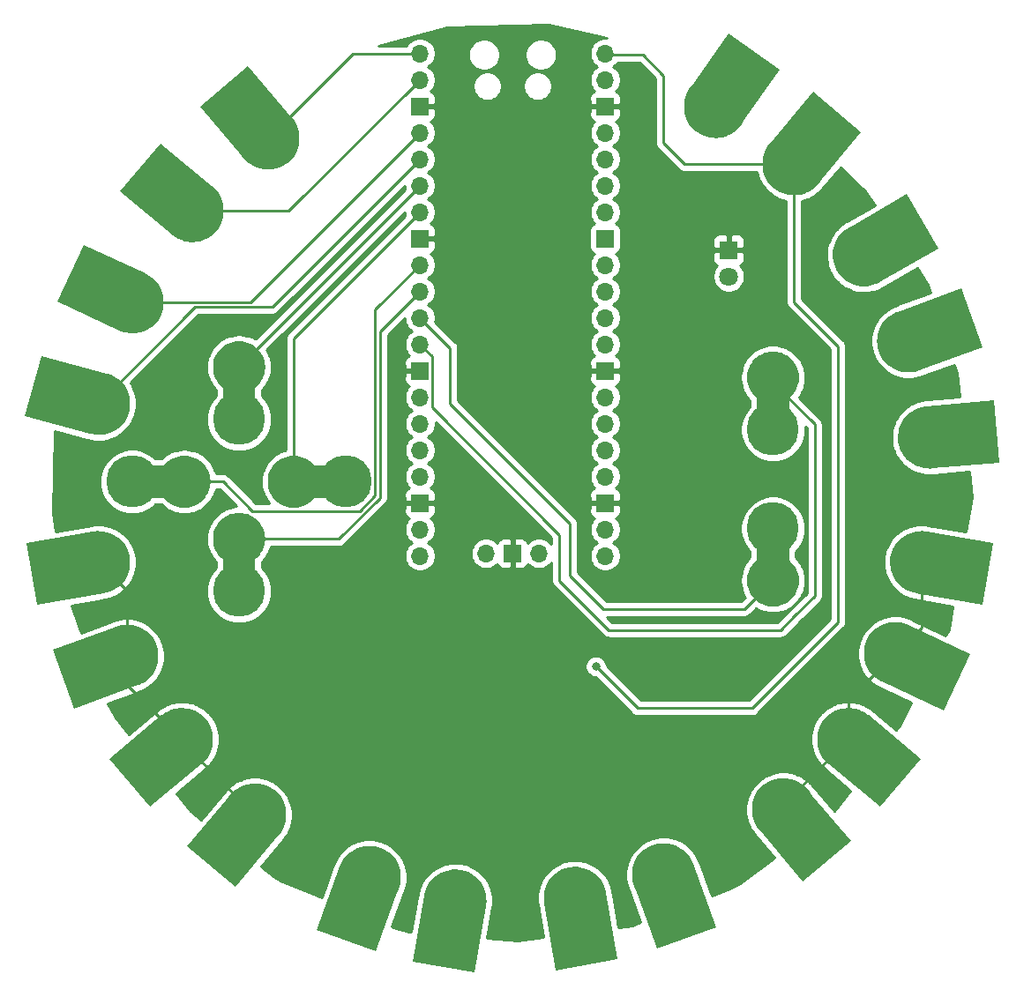
<source format=gbr>
%TF.GenerationSoftware,KiCad,Pcbnew,(5.1.10)-1*%
%TF.CreationDate,2021-06-07T23:37:17+02:00*%
%TF.ProjectId,Frisbee_v01,46726973-6265-4655-9f76-30312e6b6963,rev?*%
%TF.SameCoordinates,Original*%
%TF.FileFunction,Copper,L2,Bot*%
%TF.FilePolarity,Positive*%
%FSLAX46Y46*%
G04 Gerber Fmt 4.6, Leading zero omitted, Abs format (unit mm)*
G04 Created by KiCad (PCBNEW (5.1.10)-1) date 2021-06-07 23:37:17*
%MOMM*%
%LPD*%
G01*
G04 APERTURE LIST*
%TA.AperFunction,ComponentPad*%
%ADD10C,0.100000*%
%TD*%
%TA.AperFunction,ComponentPad*%
%ADD11C,5.000000*%
%TD*%
%TA.AperFunction,ComponentPad*%
%ADD12C,1.800000*%
%TD*%
%TA.AperFunction,ComponentPad*%
%ADD13R,1.800000X1.800000*%
%TD*%
%TA.AperFunction,ComponentPad*%
%ADD14C,6.000000*%
%TD*%
%TA.AperFunction,SMDPad,CuDef*%
%ADD15C,0.100000*%
%TD*%
%TA.AperFunction,ComponentPad*%
%ADD16O,1.700000X1.700000*%
%TD*%
%TA.AperFunction,ComponentPad*%
%ADD17R,1.700000X1.700000*%
%TD*%
%TA.AperFunction,ViaPad*%
%ADD18C,0.800000*%
%TD*%
%TA.AperFunction,Conductor*%
%ADD19C,0.250000*%
%TD*%
%TA.AperFunction,Conductor*%
%ADD20C,0.254000*%
%TD*%
%TA.AperFunction,Conductor*%
%ADD21C,0.100000*%
%TD*%
G04 APERTURE END LIST*
%TA.AperFunction,ComponentPad*%
D10*
%TO.P,D9/Space1,1*%
%TO.N,Net-(D9/Space1-Pad1)*%
G36*
X177472941Y-100366826D02*
G01*
X177425078Y-100607450D01*
X177353860Y-100842225D01*
X177259973Y-101068888D01*
X177144322Y-101285257D01*
X177008019Y-101489248D01*
X176852378Y-101678897D01*
X176678897Y-101852378D01*
X176550000Y-101958161D01*
X176550000Y-103250000D01*
X176549039Y-103259755D01*
X176546194Y-103269134D01*
X176541573Y-103277779D01*
X176535355Y-103285355D01*
X176527779Y-103291573D01*
X176519134Y-103296194D01*
X176509755Y-103299039D01*
X176500000Y-103300000D01*
X173500000Y-103300000D01*
X173490245Y-103299039D01*
X173480866Y-103296194D01*
X173472221Y-103291573D01*
X173464645Y-103285355D01*
X173458427Y-103277779D01*
X173453806Y-103269134D01*
X173450961Y-103259755D01*
X173450000Y-103250000D01*
X173450000Y-101958161D01*
X173321103Y-101852378D01*
X173147622Y-101678897D01*
X172991981Y-101489248D01*
X172855678Y-101285257D01*
X172740027Y-101068888D01*
X172646140Y-100842225D01*
X172574922Y-100607450D01*
X172527059Y-100366826D01*
X172503011Y-100122669D01*
X172503011Y-99877331D01*
X172527059Y-99633174D01*
X172574922Y-99392550D01*
X172646140Y-99157775D01*
X172740027Y-98931112D01*
X172855678Y-98714743D01*
X172991981Y-98510752D01*
X173147622Y-98321103D01*
X173321103Y-98147622D01*
X173510752Y-97991981D01*
X173714743Y-97855678D01*
X173931112Y-97740027D01*
X174157775Y-97646140D01*
X174392550Y-97574922D01*
X174633174Y-97527059D01*
X174877331Y-97503011D01*
X175122669Y-97503011D01*
X175366826Y-97527059D01*
X175607450Y-97574922D01*
X175842225Y-97646140D01*
X176068888Y-97740027D01*
X176285257Y-97855678D01*
X176489248Y-97991981D01*
X176678897Y-98147622D01*
X176852378Y-98321103D01*
X177008019Y-98510752D01*
X177144322Y-98714743D01*
X177259973Y-98931112D01*
X177353860Y-99157775D01*
X177425078Y-99392550D01*
X177472941Y-99633174D01*
X177496989Y-99877331D01*
X177496989Y-100122669D01*
X177472941Y-100366826D01*
G37*
%TD.AperFunction*%
D11*
X175000000Y-105000000D03*
%TD*%
%TA.AperFunction,ComponentPad*%
D10*
%TO.P,D8/Click1,1*%
%TO.N,Net-(D8/Click1-Pad1)*%
G36*
X172527059Y-119133174D02*
G01*
X172574922Y-118892550D01*
X172646140Y-118657775D01*
X172740027Y-118431112D01*
X172855678Y-118214743D01*
X172991981Y-118010752D01*
X173147622Y-117821103D01*
X173321103Y-117647622D01*
X173450000Y-117541839D01*
X173450000Y-116250000D01*
X173450961Y-116240245D01*
X173453806Y-116230866D01*
X173458427Y-116222221D01*
X173464645Y-116214645D01*
X173472221Y-116208427D01*
X173480866Y-116203806D01*
X173490245Y-116200961D01*
X173500000Y-116200000D01*
X176500000Y-116200000D01*
X176509755Y-116200961D01*
X176519134Y-116203806D01*
X176527779Y-116208427D01*
X176535355Y-116214645D01*
X176541573Y-116222221D01*
X176546194Y-116230866D01*
X176549039Y-116240245D01*
X176550000Y-116250000D01*
X176550000Y-117541839D01*
X176678897Y-117647622D01*
X176852378Y-117821103D01*
X177008019Y-118010752D01*
X177144322Y-118214743D01*
X177259973Y-118431112D01*
X177353860Y-118657775D01*
X177425078Y-118892550D01*
X177472941Y-119133174D01*
X177496989Y-119377331D01*
X177496989Y-119622669D01*
X177472941Y-119866826D01*
X177425078Y-120107450D01*
X177353860Y-120342225D01*
X177259973Y-120568888D01*
X177144322Y-120785257D01*
X177008019Y-120989248D01*
X176852378Y-121178897D01*
X176678897Y-121352378D01*
X176489248Y-121508019D01*
X176285257Y-121644322D01*
X176068888Y-121759973D01*
X175842225Y-121853860D01*
X175607450Y-121925078D01*
X175366826Y-121972941D01*
X175122669Y-121996989D01*
X174877331Y-121996989D01*
X174633174Y-121972941D01*
X174392550Y-121925078D01*
X174157775Y-121853860D01*
X173931112Y-121759973D01*
X173714743Y-121644322D01*
X173510752Y-121508019D01*
X173321103Y-121352378D01*
X173147622Y-121178897D01*
X172991981Y-120989248D01*
X172855678Y-120785257D01*
X172740027Y-120568888D01*
X172646140Y-120342225D01*
X172574922Y-120107450D01*
X172527059Y-119866826D01*
X172503011Y-119622669D01*
X172503011Y-119377331D01*
X172527059Y-119133174D01*
G37*
%TD.AperFunction*%
D11*
X175000000Y-114500000D03*
%TD*%
%TA.AperFunction,ComponentPad*%
D10*
%TO.P,D7/Down1,1*%
%TO.N,Net-(D7/Down1-Pad1)*%
G36*
X126222941Y-115866826D02*
G01*
X126175078Y-116107450D01*
X126103860Y-116342225D01*
X126009973Y-116568888D01*
X125894322Y-116785257D01*
X125758019Y-116989248D01*
X125602378Y-117178897D01*
X125428897Y-117352378D01*
X125300000Y-117458161D01*
X125300000Y-118750000D01*
X125299039Y-118759755D01*
X125296194Y-118769134D01*
X125291573Y-118777779D01*
X125285355Y-118785355D01*
X125277779Y-118791573D01*
X125269134Y-118796194D01*
X125259755Y-118799039D01*
X125250000Y-118800000D01*
X122250000Y-118800000D01*
X122240245Y-118799039D01*
X122230866Y-118796194D01*
X122222221Y-118791573D01*
X122214645Y-118785355D01*
X122208427Y-118777779D01*
X122203806Y-118769134D01*
X122200961Y-118759755D01*
X122200000Y-118750000D01*
X122200000Y-117458161D01*
X122071103Y-117352378D01*
X121897622Y-117178897D01*
X121741981Y-116989248D01*
X121605678Y-116785257D01*
X121490027Y-116568888D01*
X121396140Y-116342225D01*
X121324922Y-116107450D01*
X121277059Y-115866826D01*
X121253011Y-115622669D01*
X121253011Y-115377331D01*
X121277059Y-115133174D01*
X121324922Y-114892550D01*
X121396140Y-114657775D01*
X121490027Y-114431112D01*
X121605678Y-114214743D01*
X121741981Y-114010752D01*
X121897622Y-113821103D01*
X122071103Y-113647622D01*
X122260752Y-113491981D01*
X122464743Y-113355678D01*
X122681112Y-113240027D01*
X122907775Y-113146140D01*
X123142550Y-113074922D01*
X123383174Y-113027059D01*
X123627331Y-113003011D01*
X123872669Y-113003011D01*
X124116826Y-113027059D01*
X124357450Y-113074922D01*
X124592225Y-113146140D01*
X124818888Y-113240027D01*
X125035257Y-113355678D01*
X125239248Y-113491981D01*
X125428897Y-113647622D01*
X125602378Y-113821103D01*
X125758019Y-114010752D01*
X125894322Y-114214743D01*
X126009973Y-114431112D01*
X126103860Y-114657775D01*
X126175078Y-114892550D01*
X126222941Y-115133174D01*
X126246989Y-115377331D01*
X126246989Y-115622669D01*
X126222941Y-115866826D01*
G37*
%TD.AperFunction*%
D11*
X123750000Y-120500000D03*
%TD*%
%TA.AperFunction,ComponentPad*%
D10*
%TO.P,D6/Right1,1*%
%TO.N,Net-(D6/Right1-Pad1)*%
G36*
X118133174Y-112472941D02*
G01*
X117892550Y-112425078D01*
X117657775Y-112353860D01*
X117431112Y-112259973D01*
X117214743Y-112144322D01*
X117010752Y-112008019D01*
X116821103Y-111852378D01*
X116647622Y-111678897D01*
X116541839Y-111550000D01*
X115250000Y-111550000D01*
X115240245Y-111549039D01*
X115230866Y-111546194D01*
X115222221Y-111541573D01*
X115214645Y-111535355D01*
X115208427Y-111527779D01*
X115203806Y-111519134D01*
X115200961Y-111509755D01*
X115200000Y-111500000D01*
X115200000Y-108500000D01*
X115200961Y-108490245D01*
X115203806Y-108480866D01*
X115208427Y-108472221D01*
X115214645Y-108464645D01*
X115222221Y-108458427D01*
X115230866Y-108453806D01*
X115240245Y-108450961D01*
X115250000Y-108450000D01*
X116541839Y-108450000D01*
X116647622Y-108321103D01*
X116821103Y-108147622D01*
X117010752Y-107991981D01*
X117214743Y-107855678D01*
X117431112Y-107740027D01*
X117657775Y-107646140D01*
X117892550Y-107574922D01*
X118133174Y-107527059D01*
X118377331Y-107503011D01*
X118622669Y-107503011D01*
X118866826Y-107527059D01*
X119107450Y-107574922D01*
X119342225Y-107646140D01*
X119568888Y-107740027D01*
X119785257Y-107855678D01*
X119989248Y-107991981D01*
X120178897Y-108147622D01*
X120352378Y-108321103D01*
X120508019Y-108510752D01*
X120644322Y-108714743D01*
X120759973Y-108931112D01*
X120853860Y-109157775D01*
X120925078Y-109392550D01*
X120972941Y-109633174D01*
X120996989Y-109877331D01*
X120996989Y-110122669D01*
X120972941Y-110366826D01*
X120925078Y-110607450D01*
X120853860Y-110842225D01*
X120759973Y-111068888D01*
X120644322Y-111285257D01*
X120508019Y-111489248D01*
X120352378Y-111678897D01*
X120178897Y-111852378D01*
X119989248Y-112008019D01*
X119785257Y-112144322D01*
X119568888Y-112259973D01*
X119342225Y-112353860D01*
X119107450Y-112425078D01*
X118866826Y-112472941D01*
X118622669Y-112496989D01*
X118377331Y-112496989D01*
X118133174Y-112472941D01*
G37*
%TD.AperFunction*%
D11*
X113500000Y-110000000D03*
%TD*%
%TA.AperFunction,ComponentPad*%
D10*
%TO.P,D5/Left1,1*%
%TO.N,Net-(D5/Left1-Pad1)*%
G36*
X129366826Y-107527059D02*
G01*
X129607450Y-107574922D01*
X129842225Y-107646140D01*
X130068888Y-107740027D01*
X130285257Y-107855678D01*
X130489248Y-107991981D01*
X130678897Y-108147622D01*
X130852378Y-108321103D01*
X130958161Y-108450000D01*
X132250000Y-108450000D01*
X132259755Y-108450961D01*
X132269134Y-108453806D01*
X132277779Y-108458427D01*
X132285355Y-108464645D01*
X132291573Y-108472221D01*
X132296194Y-108480866D01*
X132299039Y-108490245D01*
X132300000Y-108500000D01*
X132300000Y-111500000D01*
X132299039Y-111509755D01*
X132296194Y-111519134D01*
X132291573Y-111527779D01*
X132285355Y-111535355D01*
X132277779Y-111541573D01*
X132269134Y-111546194D01*
X132259755Y-111549039D01*
X132250000Y-111550000D01*
X130958161Y-111550000D01*
X130852378Y-111678897D01*
X130678897Y-111852378D01*
X130489248Y-112008019D01*
X130285257Y-112144322D01*
X130068888Y-112259973D01*
X129842225Y-112353860D01*
X129607450Y-112425078D01*
X129366826Y-112472941D01*
X129122669Y-112496989D01*
X128877331Y-112496989D01*
X128633174Y-112472941D01*
X128392550Y-112425078D01*
X128157775Y-112353860D01*
X127931112Y-112259973D01*
X127714743Y-112144322D01*
X127510752Y-112008019D01*
X127321103Y-111852378D01*
X127147622Y-111678897D01*
X126991981Y-111489248D01*
X126855678Y-111285257D01*
X126740027Y-111068888D01*
X126646140Y-110842225D01*
X126574922Y-110607450D01*
X126527059Y-110366826D01*
X126503011Y-110122669D01*
X126503011Y-109877331D01*
X126527059Y-109633174D01*
X126574922Y-109392550D01*
X126646140Y-109157775D01*
X126740027Y-108931112D01*
X126855678Y-108714743D01*
X126991981Y-108510752D01*
X127147622Y-108321103D01*
X127321103Y-108147622D01*
X127510752Y-107991981D01*
X127714743Y-107855678D01*
X127931112Y-107740027D01*
X128157775Y-107646140D01*
X128392550Y-107574922D01*
X128633174Y-107527059D01*
X128877331Y-107503011D01*
X129122669Y-107503011D01*
X129366826Y-107527059D01*
G37*
%TD.AperFunction*%
D11*
X134000000Y-110000000D03*
%TD*%
%TA.AperFunction,ComponentPad*%
D10*
%TO.P,D4/Up1,1*%
%TO.N,Net-(D4/Up1-Pad1)*%
G36*
X126222941Y-99366826D02*
G01*
X126175078Y-99607450D01*
X126103860Y-99842225D01*
X126009973Y-100068888D01*
X125894322Y-100285257D01*
X125758019Y-100489248D01*
X125602378Y-100678897D01*
X125428897Y-100852378D01*
X125300000Y-100958161D01*
X125300000Y-102250000D01*
X125299039Y-102259755D01*
X125296194Y-102269134D01*
X125291573Y-102277779D01*
X125285355Y-102285355D01*
X125277779Y-102291573D01*
X125269134Y-102296194D01*
X125259755Y-102299039D01*
X125250000Y-102300000D01*
X122250000Y-102300000D01*
X122240245Y-102299039D01*
X122230866Y-102296194D01*
X122222221Y-102291573D01*
X122214645Y-102285355D01*
X122208427Y-102277779D01*
X122203806Y-102269134D01*
X122200961Y-102259755D01*
X122200000Y-102250000D01*
X122200000Y-100958161D01*
X122071103Y-100852378D01*
X121897622Y-100678897D01*
X121741981Y-100489248D01*
X121605678Y-100285257D01*
X121490027Y-100068888D01*
X121396140Y-99842225D01*
X121324922Y-99607450D01*
X121277059Y-99366826D01*
X121253011Y-99122669D01*
X121253011Y-98877331D01*
X121277059Y-98633174D01*
X121324922Y-98392550D01*
X121396140Y-98157775D01*
X121490027Y-97931112D01*
X121605678Y-97714743D01*
X121741981Y-97510752D01*
X121897622Y-97321103D01*
X122071103Y-97147622D01*
X122260752Y-96991981D01*
X122464743Y-96855678D01*
X122681112Y-96740027D01*
X122907775Y-96646140D01*
X123142550Y-96574922D01*
X123383174Y-96527059D01*
X123627331Y-96503011D01*
X123872669Y-96503011D01*
X124116826Y-96527059D01*
X124357450Y-96574922D01*
X124592225Y-96646140D01*
X124818888Y-96740027D01*
X125035257Y-96855678D01*
X125239248Y-96991981D01*
X125428897Y-97147622D01*
X125602378Y-97321103D01*
X125758019Y-97510752D01*
X125894322Y-97714743D01*
X126009973Y-97931112D01*
X126103860Y-98157775D01*
X126175078Y-98392550D01*
X126222941Y-98633174D01*
X126246989Y-98877331D01*
X126246989Y-99122669D01*
X126222941Y-99366826D01*
G37*
%TD.AperFunction*%
D11*
X123750000Y-104000000D03*
%TD*%
D12*
%TO.P,LED1,2*%
%TO.N,Net-(LED1-Pad2)*%
X170750000Y-90290000D03*
D13*
%TO.P,LED1,1*%
%TO.N,GND*%
X170750000Y-87750000D03*
%TD*%
D14*
%TO.P,VBUS1,1*%
%TO.N,Net-(U1-Pad40)*%
X177000000Y-79500000D03*
%TA.AperFunction,SMDPad,CuDef*%
D15*
G36*
X183476253Y-76449074D02*
G01*
X179298133Y-81428363D01*
X179295365Y-81426040D01*
X179200745Y-81538804D01*
X178990311Y-81744697D01*
X178760707Y-81928974D01*
X178514147Y-82089857D01*
X178253007Y-82225798D01*
X177979798Y-82335489D01*
X177697154Y-82417872D01*
X177407795Y-82472154D01*
X177114510Y-82497814D01*
X176820121Y-82494603D01*
X176527464Y-82462551D01*
X176239359Y-82401969D01*
X175958580Y-82313440D01*
X175687829Y-82197816D01*
X175429714Y-82056209D01*
X175186724Y-81889985D01*
X174961196Y-81700745D01*
X174755303Y-81490311D01*
X174571026Y-81260707D01*
X174410143Y-81014147D01*
X174274202Y-80753007D01*
X174164511Y-80479798D01*
X174082128Y-80197154D01*
X174027846Y-79907795D01*
X174002186Y-79614510D01*
X174005397Y-79320121D01*
X174037449Y-79027464D01*
X174098031Y-78739359D01*
X174186560Y-78458580D01*
X174302184Y-78187829D01*
X174443791Y-77929714D01*
X174610015Y-77686724D01*
X174704635Y-77573960D01*
X174701867Y-77571637D01*
X178879986Y-72592348D01*
X183476253Y-76449074D01*
G37*
%TD.AperFunction*%
%TD*%
D14*
%TO.P,M2-1,1*%
%TO.N,Net-(M2-1-Pad1)*%
X156000000Y-150000000D03*
%TA.AperFunction,SMDPad,CuDef*%
D15*
G36*
X154174290Y-156922195D02*
G01*
X153045577Y-150520945D01*
X153049136Y-150520317D01*
X153023574Y-150375350D01*
X153001115Y-150081803D01*
X153007538Y-149787466D01*
X153042780Y-149495177D01*
X153106500Y-149207750D01*
X153198088Y-148927952D01*
X153316658Y-148658479D01*
X153461072Y-148401925D01*
X153629936Y-148160762D01*
X153821625Y-147937311D01*
X154034294Y-147733725D01*
X154265893Y-147551965D01*
X154514192Y-147393782D01*
X154776801Y-147260696D01*
X155051190Y-147153992D01*
X155334716Y-147074697D01*
X155624650Y-147023574D01*
X155918197Y-147001115D01*
X156212534Y-147007538D01*
X156504823Y-147042780D01*
X156792250Y-147106500D01*
X157072048Y-147198088D01*
X157341521Y-147316658D01*
X157598075Y-147461072D01*
X157839238Y-147629936D01*
X158062689Y-147821625D01*
X158266275Y-148034294D01*
X158448035Y-148265893D01*
X158606218Y-148514192D01*
X158739304Y-148776801D01*
X158846008Y-149051190D01*
X158925303Y-149334716D01*
X158950864Y-149479683D01*
X158954423Y-149479055D01*
X160083136Y-155880306D01*
X154174290Y-156922195D01*
G37*
%TD.AperFunction*%
%TD*%
D14*
%TO.P,M2+1,1*%
%TO.N,Net-(M2+1-Pad1)*%
X164500000Y-147750000D03*
%TA.AperFunction,SMDPad,CuDef*%
D15*
G36*
X163904053Y-154884062D02*
G01*
X161680922Y-148776060D01*
X161684318Y-148774824D01*
X161633972Y-148636499D01*
X161560880Y-148351311D01*
X161516094Y-148060330D01*
X161500045Y-147766362D01*
X161512886Y-147472237D01*
X161554496Y-147180786D01*
X161624472Y-146894817D01*
X161722141Y-146617083D01*
X161846562Y-146350262D01*
X161996538Y-146096919D01*
X162170623Y-145859497D01*
X162367141Y-145640281D01*
X162584200Y-145441384D01*
X162819709Y-145264719D01*
X163071401Y-145111988D01*
X163336850Y-144984665D01*
X163613501Y-144883972D01*
X163898689Y-144810880D01*
X164189670Y-144766094D01*
X164483638Y-144750045D01*
X164777763Y-144762886D01*
X165069214Y-144804496D01*
X165355183Y-144874472D01*
X165632917Y-144972141D01*
X165899738Y-145096562D01*
X166153081Y-145246538D01*
X166390503Y-145420623D01*
X166609719Y-145617141D01*
X166808616Y-145834200D01*
X166985281Y-146069709D01*
X167138012Y-146321401D01*
X167265335Y-146586850D01*
X167315682Y-146725176D01*
X167319078Y-146723940D01*
X169542209Y-152831942D01*
X163904053Y-154884062D01*
G37*
%TD.AperFunction*%
%TD*%
D14*
%TO.P,M1-1,1*%
%TO.N,Net-(M1-1-Pad1)*%
X144500000Y-150250000D03*
%TA.AperFunction,SMDPad,CuDef*%
D15*
G36*
X140416864Y-156130306D02*
G01*
X141545577Y-149729055D01*
X141549136Y-149729683D01*
X141574697Y-149584716D01*
X141653992Y-149301190D01*
X141760696Y-149026801D01*
X141893782Y-148764192D01*
X142051965Y-148515893D01*
X142233725Y-148284294D01*
X142437311Y-148071625D01*
X142660762Y-147879936D01*
X142901925Y-147711072D01*
X143158479Y-147566658D01*
X143427952Y-147448088D01*
X143707750Y-147356500D01*
X143995177Y-147292780D01*
X144287466Y-147257538D01*
X144581803Y-147251115D01*
X144875350Y-147273574D01*
X145165284Y-147324697D01*
X145448810Y-147403992D01*
X145723199Y-147510696D01*
X145985808Y-147643782D01*
X146234107Y-147801965D01*
X146465706Y-147983725D01*
X146678375Y-148187311D01*
X146870064Y-148410762D01*
X147038928Y-148651925D01*
X147183342Y-148908479D01*
X147301912Y-149177952D01*
X147393500Y-149457750D01*
X147457220Y-149745177D01*
X147492462Y-150037466D01*
X147498885Y-150331803D01*
X147476426Y-150625350D01*
X147450864Y-150770317D01*
X147454423Y-150770945D01*
X146325710Y-157172195D01*
X140416864Y-156130306D01*
G37*
%TD.AperFunction*%
%TD*%
D14*
%TO.P,M1+1,1*%
%TO.N,Net-(M1+1-Pad1)*%
X136250000Y-148000000D03*
%TA.AperFunction,SMDPad,CuDef*%
D15*
G36*
X131207791Y-153081942D02*
G01*
X133430922Y-146973940D01*
X133434318Y-146975176D01*
X133484665Y-146836850D01*
X133611988Y-146571401D01*
X133764719Y-146319709D01*
X133941384Y-146084200D01*
X134140281Y-145867141D01*
X134359497Y-145670623D01*
X134596919Y-145496538D01*
X134850262Y-145346562D01*
X135117083Y-145222141D01*
X135394817Y-145124472D01*
X135680786Y-145054496D01*
X135972237Y-145012886D01*
X136266362Y-145000045D01*
X136560330Y-145016094D01*
X136851311Y-145060880D01*
X137136499Y-145133972D01*
X137413150Y-145234665D01*
X137678599Y-145361988D01*
X137930291Y-145514719D01*
X138165800Y-145691384D01*
X138382859Y-145890281D01*
X138579377Y-146109497D01*
X138753462Y-146346919D01*
X138903438Y-146600262D01*
X139027859Y-146867083D01*
X139125528Y-147144817D01*
X139195504Y-147430786D01*
X139237114Y-147722237D01*
X139249955Y-148016362D01*
X139233906Y-148310330D01*
X139189120Y-148601311D01*
X139116028Y-148886499D01*
X139065682Y-149024824D01*
X139069078Y-149026060D01*
X136845947Y-155134062D01*
X131207791Y-153081942D01*
G37*
%TD.AperFunction*%
%TD*%
D14*
%TO.P,D3,1*%
%TO.N,Net-(D3-Pad1)*%
X110250000Y-102500000D03*
%TA.AperFunction,SMDPad,CuDef*%
D15*
G36*
X104747939Y-97919899D02*
G01*
X111026457Y-99602223D01*
X111025522Y-99605713D01*
X111167709Y-99643812D01*
X111443245Y-99747516D01*
X111707291Y-99877729D01*
X111957301Y-100033196D01*
X112190868Y-100212418D01*
X112405745Y-100413672D01*
X112599860Y-100635018D01*
X112771345Y-100874326D01*
X112918548Y-101129288D01*
X113040052Y-101397452D01*
X113134685Y-101676234D01*
X113201538Y-101962950D01*
X113239966Y-102254836D01*
X113249599Y-102549085D01*
X113230344Y-102842861D01*
X113182386Y-103133335D01*
X113106188Y-103417709D01*
X113002484Y-103693245D01*
X112872271Y-103957291D01*
X112716804Y-104207301D01*
X112537582Y-104440868D01*
X112336328Y-104655745D01*
X112114982Y-104849860D01*
X111875674Y-105021345D01*
X111620712Y-105168548D01*
X111352548Y-105290052D01*
X111073766Y-105384685D01*
X110787050Y-105451538D01*
X110495164Y-105489966D01*
X110200915Y-105499599D01*
X109907139Y-105480344D01*
X109616665Y-105432386D01*
X109474478Y-105394287D01*
X109473543Y-105397777D01*
X103195025Y-103715454D01*
X104747939Y-97919899D01*
G37*
%TD.AperFunction*%
%TD*%
D14*
%TO.P,D2,1*%
%TO.N,Net-(D2-Pad1)*%
X113500000Y-92750000D03*
%TA.AperFunction,SMDPad,CuDef*%
D15*
G36*
X108876854Y-87284058D02*
G01*
X114767855Y-90031077D01*
X114766327Y-90034352D01*
X114899739Y-90096563D01*
X115153081Y-90246537D01*
X115390504Y-90420623D01*
X115609719Y-90617142D01*
X115808616Y-90834200D01*
X115985281Y-91069709D01*
X116138012Y-91321400D01*
X116265336Y-91586850D01*
X116366028Y-91863501D01*
X116439120Y-92148690D01*
X116483906Y-92439670D01*
X116499955Y-92733638D01*
X116487114Y-93027763D01*
X116445505Y-93319214D01*
X116375528Y-93605184D01*
X116277859Y-93882916D01*
X116153437Y-94149739D01*
X116003463Y-94403081D01*
X115829377Y-94640504D01*
X115632858Y-94859719D01*
X115415800Y-95058616D01*
X115180291Y-95235281D01*
X114928600Y-95388012D01*
X114663150Y-95515336D01*
X114386499Y-95616028D01*
X114101310Y-95689120D01*
X113810330Y-95733906D01*
X113516362Y-95749955D01*
X113222237Y-95737114D01*
X112930786Y-95695505D01*
X112644816Y-95625528D01*
X112367084Y-95527859D01*
X112233673Y-95465648D01*
X112232145Y-95468923D01*
X106341145Y-92721905D01*
X108876854Y-87284058D01*
G37*
%TD.AperFunction*%
%TD*%
D14*
%TO.P,D1,1*%
%TO.N,Net-(D1-Pad1)*%
X119250000Y-84000000D03*
%TA.AperFunction,SMDPad,CuDef*%
D15*
G36*
X116199074Y-77523747D02*
G01*
X121178363Y-81701867D01*
X121176040Y-81704635D01*
X121288804Y-81799255D01*
X121494697Y-82009689D01*
X121678974Y-82239293D01*
X121839857Y-82485853D01*
X121975798Y-82746993D01*
X122085489Y-83020202D01*
X122167872Y-83302846D01*
X122222154Y-83592205D01*
X122247814Y-83885490D01*
X122244603Y-84179879D01*
X122212551Y-84472536D01*
X122151969Y-84760641D01*
X122063440Y-85041420D01*
X121947816Y-85312171D01*
X121806209Y-85570286D01*
X121639985Y-85813276D01*
X121450745Y-86038804D01*
X121240311Y-86244697D01*
X121010707Y-86428974D01*
X120764147Y-86589857D01*
X120503007Y-86725798D01*
X120229798Y-86835489D01*
X119947154Y-86917872D01*
X119657795Y-86972154D01*
X119364510Y-86997814D01*
X119070121Y-86994603D01*
X118777464Y-86962551D01*
X118489359Y-86901969D01*
X118208580Y-86813440D01*
X117937829Y-86697816D01*
X117679714Y-86556209D01*
X117436724Y-86389985D01*
X117323960Y-86295365D01*
X117321637Y-86298133D01*
X112342348Y-82120014D01*
X116199074Y-77523747D01*
G37*
%TD.AperFunction*%
%TD*%
D14*
%TO.P,D0,1*%
%TO.N,Net-(D0-Pad1)*%
X126500000Y-77000000D03*
%TA.AperFunction,SMDPad,CuDef*%
D15*
G36*
X124620014Y-70092348D02*
G01*
X128798133Y-75071637D01*
X128795365Y-75073960D01*
X128889985Y-75186724D01*
X129056209Y-75429714D01*
X129197816Y-75687829D01*
X129313440Y-75958580D01*
X129401969Y-76239359D01*
X129462551Y-76527464D01*
X129494603Y-76820121D01*
X129497814Y-77114510D01*
X129472154Y-77407795D01*
X129417872Y-77697154D01*
X129335489Y-77979798D01*
X129225798Y-78253007D01*
X129089857Y-78514147D01*
X128928974Y-78760707D01*
X128744697Y-78990311D01*
X128538804Y-79200745D01*
X128313276Y-79389985D01*
X128070286Y-79556209D01*
X127812171Y-79697816D01*
X127541420Y-79813440D01*
X127260641Y-79901969D01*
X126972536Y-79962551D01*
X126679879Y-79994603D01*
X126385490Y-79997814D01*
X126092205Y-79972154D01*
X125802846Y-79917872D01*
X125520202Y-79835489D01*
X125246993Y-79725798D01*
X124985853Y-79589857D01*
X124739293Y-79428974D01*
X124509689Y-79244697D01*
X124299255Y-79038804D01*
X124204635Y-78926040D01*
X124201867Y-78928363D01*
X120023747Y-73949074D01*
X124620014Y-70092348D01*
G37*
%TD.AperFunction*%
%TD*%
D14*
%TO.P,A2,1*%
%TO.N,Net-(A2-Pad1)*%
X183750000Y-88250000D03*
%TA.AperFunction,SMDPad,CuDef*%
D15*
G36*
X190879165Y-87598076D02*
G01*
X185250000Y-90848076D01*
X185248193Y-90844946D01*
X185120711Y-90918548D01*
X184852548Y-91040052D01*
X184573766Y-91134686D01*
X184287050Y-91201538D01*
X183995164Y-91239966D01*
X183700915Y-91249598D01*
X183407139Y-91230344D01*
X183116665Y-91182386D01*
X182832291Y-91106188D01*
X182556754Y-91002484D01*
X182292710Y-90872271D01*
X182042699Y-90716804D01*
X181809132Y-90537582D01*
X181594255Y-90336328D01*
X181400139Y-90114982D01*
X181228655Y-89875675D01*
X181081452Y-89620711D01*
X180959948Y-89352548D01*
X180865314Y-89073766D01*
X180798462Y-88787050D01*
X180760034Y-88495164D01*
X180750402Y-88200915D01*
X180769656Y-87907139D01*
X180817614Y-87616665D01*
X180893812Y-87332291D01*
X180997516Y-87056754D01*
X181127729Y-86792710D01*
X181283196Y-86542699D01*
X181462418Y-86309132D01*
X181663672Y-86094255D01*
X181885018Y-85900139D01*
X182124325Y-85728655D01*
X182251807Y-85655054D01*
X182250000Y-85651924D01*
X187879165Y-82401924D01*
X190879165Y-87598076D01*
G37*
%TD.AperFunction*%
%TD*%
D14*
%TO.P,A1,1*%
%TO.N,Net-(A1-Pad1)*%
X188000000Y-96500000D03*
%TA.AperFunction,SMDPad,CuDef*%
D15*
G36*
X195134062Y-97095947D02*
G01*
X189026060Y-99319078D01*
X189024824Y-99315682D01*
X188886499Y-99366028D01*
X188601311Y-99439120D01*
X188310330Y-99483906D01*
X188016362Y-99499955D01*
X187722237Y-99487114D01*
X187430786Y-99445504D01*
X187144817Y-99375528D01*
X186867083Y-99277859D01*
X186600262Y-99153438D01*
X186346919Y-99003462D01*
X186109497Y-98829377D01*
X185890281Y-98632859D01*
X185691384Y-98415800D01*
X185514719Y-98180291D01*
X185361988Y-97928599D01*
X185234665Y-97663150D01*
X185133972Y-97386499D01*
X185060880Y-97101311D01*
X185016094Y-96810330D01*
X185000045Y-96516362D01*
X185012886Y-96222237D01*
X185054496Y-95930786D01*
X185124472Y-95644817D01*
X185222141Y-95367083D01*
X185346562Y-95100262D01*
X185496538Y-94846919D01*
X185670623Y-94609497D01*
X185867141Y-94390281D01*
X186084200Y-94191384D01*
X186319709Y-94014719D01*
X186571401Y-93861988D01*
X186836850Y-93734665D01*
X186975176Y-93684318D01*
X186973940Y-93680922D01*
X193081942Y-91457791D01*
X195134062Y-97095947D01*
G37*
%TD.AperFunction*%
%TD*%
D14*
%TO.P,A0,1*%
%TO.N,Net-(A0-Pad1)*%
X190000000Y-105750000D03*
%TA.AperFunction,SMDPad,CuDef*%
D15*
G36*
X196736733Y-108172072D02*
G01*
X190261467Y-108738584D01*
X190261152Y-108734984D01*
X190114509Y-108747813D01*
X189820121Y-108744603D01*
X189527464Y-108712552D01*
X189239359Y-108651969D01*
X188958580Y-108563440D01*
X188687829Y-108447815D01*
X188429715Y-108306210D01*
X188186724Y-108139985D01*
X187961196Y-107950745D01*
X187755302Y-107740310D01*
X187571027Y-107510707D01*
X187410143Y-107264148D01*
X187274202Y-107003007D01*
X187164511Y-106729799D01*
X187082128Y-106447153D01*
X187027846Y-106157795D01*
X187002187Y-105864509D01*
X187005397Y-105570121D01*
X187037448Y-105277464D01*
X187098031Y-104989359D01*
X187186560Y-104708580D01*
X187302185Y-104437829D01*
X187443790Y-104179715D01*
X187610015Y-103936724D01*
X187799255Y-103711196D01*
X188009690Y-103505302D01*
X188239293Y-103321027D01*
X188485852Y-103160143D01*
X188746993Y-103024202D01*
X189020201Y-102914511D01*
X189302847Y-102832128D01*
X189592205Y-102777846D01*
X189738848Y-102765016D01*
X189738533Y-102761416D01*
X196213798Y-102194904D01*
X196736733Y-108172072D01*
G37*
%TD.AperFunction*%
%TD*%
D14*
%TO.P,3V3,1*%
%TO.N,Net-(3V3-Pad1)*%
X169500000Y-74000000D03*
%TA.AperFunction,SMDPad,CuDef*%
D15*
G36*
X175685703Y-70396241D02*
G01*
X171957456Y-75720729D01*
X171954496Y-75718656D01*
X171870064Y-75839238D01*
X171678375Y-76062689D01*
X171465706Y-76266275D01*
X171234107Y-76448035D01*
X170985808Y-76606219D01*
X170723199Y-76739304D01*
X170448810Y-76846008D01*
X170165283Y-76925303D01*
X169875351Y-76976426D01*
X169581802Y-76998885D01*
X169287466Y-76992462D01*
X168995177Y-76957221D01*
X168707750Y-76893500D01*
X168427952Y-76801913D01*
X168158478Y-76683341D01*
X167901925Y-76538928D01*
X167660762Y-76370064D01*
X167437311Y-76178375D01*
X167233725Y-75965706D01*
X167051965Y-75734107D01*
X166893781Y-75485808D01*
X166760696Y-75223199D01*
X166653992Y-74948810D01*
X166574697Y-74665283D01*
X166523574Y-74375351D01*
X166501115Y-74081802D01*
X166507538Y-73787466D01*
X166542779Y-73495177D01*
X166606500Y-73207750D01*
X166698087Y-72927952D01*
X166816659Y-72658478D01*
X166961072Y-72401925D01*
X167045504Y-72281344D01*
X167042544Y-72279271D01*
X170770791Y-66954782D01*
X175685703Y-70396241D01*
G37*
%TD.AperFunction*%
%TD*%
D14*
%TO.P,GND8,1*%
%TO.N,GND*%
X176000000Y-141500000D03*
%TA.AperFunction,SMDPad,CuDef*%
D15*
G36*
X177879986Y-148407652D02*
G01*
X173701867Y-143428363D01*
X173704635Y-143426040D01*
X173610015Y-143313276D01*
X173443791Y-143070286D01*
X173302184Y-142812171D01*
X173186560Y-142541420D01*
X173098031Y-142260641D01*
X173037449Y-141972536D01*
X173005397Y-141679879D01*
X173002186Y-141385490D01*
X173027846Y-141092205D01*
X173082128Y-140802846D01*
X173164511Y-140520202D01*
X173274202Y-140246993D01*
X173410143Y-139985853D01*
X173571026Y-139739293D01*
X173755303Y-139509689D01*
X173961196Y-139299255D01*
X174186724Y-139110015D01*
X174429714Y-138943791D01*
X174687829Y-138802184D01*
X174958580Y-138686560D01*
X175239359Y-138598031D01*
X175527464Y-138537449D01*
X175820121Y-138505397D01*
X176114510Y-138502186D01*
X176407795Y-138527846D01*
X176697154Y-138582128D01*
X176979798Y-138664511D01*
X177253007Y-138774202D01*
X177514147Y-138910143D01*
X177760707Y-139071026D01*
X177990311Y-139255303D01*
X178200745Y-139461196D01*
X178295365Y-139573960D01*
X178298133Y-139571637D01*
X182476253Y-144550926D01*
X177879986Y-148407652D01*
G37*
%TD.AperFunction*%
%TD*%
D14*
%TO.P,GND6,1*%
%TO.N,GND*%
X186750000Y-126500000D03*
%TA.AperFunction,SMDPad,CuDef*%
D15*
G36*
X191373146Y-131965942D02*
G01*
X185482145Y-129218923D01*
X185483673Y-129215648D01*
X185350261Y-129153437D01*
X185096919Y-129003463D01*
X184859496Y-128829377D01*
X184640281Y-128632858D01*
X184441384Y-128415800D01*
X184264719Y-128180291D01*
X184111988Y-127928600D01*
X183984664Y-127663150D01*
X183883972Y-127386499D01*
X183810880Y-127101310D01*
X183766094Y-126810330D01*
X183750045Y-126516362D01*
X183762886Y-126222237D01*
X183804495Y-125930786D01*
X183874472Y-125644816D01*
X183972141Y-125367084D01*
X184096563Y-125100261D01*
X184246537Y-124846919D01*
X184420623Y-124609496D01*
X184617142Y-124390281D01*
X184834200Y-124191384D01*
X185069709Y-124014719D01*
X185321400Y-123861988D01*
X185586850Y-123734664D01*
X185863501Y-123633972D01*
X186148690Y-123560880D01*
X186439670Y-123516094D01*
X186733638Y-123500045D01*
X187027763Y-123512886D01*
X187319214Y-123554495D01*
X187605184Y-123624472D01*
X187882916Y-123722141D01*
X188016327Y-123784352D01*
X188017855Y-123781077D01*
X193908855Y-126528095D01*
X191373146Y-131965942D01*
G37*
%TD.AperFunction*%
%TD*%
D14*
%TO.P,GND5,1*%
%TO.N,GND*%
X182250000Y-134750000D03*
%TA.AperFunction,SMDPad,CuDef*%
D15*
G36*
X185300926Y-141226253D02*
G01*
X180321637Y-137048133D01*
X180323960Y-137045365D01*
X180211196Y-136950745D01*
X180005303Y-136740311D01*
X179821026Y-136510707D01*
X179660143Y-136264147D01*
X179524202Y-136003007D01*
X179414511Y-135729798D01*
X179332128Y-135447154D01*
X179277846Y-135157795D01*
X179252186Y-134864510D01*
X179255397Y-134570121D01*
X179287449Y-134277464D01*
X179348031Y-133989359D01*
X179436560Y-133708580D01*
X179552184Y-133437829D01*
X179693791Y-133179714D01*
X179860015Y-132936724D01*
X180049255Y-132711196D01*
X180259689Y-132505303D01*
X180489293Y-132321026D01*
X180735853Y-132160143D01*
X180996993Y-132024202D01*
X181270202Y-131914511D01*
X181552846Y-131832128D01*
X181842205Y-131777846D01*
X182135490Y-131752186D01*
X182429879Y-131755397D01*
X182722536Y-131787449D01*
X183010641Y-131848031D01*
X183291420Y-131936560D01*
X183562171Y-132052184D01*
X183820286Y-132193791D01*
X184063276Y-132360015D01*
X184176040Y-132454635D01*
X184178363Y-132451867D01*
X189157652Y-136629986D01*
X185300926Y-141226253D01*
G37*
%TD.AperFunction*%
%TD*%
D14*
%TO.P,GND4,1*%
%TO.N,GND*%
X113000000Y-126750000D03*
%TA.AperFunction,SMDPad,CuDef*%
D15*
G36*
X105865938Y-126154053D02*
G01*
X111973940Y-123930922D01*
X111975176Y-123934318D01*
X112113501Y-123883972D01*
X112398689Y-123810880D01*
X112689670Y-123766094D01*
X112983638Y-123750045D01*
X113277763Y-123762886D01*
X113569214Y-123804496D01*
X113855183Y-123874472D01*
X114132917Y-123972141D01*
X114399738Y-124096562D01*
X114653081Y-124246538D01*
X114890503Y-124420623D01*
X115109719Y-124617141D01*
X115308616Y-124834200D01*
X115485281Y-125069709D01*
X115638012Y-125321401D01*
X115765335Y-125586850D01*
X115866028Y-125863501D01*
X115939120Y-126148689D01*
X115983906Y-126439670D01*
X115999955Y-126733638D01*
X115987114Y-127027763D01*
X115945504Y-127319214D01*
X115875528Y-127605183D01*
X115777859Y-127882917D01*
X115653438Y-128149738D01*
X115503462Y-128403081D01*
X115329377Y-128640503D01*
X115132859Y-128859719D01*
X114915800Y-129058616D01*
X114680291Y-129235281D01*
X114428599Y-129388012D01*
X114163150Y-129515335D01*
X114024824Y-129565682D01*
X114026060Y-129569078D01*
X107918058Y-131792209D01*
X105865938Y-126154053D01*
G37*
%TD.AperFunction*%
%TD*%
D14*
%TO.P,GND3,1*%
%TO.N,GND*%
X110250000Y-117750000D03*
%TA.AperFunction,SMDPad,CuDef*%
D15*
G36*
X103327805Y-115924290D02*
G01*
X109729055Y-114795577D01*
X109729683Y-114799136D01*
X109874650Y-114773574D01*
X110168197Y-114751115D01*
X110462534Y-114757538D01*
X110754823Y-114792780D01*
X111042250Y-114856500D01*
X111322048Y-114948088D01*
X111591521Y-115066658D01*
X111848075Y-115211072D01*
X112089238Y-115379936D01*
X112312689Y-115571625D01*
X112516275Y-115784294D01*
X112698035Y-116015893D01*
X112856218Y-116264192D01*
X112989304Y-116526801D01*
X113096008Y-116801190D01*
X113175303Y-117084716D01*
X113226426Y-117374650D01*
X113248885Y-117668197D01*
X113242462Y-117962534D01*
X113207220Y-118254823D01*
X113143500Y-118542250D01*
X113051912Y-118822048D01*
X112933342Y-119091521D01*
X112788928Y-119348075D01*
X112620064Y-119589238D01*
X112428375Y-119812689D01*
X112215706Y-120016275D01*
X111984107Y-120198035D01*
X111735808Y-120356218D01*
X111473199Y-120489304D01*
X111198810Y-120596008D01*
X110915284Y-120675303D01*
X110770317Y-120700864D01*
X110770945Y-120704423D01*
X104369694Y-121833136D01*
X103327805Y-115924290D01*
G37*
%TD.AperFunction*%
%TD*%
D14*
%TO.P,GND2,1*%
%TO.N,GND*%
X118250000Y-134750000D03*
%TA.AperFunction,SMDPad,CuDef*%
D15*
G36*
X111342348Y-136629986D02*
G01*
X116321637Y-132451867D01*
X116323960Y-132454635D01*
X116436724Y-132360015D01*
X116679714Y-132193791D01*
X116937829Y-132052184D01*
X117208580Y-131936560D01*
X117489359Y-131848031D01*
X117777464Y-131787449D01*
X118070121Y-131755397D01*
X118364510Y-131752186D01*
X118657795Y-131777846D01*
X118947154Y-131832128D01*
X119229798Y-131914511D01*
X119503007Y-132024202D01*
X119764147Y-132160143D01*
X120010707Y-132321026D01*
X120240311Y-132505303D01*
X120450745Y-132711196D01*
X120639985Y-132936724D01*
X120806209Y-133179714D01*
X120947816Y-133437829D01*
X121063440Y-133708580D01*
X121151969Y-133989359D01*
X121212551Y-134277464D01*
X121244603Y-134570121D01*
X121247814Y-134864510D01*
X121222154Y-135157795D01*
X121167872Y-135447154D01*
X121085489Y-135729798D01*
X120975798Y-136003007D01*
X120839857Y-136264147D01*
X120678974Y-136510707D01*
X120494697Y-136740311D01*
X120288804Y-136950745D01*
X120176040Y-137045365D01*
X120178363Y-137048133D01*
X115199074Y-141226253D01*
X111342348Y-136629986D01*
G37*
%TD.AperFunction*%
%TD*%
D14*
%TO.P,GND1,1*%
%TO.N,GND*%
X125250000Y-142000000D03*
%TA.AperFunction,SMDPad,CuDef*%
D15*
G36*
X118773747Y-145050926D02*
G01*
X122951867Y-140071637D01*
X122954635Y-140073960D01*
X123049255Y-139961196D01*
X123259689Y-139755303D01*
X123489293Y-139571026D01*
X123735853Y-139410143D01*
X123996993Y-139274202D01*
X124270202Y-139164511D01*
X124552846Y-139082128D01*
X124842205Y-139027846D01*
X125135490Y-139002186D01*
X125429879Y-139005397D01*
X125722536Y-139037449D01*
X126010641Y-139098031D01*
X126291420Y-139186560D01*
X126562171Y-139302184D01*
X126820286Y-139443791D01*
X127063276Y-139610015D01*
X127288804Y-139799255D01*
X127494697Y-140009689D01*
X127678974Y-140239293D01*
X127839857Y-140485853D01*
X127975798Y-140746993D01*
X128085489Y-141020202D01*
X128167872Y-141302846D01*
X128222154Y-141592205D01*
X128247814Y-141885490D01*
X128244603Y-142179879D01*
X128212551Y-142472536D01*
X128151969Y-142760641D01*
X128063440Y-143041420D01*
X127947816Y-143312171D01*
X127806209Y-143570286D01*
X127639985Y-143813276D01*
X127545365Y-143926040D01*
X127548133Y-143928363D01*
X123370014Y-148907652D01*
X118773747Y-145050926D01*
G37*
%TD.AperFunction*%
%TD*%
D14*
%TO.P,GND7,1*%
%TO.N,GND*%
X189250000Y-117750000D03*
%TA.AperFunction,SMDPad,CuDef*%
D15*
G36*
X195130306Y-121833136D02*
G01*
X188729055Y-120704423D01*
X188729683Y-120700864D01*
X188584716Y-120675303D01*
X188301190Y-120596008D01*
X188026801Y-120489304D01*
X187764192Y-120356218D01*
X187515893Y-120198035D01*
X187284294Y-120016275D01*
X187071625Y-119812689D01*
X186879936Y-119589238D01*
X186711072Y-119348075D01*
X186566658Y-119091521D01*
X186448088Y-118822048D01*
X186356500Y-118542250D01*
X186292780Y-118254823D01*
X186257538Y-117962534D01*
X186251115Y-117668197D01*
X186273574Y-117374650D01*
X186324697Y-117084716D01*
X186403992Y-116801190D01*
X186510696Y-116526801D01*
X186643782Y-116264192D01*
X186801965Y-116015893D01*
X186983725Y-115784294D01*
X187187311Y-115571625D01*
X187410762Y-115379936D01*
X187651925Y-115211072D01*
X187908479Y-115066658D01*
X188177952Y-114948088D01*
X188457750Y-114856500D01*
X188745177Y-114792780D01*
X189037466Y-114757538D01*
X189331803Y-114751115D01*
X189625350Y-114773574D01*
X189770317Y-114799136D01*
X189770945Y-114795577D01*
X196172195Y-115924290D01*
X195130306Y-121833136D01*
G37*
%TD.AperFunction*%
%TD*%
D16*
%TO.P,U1,1*%
%TO.N,Net-(D0-Pad1)*%
X141110000Y-68870000D03*
%TO.P,U1,2*%
%TO.N,Net-(D1-Pad1)*%
X141110000Y-71410000D03*
D17*
%TO.P,U1,3*%
%TO.N,GND*%
X141110000Y-73950000D03*
D16*
%TO.P,U1,4*%
%TO.N,Net-(D2-Pad1)*%
X141110000Y-76490000D03*
%TO.P,U1,5*%
%TO.N,Net-(D3-Pad1)*%
X141110000Y-79030000D03*
%TO.P,U1,6*%
%TO.N,Net-(D4/Up1-Pad1)*%
X141110000Y-81570000D03*
%TO.P,U1,7*%
%TO.N,Net-(D5/Left1-Pad1)*%
X141110000Y-84110000D03*
D17*
%TO.P,U1,8*%
%TO.N,GND*%
X141110000Y-86650000D03*
D16*
%TO.P,U1,9*%
%TO.N,Net-(D6/Right1-Pad1)*%
X141110000Y-89190000D03*
%TO.P,U1,10*%
%TO.N,Net-(D7/Down1-Pad1)*%
X141110000Y-91730000D03*
%TO.P,U1,11*%
%TO.N,Net-(D8/Click1-Pad1)*%
X141110000Y-94270000D03*
%TO.P,U1,12*%
%TO.N,Net-(D9/Space1-Pad1)*%
X141110000Y-96810000D03*
D17*
%TO.P,U1,13*%
%TO.N,GND*%
X141110000Y-99350000D03*
D16*
%TO.P,U1,14*%
%TO.N,Net-(R1-Pad2)*%
X141110000Y-101890000D03*
%TO.P,U1,15*%
%TO.N,Net-(U1-Pad15)*%
X141110000Y-104430000D03*
%TO.P,U1,16*%
%TO.N,Net-(U1-Pad16)*%
X141110000Y-106970000D03*
%TO.P,U1,17*%
%TO.N,Net-(U1-Pad17)*%
X141110000Y-109510000D03*
D17*
%TO.P,U1,18*%
%TO.N,GND*%
X141110000Y-112050000D03*
D16*
%TO.P,U1,19*%
%TO.N,Net-(U1-Pad19)*%
X141110000Y-114590000D03*
%TO.P,U1,20*%
%TO.N,Net-(U1-Pad20)*%
X141110000Y-117130000D03*
%TO.P,U1,21*%
%TO.N,Net-(U1-Pad21)*%
X158890000Y-117130000D03*
%TO.P,U1,22*%
%TO.N,Net-(U1-Pad22)*%
X158890000Y-114590000D03*
D17*
%TO.P,U1,23*%
%TO.N,GND*%
X158890000Y-112050000D03*
D16*
%TO.P,U1,24*%
%TO.N,Net-(U1-Pad24)*%
X158890000Y-109510000D03*
%TO.P,U1,25*%
%TO.N,Net-(U1-Pad25)*%
X158890000Y-106970000D03*
%TO.P,U1,26*%
%TO.N,Net-(U1-Pad26)*%
X158890000Y-104430000D03*
%TO.P,U1,27*%
%TO.N,Net-(U1-Pad27)*%
X158890000Y-101890000D03*
D17*
%TO.P,U1,28*%
%TO.N,GND*%
X158890000Y-99350000D03*
D16*
%TO.P,U1,29*%
%TO.N,Net-(R7-Pad1)*%
X158890000Y-96810000D03*
%TO.P,U1,30*%
%TO.N,Net-(U1-Pad30)*%
X158890000Y-94270000D03*
%TO.P,U1,31*%
%TO.N,Net-(A0-Pad1)*%
X158890000Y-91730000D03*
%TO.P,U1,32*%
%TO.N,Net-(A1-Pad1)*%
X158890000Y-89190000D03*
D17*
%TO.P,U1,33*%
%TO.N,Net-(U1-Pad33)*%
X158890000Y-86650000D03*
D16*
%TO.P,U1,34*%
%TO.N,Net-(A2-Pad1)*%
X158890000Y-84110000D03*
%TO.P,U1,35*%
%TO.N,Net-(U1-Pad35)*%
X158890000Y-81570000D03*
%TO.P,U1,36*%
%TO.N,Net-(3V3-Pad1)*%
X158890000Y-79030000D03*
%TO.P,U1,37*%
%TO.N,Net-(U1-Pad37)*%
X158890000Y-76490000D03*
D17*
%TO.P,U1,38*%
%TO.N,GND*%
X158890000Y-73950000D03*
D16*
%TO.P,U1,39*%
%TO.N,Net-(U1-Pad39)*%
X158890000Y-71410000D03*
%TO.P,U1,40*%
%TO.N,Net-(U1-Pad40)*%
X158890000Y-68870000D03*
%TO.P,U1,41*%
%TO.N,Net-(U1-Pad41)*%
X147460000Y-116900000D03*
D17*
%TO.P,U1,42*%
%TO.N,GND*%
X150000000Y-116900000D03*
D16*
%TO.P,U1,43*%
%TO.N,Net-(U1-Pad43)*%
X152540000Y-116900000D03*
%TD*%
D18*
%TO.N,Net-(U1-Pad40)*%
X158000000Y-127750000D03*
%TD*%
D19*
%TO.N,Net-(U1-Pad40)*%
X159020000Y-69000000D02*
X158890000Y-68870000D01*
X177000000Y-79500000D02*
X166500000Y-79500000D01*
X166500000Y-79500000D02*
X164500000Y-77500000D01*
X164500000Y-77500000D02*
X164500000Y-71000000D01*
X164500000Y-71000000D02*
X162500000Y-69000000D01*
X162500000Y-69000000D02*
X159020000Y-69000000D01*
X162000000Y-131750000D02*
X158000000Y-127750000D01*
X173000000Y-131750000D02*
X162000000Y-131750000D01*
X181250000Y-123500000D02*
X173000000Y-131750000D01*
X181250000Y-97000000D02*
X181250000Y-123500000D01*
X177000000Y-92750000D02*
X181250000Y-97000000D01*
X177000000Y-79500000D02*
X177000000Y-92750000D01*
%TO.N,Net-(D1-Pad1)*%
X128520000Y-84000000D02*
X119250000Y-84000000D01*
X141110000Y-71410000D02*
X128520000Y-84000000D01*
%TO.N,Net-(D2-Pad1)*%
X124850000Y-92750000D02*
X113500000Y-92750000D01*
X141110000Y-76490000D02*
X124850000Y-92750000D01*
%TO.N,Net-(D3-Pad1)*%
X119549990Y-93200010D02*
X110250000Y-102500000D01*
X126939990Y-93200010D02*
X119549990Y-93200010D01*
X141110000Y-79030000D02*
X126939990Y-93200010D01*
%TO.N,Net-(D0-Pad1)*%
X134630000Y-68870000D02*
X126500000Y-77000000D01*
X141110000Y-68870000D02*
X134630000Y-68870000D01*
%TO.N,Net-(D4/Up1-Pad1)*%
X123750000Y-98930000D02*
X123750000Y-99000000D01*
X141110000Y-81570000D02*
X123750000Y-98930000D01*
%TO.N,Net-(D5/Left1-Pad1)*%
X129000000Y-96220000D02*
X129000000Y-110000000D01*
X141110000Y-84110000D02*
X129000000Y-96220000D01*
%TO.N,Net-(D6/Right1-Pad1)*%
X122228144Y-110000000D02*
X118500000Y-110000000D01*
X125053145Y-112825001D02*
X122228144Y-110000000D01*
X135356001Y-112825001D02*
X125053145Y-112825001D01*
X136825001Y-93474999D02*
X136825001Y-111356001D01*
X136825001Y-111356001D02*
X135356001Y-112825001D01*
X141110000Y-89190000D02*
X136825001Y-93474999D01*
%TO.N,Net-(D7/Down1-Pad1)*%
X137275010Y-111542402D02*
X133317412Y-115500000D01*
X137275011Y-95564989D02*
X137275010Y-111542402D01*
X133317412Y-115500000D02*
X123750000Y-115500000D01*
X141110000Y-91730000D02*
X137275011Y-95564989D01*
%TO.N,Net-(D8/Click1-Pad1)*%
X144000000Y-97160000D02*
X141110000Y-94270000D01*
X155500000Y-114000000D02*
X144000000Y-102500000D01*
X155500000Y-119000000D02*
X155500000Y-114000000D01*
X175000000Y-119500000D02*
X172250000Y-122250000D01*
X172250000Y-122250000D02*
X158750000Y-122250000D01*
X144000000Y-102500000D02*
X144000000Y-97160000D01*
X158750000Y-122250000D02*
X155500000Y-119000000D01*
%TO.N,Net-(D9/Space1-Pad1)*%
X179000000Y-104500000D02*
X179000000Y-121000000D01*
X175000000Y-100500000D02*
X179000000Y-104500000D01*
X179000000Y-121000000D02*
X177125000Y-122875000D01*
X177125000Y-122875000D02*
X177000000Y-123000000D01*
X142285001Y-102900413D02*
X142285001Y-97985001D01*
X154500000Y-115115412D02*
X142285001Y-102900413D01*
X154500000Y-119500000D02*
X154500000Y-115115412D01*
X159250000Y-124250000D02*
X154500000Y-119500000D01*
X142285001Y-97985001D02*
X141110000Y-96810000D01*
X175750000Y-124250000D02*
X159250000Y-124250000D01*
X177125000Y-122875000D02*
X175750000Y-124250000D01*
%TO.N,GND*%
X189250000Y-124000000D02*
X186750000Y-126500000D01*
X189250000Y-117750000D02*
X189250000Y-124000000D01*
X182250000Y-131000000D02*
X182250000Y-134750000D01*
X186750000Y-126500000D02*
X182250000Y-131000000D01*
X176000000Y-141000000D02*
X176000000Y-141500000D01*
X182250000Y-134750000D02*
X176000000Y-141000000D01*
X118250000Y-135000000D02*
X118250000Y-134750000D01*
X125250000Y-142000000D02*
X118250000Y-135000000D01*
X113000000Y-129500000D02*
X113000000Y-126750000D01*
X118250000Y-134750000D02*
X113000000Y-129500000D01*
X113000000Y-120500000D02*
X110250000Y-117750000D01*
X113000000Y-126750000D02*
X113000000Y-120500000D01*
%TD*%
D20*
%TO.N,GND*%
X159083259Y-67394349D02*
X159036260Y-67385000D01*
X158743740Y-67385000D01*
X158456842Y-67442068D01*
X158186589Y-67554010D01*
X157943368Y-67716525D01*
X157736525Y-67923368D01*
X157574010Y-68166589D01*
X157462068Y-68436842D01*
X157405000Y-68723740D01*
X157405000Y-69016260D01*
X157462068Y-69303158D01*
X157574010Y-69573411D01*
X157736525Y-69816632D01*
X157943368Y-70023475D01*
X158117760Y-70140000D01*
X157943368Y-70256525D01*
X157736525Y-70463368D01*
X157574010Y-70706589D01*
X157462068Y-70976842D01*
X157405000Y-71263740D01*
X157405000Y-71556260D01*
X157462068Y-71843158D01*
X157574010Y-72113411D01*
X157736525Y-72356632D01*
X157868380Y-72488487D01*
X157795820Y-72510498D01*
X157685506Y-72569463D01*
X157588815Y-72648815D01*
X157509463Y-72745506D01*
X157450498Y-72855820D01*
X157414188Y-72975518D01*
X157401928Y-73100000D01*
X157405000Y-73664250D01*
X157563750Y-73823000D01*
X158763000Y-73823000D01*
X158763000Y-73803000D01*
X159017000Y-73803000D01*
X159017000Y-73823000D01*
X160216250Y-73823000D01*
X160375000Y-73664250D01*
X160378072Y-73100000D01*
X160365812Y-72975518D01*
X160329502Y-72855820D01*
X160270537Y-72745506D01*
X160191185Y-72648815D01*
X160094494Y-72569463D01*
X159984180Y-72510498D01*
X159911620Y-72488487D01*
X160043475Y-72356632D01*
X160205990Y-72113411D01*
X160317932Y-71843158D01*
X160375000Y-71556260D01*
X160375000Y-71263740D01*
X160317932Y-70976842D01*
X160205990Y-70706589D01*
X160043475Y-70463368D01*
X159836632Y-70256525D01*
X159662240Y-70140000D01*
X159836632Y-70023475D01*
X160043475Y-69816632D01*
X160081315Y-69760000D01*
X162185199Y-69760000D01*
X163740001Y-71314803D01*
X163740000Y-77462677D01*
X163736324Y-77500000D01*
X163740000Y-77537322D01*
X163740000Y-77537332D01*
X163750997Y-77648985D01*
X163785788Y-77763676D01*
X163794454Y-77792246D01*
X163865026Y-77924276D01*
X163879467Y-77941872D01*
X163959999Y-78040001D01*
X163989003Y-78063804D01*
X165936201Y-80011003D01*
X165959999Y-80040001D01*
X165988997Y-80063799D01*
X166075723Y-80134974D01*
X166207753Y-80205546D01*
X166351014Y-80249003D01*
X166462667Y-80260000D01*
X166462676Y-80260000D01*
X166499999Y-80263676D01*
X166537322Y-80260000D01*
X173444960Y-80260000D01*
X173504691Y-80560290D01*
X173634124Y-80872768D01*
X173650027Y-80912378D01*
X173652492Y-80917114D01*
X173778705Y-81221818D01*
X173966646Y-81503092D01*
X173989937Y-81538786D01*
X173993276Y-81542946D01*
X174176511Y-81817177D01*
X174415699Y-82056365D01*
X174445523Y-82086847D01*
X174449612Y-82090278D01*
X174682823Y-82323489D01*
X174964100Y-82511432D01*
X174999273Y-82535493D01*
X175003948Y-82538058D01*
X175278182Y-82721295D01*
X175590655Y-82850725D01*
X175629913Y-82867491D01*
X175635010Y-82869098D01*
X175939710Y-82995309D01*
X176240000Y-83055040D01*
X176240001Y-92712668D01*
X176236324Y-92750000D01*
X176240001Y-92787333D01*
X176250998Y-92898986D01*
X176253661Y-92907764D01*
X176294454Y-93042246D01*
X176365026Y-93174276D01*
X176382425Y-93195476D01*
X176460000Y-93290001D01*
X176488998Y-93313799D01*
X180490000Y-97314802D01*
X180490001Y-123185197D01*
X172685199Y-130990000D01*
X162314802Y-130990000D01*
X159035000Y-127710199D01*
X159035000Y-127648061D01*
X158995226Y-127448102D01*
X158917205Y-127259744D01*
X158803937Y-127090226D01*
X158659774Y-126946063D01*
X158490256Y-126832795D01*
X158301898Y-126754774D01*
X158101939Y-126715000D01*
X157898061Y-126715000D01*
X157698102Y-126754774D01*
X157509744Y-126832795D01*
X157340226Y-126946063D01*
X157196063Y-127090226D01*
X157082795Y-127259744D01*
X157004774Y-127448102D01*
X156965000Y-127648061D01*
X156965000Y-127851939D01*
X157004774Y-128051898D01*
X157082795Y-128240256D01*
X157196063Y-128409774D01*
X157340226Y-128553937D01*
X157509744Y-128667205D01*
X157698102Y-128745226D01*
X157898061Y-128785000D01*
X157960199Y-128785000D01*
X161436201Y-132261003D01*
X161459999Y-132290001D01*
X161575724Y-132384974D01*
X161707753Y-132455546D01*
X161851014Y-132499003D01*
X161962667Y-132510000D01*
X161962676Y-132510000D01*
X161999999Y-132513676D01*
X162037322Y-132510000D01*
X172962678Y-132510000D01*
X173000000Y-132513676D01*
X173037322Y-132510000D01*
X173037333Y-132510000D01*
X173148986Y-132499003D01*
X173292247Y-132455546D01*
X173424276Y-132384974D01*
X173540001Y-132290001D01*
X173563804Y-132260997D01*
X181761003Y-124063799D01*
X181790001Y-124040001D01*
X181821497Y-124001623D01*
X181884974Y-123924277D01*
X181955546Y-123792247D01*
X181968664Y-123749002D01*
X181999003Y-123648986D01*
X182010000Y-123537333D01*
X182010000Y-123537323D01*
X182013676Y-123500000D01*
X182010000Y-123462677D01*
X182010000Y-97037325D01*
X182013676Y-97000000D01*
X182010000Y-96962675D01*
X182010000Y-96962667D01*
X181999003Y-96851014D01*
X181955546Y-96707753D01*
X181884974Y-96575724D01*
X181790001Y-96459999D01*
X181761004Y-96436202D01*
X177760000Y-92435199D01*
X177760000Y-83055040D01*
X178060290Y-82995309D01*
X178372768Y-82865876D01*
X178412378Y-82849973D01*
X178417114Y-82847508D01*
X178721818Y-82721295D01*
X179003092Y-82533354D01*
X179038786Y-82510063D01*
X179042946Y-82506724D01*
X179317177Y-82323489D01*
X179556365Y-82084301D01*
X179586847Y-82054477D01*
X179590279Y-82050387D01*
X179823489Y-81817177D01*
X179896460Y-81707968D01*
X181457540Y-79847546D01*
X183902903Y-82083306D01*
X184806714Y-83439022D01*
X182117084Y-84991881D01*
X182028182Y-85028705D01*
X181684845Y-85258115D01*
X181683531Y-85258874D01*
X181681066Y-85260641D01*
X181432823Y-85426511D01*
X181140844Y-85718490D01*
X181139698Y-85719495D01*
X181137615Y-85721719D01*
X180926511Y-85932823D01*
X180697110Y-86276147D01*
X180696177Y-86277362D01*
X180694560Y-86279962D01*
X180528705Y-86528182D01*
X180370686Y-86909673D01*
X180370013Y-86911038D01*
X180368941Y-86913886D01*
X180254691Y-87189710D01*
X180174134Y-87594698D01*
X180173740Y-87596168D01*
X180173244Y-87599169D01*
X180115000Y-87891984D01*
X180115000Y-88304900D01*
X180114900Y-88306426D01*
X180115000Y-88309480D01*
X180115000Y-88608016D01*
X180195557Y-89013005D01*
X180195756Y-89014514D01*
X180196447Y-89017477D01*
X180254691Y-89310290D01*
X180412714Y-89691790D01*
X180413200Y-89693223D01*
X180414449Y-89695979D01*
X180528705Y-89971818D01*
X180758108Y-90315144D01*
X180758873Y-90316469D01*
X180760654Y-90318955D01*
X180926511Y-90567177D01*
X181218490Y-90859156D01*
X181219495Y-90860302D01*
X181221719Y-90862385D01*
X181432823Y-91073489D01*
X181776147Y-91302890D01*
X181777362Y-91303823D01*
X181779962Y-91305440D01*
X182028182Y-91471295D01*
X182409673Y-91629314D01*
X182411038Y-91629987D01*
X182413886Y-91631059D01*
X182689710Y-91745309D01*
X183094698Y-91825866D01*
X183096168Y-91826260D01*
X183099169Y-91826756D01*
X183391984Y-91885000D01*
X183804900Y-91885000D01*
X183806426Y-91885100D01*
X183809480Y-91885000D01*
X184108016Y-91885000D01*
X184513005Y-91804443D01*
X184514514Y-91804244D01*
X184517477Y-91803553D01*
X184810290Y-91745309D01*
X185191790Y-91587286D01*
X185193223Y-91586800D01*
X185195978Y-91585552D01*
X185471818Y-91471295D01*
X185631495Y-91364602D01*
X188851177Y-89505718D01*
X189884579Y-91055820D01*
X190141229Y-91849101D01*
X186998280Y-92993041D01*
X186939710Y-93004691D01*
X186278182Y-93278705D01*
X185682823Y-93676511D01*
X185176511Y-94182823D01*
X184778705Y-94778182D01*
X184504691Y-95439710D01*
X184365000Y-96141984D01*
X184365000Y-96858016D01*
X184504691Y-97560290D01*
X184778705Y-98221818D01*
X185176511Y-98817177D01*
X185682823Y-99323489D01*
X186278182Y-99721295D01*
X186939710Y-99995309D01*
X187641984Y-100135000D01*
X188358016Y-100135000D01*
X189060290Y-99995309D01*
X189252701Y-99915610D01*
X192382438Y-98776478D01*
X192625470Y-99527667D01*
X192914888Y-101843011D01*
X189806046Y-102115000D01*
X189641984Y-102115000D01*
X189310245Y-102180987D01*
X189268309Y-102188854D01*
X189263182Y-102190348D01*
X188939710Y-102254691D01*
X188627232Y-102384124D01*
X188587622Y-102400027D01*
X188582886Y-102402492D01*
X188278182Y-102528705D01*
X187996908Y-102716646D01*
X187961214Y-102739937D01*
X187957054Y-102743276D01*
X187682823Y-102926511D01*
X187443635Y-103165699D01*
X187413153Y-103195523D01*
X187409722Y-103199612D01*
X187176511Y-103432823D01*
X186988568Y-103714100D01*
X186964507Y-103749273D01*
X186961942Y-103753948D01*
X186778705Y-104028182D01*
X186649275Y-104340655D01*
X186632509Y-104379913D01*
X186630902Y-104385010D01*
X186504691Y-104689710D01*
X186438717Y-105021383D01*
X186429923Y-105063204D01*
X186429341Y-105068522D01*
X186365000Y-105391984D01*
X186365000Y-105730248D01*
X186364535Y-105772887D01*
X186365000Y-105778202D01*
X186365000Y-106108016D01*
X186430987Y-106439755D01*
X186438854Y-106481691D01*
X186440348Y-106486818D01*
X186504691Y-106810290D01*
X186634124Y-107122768D01*
X186650027Y-107162378D01*
X186652492Y-107167114D01*
X186778705Y-107471818D01*
X186966646Y-107753092D01*
X186989937Y-107788786D01*
X186993276Y-107792946D01*
X187176511Y-108067177D01*
X187415699Y-108306365D01*
X187445523Y-108336847D01*
X187449612Y-108340278D01*
X187682823Y-108573489D01*
X187964100Y-108761432D01*
X187999273Y-108785493D01*
X188003948Y-108788058D01*
X188278182Y-108971295D01*
X188590655Y-109100725D01*
X188629913Y-109117491D01*
X188635010Y-109119098D01*
X188939710Y-109245309D01*
X189271383Y-109311283D01*
X189313204Y-109320077D01*
X189318522Y-109320659D01*
X189641984Y-109385000D01*
X189980248Y-109385000D01*
X190022887Y-109385465D01*
X190028202Y-109385000D01*
X190358016Y-109385000D01*
X190486835Y-109359376D01*
X193818004Y-109067936D01*
X194121608Y-111496766D01*
X193536628Y-114811653D01*
X189881745Y-114167199D01*
X189863367Y-114165793D01*
X189608016Y-114115000D01*
X188891984Y-114115000D01*
X188189710Y-114254691D01*
X187528182Y-114528705D01*
X186932823Y-114926511D01*
X186426511Y-115432823D01*
X186028705Y-116028182D01*
X185754691Y-116689710D01*
X185615000Y-117391984D01*
X185615000Y-118108016D01*
X185754691Y-118810290D01*
X186028705Y-119471818D01*
X186426511Y-120067177D01*
X186932823Y-120573489D01*
X187528182Y-120971295D01*
X188189710Y-121245309D01*
X188590406Y-121325012D01*
X188618255Y-121332801D01*
X188717836Y-121350360D01*
X188891984Y-121385000D01*
X188914290Y-121385000D01*
X192272140Y-121977080D01*
X191878264Y-124209046D01*
X191601452Y-124748100D01*
X188521471Y-123311882D01*
X188471818Y-123278705D01*
X187810290Y-123004691D01*
X187108016Y-122865000D01*
X186391984Y-122865000D01*
X185689710Y-123004691D01*
X185028182Y-123278705D01*
X184432823Y-123676511D01*
X183926511Y-124182823D01*
X183528705Y-124778182D01*
X183254691Y-125439710D01*
X183115000Y-126141984D01*
X183115000Y-126858016D01*
X183254691Y-127560290D01*
X183528705Y-128221818D01*
X183926511Y-128817177D01*
X184432823Y-129323489D01*
X185028182Y-129721295D01*
X185220593Y-129800994D01*
X188275266Y-131225411D01*
X187142084Y-133432134D01*
X186830081Y-133843978D01*
X184683181Y-132042515D01*
X184567177Y-131926511D01*
X184285900Y-131738568D01*
X184250727Y-131714507D01*
X184246052Y-131711942D01*
X183971818Y-131528705D01*
X183659345Y-131399275D01*
X183620087Y-131382509D01*
X183614990Y-131380902D01*
X183310290Y-131254691D01*
X182978617Y-131188717D01*
X182936796Y-131179923D01*
X182931478Y-131179341D01*
X182608016Y-131115000D01*
X182269752Y-131115000D01*
X182227113Y-131114535D01*
X182221798Y-131115000D01*
X181891984Y-131115000D01*
X181560245Y-131180987D01*
X181518309Y-131188854D01*
X181513182Y-131190348D01*
X181189710Y-131254691D01*
X180877232Y-131384124D01*
X180837622Y-131400027D01*
X180832886Y-131402492D01*
X180528182Y-131528705D01*
X180246908Y-131716646D01*
X180211214Y-131739937D01*
X180207054Y-131743276D01*
X179932823Y-131926511D01*
X179693635Y-132165699D01*
X179663153Y-132195523D01*
X179659722Y-132199612D01*
X179426511Y-132432823D01*
X179238568Y-132714100D01*
X179214507Y-132749273D01*
X179211942Y-132753948D01*
X179028705Y-133028182D01*
X178899275Y-133340655D01*
X178882509Y-133379913D01*
X178880902Y-133385010D01*
X178754691Y-133689710D01*
X178688717Y-134021383D01*
X178679923Y-134063204D01*
X178679341Y-134068522D01*
X178615000Y-134391984D01*
X178615000Y-134730248D01*
X178614535Y-134772887D01*
X178615000Y-134778202D01*
X178615000Y-135108016D01*
X178680987Y-135439755D01*
X178688854Y-135481691D01*
X178690348Y-135486818D01*
X178754691Y-135810290D01*
X178884124Y-136122768D01*
X178900027Y-136162378D01*
X178902492Y-136167114D01*
X179028705Y-136471818D01*
X179216646Y-136753092D01*
X179239937Y-136788786D01*
X179243276Y-136792946D01*
X179426511Y-137067177D01*
X179665699Y-137306365D01*
X179695523Y-137336847D01*
X179699613Y-137340279D01*
X179932823Y-137573489D01*
X180042032Y-137646460D01*
X182430871Y-139650935D01*
X180909209Y-141659529D01*
X180893247Y-141671710D01*
X178896460Y-139292032D01*
X178823489Y-139182823D01*
X178590278Y-138949612D01*
X178586847Y-138945523D01*
X178556365Y-138915699D01*
X178317177Y-138676511D01*
X178042946Y-138493276D01*
X178038786Y-138489937D01*
X178003092Y-138466646D01*
X177721818Y-138278705D01*
X177417114Y-138152492D01*
X177412378Y-138150027D01*
X177372768Y-138134124D01*
X177060290Y-138004691D01*
X176736818Y-137940348D01*
X176731691Y-137938854D01*
X176689755Y-137930987D01*
X176358016Y-137865000D01*
X176028202Y-137865000D01*
X176022887Y-137864535D01*
X175980248Y-137865000D01*
X175641984Y-137865000D01*
X175318522Y-137929341D01*
X175313204Y-137929923D01*
X175271383Y-137938717D01*
X174939710Y-138004691D01*
X174635010Y-138130902D01*
X174629913Y-138132509D01*
X174590655Y-138149275D01*
X174278182Y-138278705D01*
X174003948Y-138461942D01*
X173999273Y-138464507D01*
X173964100Y-138488568D01*
X173682823Y-138676511D01*
X173449612Y-138909722D01*
X173445523Y-138913153D01*
X173415699Y-138943635D01*
X173176511Y-139182823D01*
X172993276Y-139457054D01*
X172989937Y-139461214D01*
X172966646Y-139496908D01*
X172778705Y-139778182D01*
X172652492Y-140082886D01*
X172650027Y-140087622D01*
X172634124Y-140127232D01*
X172504691Y-140439710D01*
X172440348Y-140763182D01*
X172438854Y-140768309D01*
X172430987Y-140810245D01*
X172365000Y-141141984D01*
X172365000Y-141471798D01*
X172364535Y-141477113D01*
X172365000Y-141519752D01*
X172365000Y-141858016D01*
X172429341Y-142181478D01*
X172429923Y-142186796D01*
X172438717Y-142228617D01*
X172504691Y-142560290D01*
X172630902Y-142864990D01*
X172632509Y-142870087D01*
X172649275Y-142909345D01*
X172778705Y-143221818D01*
X172961942Y-143496052D01*
X172964507Y-143500727D01*
X172988568Y-143535900D01*
X173176511Y-143817177D01*
X173292515Y-143933181D01*
X175102872Y-146090681D01*
X171856089Y-148568489D01*
X170860882Y-149104033D01*
X169104157Y-149762805D01*
X168006959Y-146748280D01*
X167995309Y-146689710D01*
X167721295Y-146028182D01*
X167323489Y-145432823D01*
X166817177Y-144926511D01*
X166221818Y-144528705D01*
X165560290Y-144254691D01*
X164858016Y-144115000D01*
X164141984Y-144115000D01*
X163439710Y-144254691D01*
X162778182Y-144528705D01*
X162182823Y-144926511D01*
X161676511Y-145432823D01*
X161278705Y-146028182D01*
X161004691Y-146689710D01*
X160865000Y-147391984D01*
X160865000Y-148108016D01*
X161004691Y-148810290D01*
X161084390Y-149002701D01*
X162290970Y-152317750D01*
X161468733Y-152626089D01*
X160188039Y-152800729D01*
X159635000Y-149664290D01*
X159635000Y-149641984D01*
X159600360Y-149467836D01*
X159582801Y-149368255D01*
X159575014Y-149340414D01*
X159495309Y-148939710D01*
X159221295Y-148278182D01*
X158823489Y-147682823D01*
X158317177Y-147176511D01*
X157721818Y-146778705D01*
X157060290Y-146504691D01*
X156358016Y-146365000D01*
X155641984Y-146365000D01*
X154939710Y-146504691D01*
X154278182Y-146778705D01*
X153682823Y-147176511D01*
X153176511Y-147682823D01*
X152778705Y-148278182D01*
X152504691Y-148939710D01*
X152365000Y-149641984D01*
X152365000Y-150358016D01*
X152415793Y-150613371D01*
X152417199Y-150631745D01*
X152973129Y-153784580D01*
X150497006Y-154122233D01*
X147557488Y-153860943D01*
X148082801Y-150881745D01*
X148084207Y-150863367D01*
X148135000Y-150608016D01*
X148135000Y-149891984D01*
X147995309Y-149189710D01*
X147721295Y-148528182D01*
X147323489Y-147932823D01*
X146817177Y-147426511D01*
X146221818Y-147028705D01*
X145560290Y-146754691D01*
X144858016Y-146615000D01*
X144141984Y-146615000D01*
X143439710Y-146754691D01*
X142778182Y-147028705D01*
X142182823Y-147426511D01*
X141676511Y-147932823D01*
X141278705Y-148528182D01*
X141004691Y-149189710D01*
X140924988Y-149590406D01*
X140917199Y-149618255D01*
X140899640Y-149717836D01*
X140865000Y-149891984D01*
X140865000Y-149914290D01*
X140283114Y-153214332D01*
X140083752Y-153196611D01*
X138844643Y-152913793D01*
X138605923Y-152844051D01*
X138391051Y-152754521D01*
X139665610Y-149252701D01*
X139745309Y-149060290D01*
X139885000Y-148358016D01*
X139885000Y-147641984D01*
X139745309Y-146939710D01*
X139471295Y-146278182D01*
X139073489Y-145682823D01*
X138567177Y-145176511D01*
X137971818Y-144778705D01*
X137310290Y-144504691D01*
X136608016Y-144365000D01*
X135891984Y-144365000D01*
X135189710Y-144504691D01*
X134528182Y-144778705D01*
X133932823Y-145176511D01*
X133426511Y-145682823D01*
X133028705Y-146278182D01*
X132754691Y-146939710D01*
X132743041Y-146998280D01*
X131667583Y-149953076D01*
X127689553Y-148295564D01*
X127028981Y-147914183D01*
X125829540Y-146969168D01*
X127957485Y-144433181D01*
X128073489Y-144317177D01*
X128261432Y-144035900D01*
X128285493Y-144000727D01*
X128288058Y-143996052D01*
X128471295Y-143721818D01*
X128600725Y-143409345D01*
X128617491Y-143370087D01*
X128619098Y-143364990D01*
X128745309Y-143060290D01*
X128811283Y-142728617D01*
X128820077Y-142686796D01*
X128820659Y-142681478D01*
X128885000Y-142358016D01*
X128885000Y-142019752D01*
X128885465Y-141977113D01*
X128885000Y-141971798D01*
X128885000Y-141641984D01*
X128819013Y-141310245D01*
X128811146Y-141268309D01*
X128809652Y-141263182D01*
X128745309Y-140939710D01*
X128615876Y-140627232D01*
X128599973Y-140587622D01*
X128597508Y-140582886D01*
X128471295Y-140278182D01*
X128283354Y-139996908D01*
X128260063Y-139961214D01*
X128256724Y-139957054D01*
X128073489Y-139682823D01*
X127834301Y-139443635D01*
X127804477Y-139413153D01*
X127800388Y-139409722D01*
X127567177Y-139176511D01*
X127285900Y-138988568D01*
X127250727Y-138964507D01*
X127246052Y-138961942D01*
X126971818Y-138778705D01*
X126659345Y-138649275D01*
X126620087Y-138632509D01*
X126614990Y-138630902D01*
X126310290Y-138504691D01*
X125978617Y-138438717D01*
X125936796Y-138429923D01*
X125931478Y-138429341D01*
X125608016Y-138365000D01*
X125269752Y-138365000D01*
X125227113Y-138364535D01*
X125221798Y-138365000D01*
X124891984Y-138365000D01*
X124560245Y-138430987D01*
X124518309Y-138438854D01*
X124513182Y-138440348D01*
X124189710Y-138504691D01*
X123877232Y-138634124D01*
X123837622Y-138650027D01*
X123832886Y-138652492D01*
X123528182Y-138778705D01*
X123246908Y-138966646D01*
X123211214Y-138989937D01*
X123207054Y-138993276D01*
X122932823Y-139176511D01*
X122693635Y-139415699D01*
X122663153Y-139445523D01*
X122659721Y-139449613D01*
X122426511Y-139682823D01*
X122353540Y-139792032D01*
X120111473Y-142464024D01*
X119090056Y-141659271D01*
X117718654Y-139945018D01*
X120457968Y-137646460D01*
X120567177Y-137573489D01*
X120800388Y-137340278D01*
X120804477Y-137336847D01*
X120834301Y-137306365D01*
X121073489Y-137067177D01*
X121256724Y-136792946D01*
X121260063Y-136788786D01*
X121283354Y-136753092D01*
X121471295Y-136471818D01*
X121597508Y-136167114D01*
X121599973Y-136162378D01*
X121615876Y-136122768D01*
X121745309Y-135810290D01*
X121809652Y-135486818D01*
X121811146Y-135481691D01*
X121819013Y-135439755D01*
X121885000Y-135108016D01*
X121885000Y-134778202D01*
X121885465Y-134772887D01*
X121885000Y-134730248D01*
X121885000Y-134391984D01*
X121820659Y-134068522D01*
X121820077Y-134063204D01*
X121811283Y-134021383D01*
X121745309Y-133689710D01*
X121619098Y-133385010D01*
X121617491Y-133379913D01*
X121600725Y-133340655D01*
X121471295Y-133028182D01*
X121288058Y-132753948D01*
X121285493Y-132749273D01*
X121261432Y-132714100D01*
X121073489Y-132432823D01*
X120840278Y-132199612D01*
X120836847Y-132195523D01*
X120806365Y-132165699D01*
X120567177Y-131926511D01*
X120292946Y-131743276D01*
X120288786Y-131739937D01*
X120253092Y-131716646D01*
X119971818Y-131528705D01*
X119667114Y-131402492D01*
X119662378Y-131400027D01*
X119622768Y-131384124D01*
X119310290Y-131254691D01*
X118986818Y-131190348D01*
X118981691Y-131188854D01*
X118939755Y-131180987D01*
X118608016Y-131115000D01*
X118278202Y-131115000D01*
X118272887Y-131114535D01*
X118230248Y-131115000D01*
X117891984Y-131115000D01*
X117568522Y-131179341D01*
X117563204Y-131179923D01*
X117521383Y-131188717D01*
X117189710Y-131254691D01*
X116885010Y-131380902D01*
X116879913Y-131382509D01*
X116840655Y-131399275D01*
X116528182Y-131528705D01*
X116253948Y-131711942D01*
X116249273Y-131714507D01*
X116214100Y-131738568D01*
X115932823Y-131926511D01*
X115816819Y-132042515D01*
X113172038Y-134261750D01*
X111890791Y-132660191D01*
X111132994Y-131301090D01*
X114001720Y-130256959D01*
X114060290Y-130245309D01*
X114721818Y-129971295D01*
X115317177Y-129573489D01*
X115823489Y-129067177D01*
X116221295Y-128471818D01*
X116495309Y-127810290D01*
X116635000Y-127108016D01*
X116635000Y-126391984D01*
X116495309Y-125689710D01*
X116221295Y-125028182D01*
X115823489Y-124432823D01*
X115317177Y-123926511D01*
X114721818Y-123528705D01*
X114060290Y-123254691D01*
X113358016Y-123115000D01*
X112641984Y-123115000D01*
X111939710Y-123254691D01*
X111747299Y-123334390D01*
X108555613Y-124496069D01*
X107634479Y-121905381D01*
X110585710Y-121385000D01*
X110608016Y-121385000D01*
X110782164Y-121350360D01*
X110881745Y-121332801D01*
X110909586Y-121325014D01*
X111310290Y-121245309D01*
X111971818Y-120971295D01*
X112567177Y-120573489D01*
X113073489Y-120067177D01*
X113471295Y-119471818D01*
X113745309Y-118810290D01*
X113885000Y-118108016D01*
X113885000Y-117391984D01*
X113745309Y-116689710D01*
X113471295Y-116028182D01*
X113073489Y-115432823D01*
X112567177Y-114926511D01*
X111971818Y-114528705D01*
X111310290Y-114254691D01*
X110608016Y-114115000D01*
X109891984Y-114115000D01*
X109636629Y-114165793D01*
X109618255Y-114167199D01*
X106174490Y-114774428D01*
X105877245Y-112990959D01*
X106059741Y-105143632D01*
X109100800Y-105958481D01*
X109189710Y-105995309D01*
X109594698Y-106075866D01*
X109596168Y-106076260D01*
X109599169Y-106076756D01*
X109891984Y-106135000D01*
X110304899Y-106135000D01*
X110306425Y-106135100D01*
X110309479Y-106135000D01*
X110608016Y-106135000D01*
X111013005Y-106054443D01*
X111014514Y-106054244D01*
X111017477Y-106053553D01*
X111310290Y-105995309D01*
X111691790Y-105837286D01*
X111693223Y-105836800D01*
X111695979Y-105835551D01*
X111971818Y-105721295D01*
X112315144Y-105491892D01*
X112316469Y-105491127D01*
X112318955Y-105489346D01*
X112567177Y-105323489D01*
X112859156Y-105031510D01*
X112860302Y-105030505D01*
X112862385Y-105028281D01*
X113073489Y-104817177D01*
X113302890Y-104473853D01*
X113303823Y-104472638D01*
X113305440Y-104470037D01*
X113471295Y-104221818D01*
X113629308Y-103840340D01*
X113629988Y-103838962D01*
X113631070Y-103836088D01*
X113745309Y-103560290D01*
X113825866Y-103155302D01*
X113826260Y-103153832D01*
X113826756Y-103150831D01*
X113885000Y-102858016D01*
X113885000Y-102445101D01*
X113885100Y-102443575D01*
X113885000Y-102440521D01*
X113885000Y-102141984D01*
X113804443Y-101736995D01*
X113804244Y-101735486D01*
X113803553Y-101732523D01*
X113745309Y-101439710D01*
X113587286Y-101058210D01*
X113586800Y-101056777D01*
X113585551Y-101054021D01*
X113471295Y-100778182D01*
X113301194Y-100523607D01*
X119864792Y-93960010D01*
X126902668Y-93960010D01*
X126939990Y-93963686D01*
X126977312Y-93960010D01*
X126977323Y-93960010D01*
X127088976Y-93949013D01*
X127232237Y-93905556D01*
X127364266Y-93834984D01*
X127479991Y-93740011D01*
X127503794Y-93711007D01*
X139625000Y-81589802D01*
X139625000Y-81716260D01*
X139668790Y-81936407D01*
X125317486Y-96287712D01*
X125282986Y-96264660D01*
X125172672Y-96205696D01*
X124719892Y-96018148D01*
X124600194Y-95981837D01*
X124119525Y-95886226D01*
X123995043Y-95873966D01*
X123504957Y-95873966D01*
X123380475Y-95886226D01*
X122899806Y-95981837D01*
X122780108Y-96018148D01*
X122327328Y-96205696D01*
X122217014Y-96264660D01*
X121809523Y-96536937D01*
X121712832Y-96616289D01*
X121366289Y-96962832D01*
X121286937Y-97059523D01*
X121014660Y-97467014D01*
X120955696Y-97577328D01*
X120768148Y-98030108D01*
X120731837Y-98149806D01*
X120636226Y-98630475D01*
X120623966Y-98754957D01*
X120623966Y-99245043D01*
X120636226Y-99369525D01*
X120731837Y-99850194D01*
X120768148Y-99969892D01*
X120955696Y-100422672D01*
X121014660Y-100532986D01*
X121286937Y-100940477D01*
X121366289Y-101037168D01*
X121561928Y-101232807D01*
X121561928Y-101754512D01*
X121314886Y-102001554D01*
X120971799Y-102515021D01*
X120735476Y-103085554D01*
X120615000Y-103691229D01*
X120615000Y-104308771D01*
X120735476Y-104914446D01*
X120971799Y-105484979D01*
X121314886Y-105998446D01*
X121751554Y-106435114D01*
X122265021Y-106778201D01*
X122835554Y-107014524D01*
X123441229Y-107135000D01*
X124058771Y-107135000D01*
X124664446Y-107014524D01*
X125234979Y-106778201D01*
X125748446Y-106435114D01*
X126185114Y-105998446D01*
X126528201Y-105484979D01*
X126764524Y-104914446D01*
X126885000Y-104308771D01*
X126885000Y-103691229D01*
X126764524Y-103085554D01*
X126528201Y-102515021D01*
X126185114Y-102001554D01*
X125938072Y-101754512D01*
X125938072Y-101232807D01*
X126133711Y-101037168D01*
X126213063Y-100940477D01*
X126485340Y-100532986D01*
X126544304Y-100422672D01*
X126731852Y-99969892D01*
X126768163Y-99850194D01*
X126863774Y-99369525D01*
X126876034Y-99245043D01*
X126876034Y-98754957D01*
X126863774Y-98630475D01*
X126768163Y-98149806D01*
X126731852Y-98030108D01*
X126544304Y-97577328D01*
X126485340Y-97467014D01*
X126406211Y-97348590D01*
X139625000Y-84129803D01*
X139625000Y-84256260D01*
X139668790Y-84476408D01*
X128489003Y-95656196D01*
X128459999Y-95679999D01*
X128432117Y-95713974D01*
X128365026Y-95795724D01*
X128296279Y-95924340D01*
X128294454Y-95927754D01*
X128250997Y-96071015D01*
X128240000Y-96182668D01*
X128240000Y-96182678D01*
X128236324Y-96220000D01*
X128240000Y-96257322D01*
X128240001Y-106963896D01*
X128149806Y-106981837D01*
X128030108Y-107018148D01*
X127577328Y-107205696D01*
X127467014Y-107264660D01*
X127059523Y-107536937D01*
X126962832Y-107616289D01*
X126616289Y-107962832D01*
X126536937Y-108059523D01*
X126264660Y-108467014D01*
X126205696Y-108577328D01*
X126018148Y-109030108D01*
X125981837Y-109149806D01*
X125886226Y-109630475D01*
X125873966Y-109754957D01*
X125873966Y-110245043D01*
X125886226Y-110369525D01*
X125981837Y-110850194D01*
X126018148Y-110969892D01*
X126205696Y-111422672D01*
X126264660Y-111532986D01*
X126536937Y-111940477D01*
X126616289Y-112037168D01*
X126644122Y-112065001D01*
X125367947Y-112065001D01*
X122791948Y-109489003D01*
X122768145Y-109459999D01*
X122652420Y-109365026D01*
X122520391Y-109294454D01*
X122377130Y-109250997D01*
X122265477Y-109240000D01*
X122265466Y-109240000D01*
X122228144Y-109236324D01*
X122190822Y-109240000D01*
X121536104Y-109240000D01*
X121518163Y-109149806D01*
X121481852Y-109030108D01*
X121294304Y-108577328D01*
X121235340Y-108467014D01*
X120963063Y-108059523D01*
X120883711Y-107962832D01*
X120537168Y-107616289D01*
X120440477Y-107536937D01*
X120032986Y-107264660D01*
X119922672Y-107205696D01*
X119469892Y-107018148D01*
X119350194Y-106981837D01*
X118869525Y-106886226D01*
X118745043Y-106873966D01*
X118254957Y-106873966D01*
X118130475Y-106886226D01*
X117649806Y-106981837D01*
X117530108Y-107018148D01*
X117077328Y-107205696D01*
X116967014Y-107264660D01*
X116559523Y-107536937D01*
X116462832Y-107616289D01*
X116267193Y-107811928D01*
X115745488Y-107811928D01*
X115498446Y-107564886D01*
X114984979Y-107221799D01*
X114414446Y-106985476D01*
X113808771Y-106865000D01*
X113191229Y-106865000D01*
X112585554Y-106985476D01*
X112015021Y-107221799D01*
X111501554Y-107564886D01*
X111064886Y-108001554D01*
X110721799Y-108515021D01*
X110485476Y-109085554D01*
X110365000Y-109691229D01*
X110365000Y-110308771D01*
X110485476Y-110914446D01*
X110721799Y-111484979D01*
X111064886Y-111998446D01*
X111501554Y-112435114D01*
X112015021Y-112778201D01*
X112585554Y-113014524D01*
X113191229Y-113135000D01*
X113808771Y-113135000D01*
X114414446Y-113014524D01*
X114984979Y-112778201D01*
X115498446Y-112435114D01*
X115745488Y-112188072D01*
X116267193Y-112188072D01*
X116462832Y-112383711D01*
X116559523Y-112463063D01*
X116967014Y-112735340D01*
X117077328Y-112794304D01*
X117530108Y-112981852D01*
X117649806Y-113018163D01*
X118130475Y-113113774D01*
X118254957Y-113126034D01*
X118745043Y-113126034D01*
X118869525Y-113113774D01*
X119350194Y-113018163D01*
X119469892Y-112981852D01*
X119922672Y-112794304D01*
X120032986Y-112735340D01*
X120440477Y-112463063D01*
X120537168Y-112383711D01*
X120883711Y-112037168D01*
X120963063Y-111940477D01*
X121235340Y-111532986D01*
X121294304Y-111422672D01*
X121481852Y-110969892D01*
X121518163Y-110850194D01*
X121536104Y-110760000D01*
X121913343Y-110760000D01*
X123527308Y-112373966D01*
X123504957Y-112373966D01*
X123380475Y-112386226D01*
X122899806Y-112481837D01*
X122780108Y-112518148D01*
X122327328Y-112705696D01*
X122217014Y-112764660D01*
X121809523Y-113036937D01*
X121712832Y-113116289D01*
X121366289Y-113462832D01*
X121286937Y-113559523D01*
X121014660Y-113967014D01*
X120955696Y-114077328D01*
X120768148Y-114530108D01*
X120731837Y-114649806D01*
X120636226Y-115130475D01*
X120623966Y-115254957D01*
X120623966Y-115745043D01*
X120636226Y-115869525D01*
X120731837Y-116350194D01*
X120768148Y-116469892D01*
X120955696Y-116922672D01*
X121014660Y-117032986D01*
X121286937Y-117440477D01*
X121366289Y-117537168D01*
X121561928Y-117732807D01*
X121561928Y-118254512D01*
X121314886Y-118501554D01*
X120971799Y-119015021D01*
X120735476Y-119585554D01*
X120615000Y-120191229D01*
X120615000Y-120808771D01*
X120735476Y-121414446D01*
X120971799Y-121984979D01*
X121314886Y-122498446D01*
X121751554Y-122935114D01*
X122265021Y-123278201D01*
X122835554Y-123514524D01*
X123441229Y-123635000D01*
X124058771Y-123635000D01*
X124664446Y-123514524D01*
X125234979Y-123278201D01*
X125748446Y-122935114D01*
X126185114Y-122498446D01*
X126528201Y-121984979D01*
X126764524Y-121414446D01*
X126885000Y-120808771D01*
X126885000Y-120191229D01*
X126764524Y-119585554D01*
X126528201Y-119015021D01*
X126185114Y-118501554D01*
X125938072Y-118254512D01*
X125938072Y-117732807D01*
X126133711Y-117537168D01*
X126213063Y-117440477D01*
X126485340Y-117032986D01*
X126544304Y-116922672D01*
X126731852Y-116469892D01*
X126768163Y-116350194D01*
X126786104Y-116260000D01*
X133280090Y-116260000D01*
X133317412Y-116263676D01*
X133354734Y-116260000D01*
X133354745Y-116260000D01*
X133466398Y-116249003D01*
X133609659Y-116205546D01*
X133741688Y-116134974D01*
X133857413Y-116040001D01*
X133881216Y-116010997D01*
X136992213Y-112900000D01*
X139621928Y-112900000D01*
X139634188Y-113024482D01*
X139670498Y-113144180D01*
X139729463Y-113254494D01*
X139808815Y-113351185D01*
X139905506Y-113430537D01*
X140015820Y-113489502D01*
X140088380Y-113511513D01*
X139956525Y-113643368D01*
X139794010Y-113886589D01*
X139682068Y-114156842D01*
X139625000Y-114443740D01*
X139625000Y-114736260D01*
X139682068Y-115023158D01*
X139794010Y-115293411D01*
X139956525Y-115536632D01*
X140163368Y-115743475D01*
X140337760Y-115860000D01*
X140163368Y-115976525D01*
X139956525Y-116183368D01*
X139794010Y-116426589D01*
X139682068Y-116696842D01*
X139625000Y-116983740D01*
X139625000Y-117276260D01*
X139682068Y-117563158D01*
X139794010Y-117833411D01*
X139956525Y-118076632D01*
X140163368Y-118283475D01*
X140406589Y-118445990D01*
X140676842Y-118557932D01*
X140963740Y-118615000D01*
X141256260Y-118615000D01*
X141543158Y-118557932D01*
X141813411Y-118445990D01*
X142056632Y-118283475D01*
X142263475Y-118076632D01*
X142425990Y-117833411D01*
X142537932Y-117563158D01*
X142595000Y-117276260D01*
X142595000Y-116983740D01*
X142549250Y-116753740D01*
X145975000Y-116753740D01*
X145975000Y-117046260D01*
X146032068Y-117333158D01*
X146144010Y-117603411D01*
X146306525Y-117846632D01*
X146513368Y-118053475D01*
X146756589Y-118215990D01*
X147026842Y-118327932D01*
X147313740Y-118385000D01*
X147606260Y-118385000D01*
X147893158Y-118327932D01*
X148163411Y-118215990D01*
X148406632Y-118053475D01*
X148538487Y-117921620D01*
X148560498Y-117994180D01*
X148619463Y-118104494D01*
X148698815Y-118201185D01*
X148795506Y-118280537D01*
X148905820Y-118339502D01*
X149025518Y-118375812D01*
X149150000Y-118388072D01*
X149714250Y-118385000D01*
X149873000Y-118226250D01*
X149873000Y-117027000D01*
X149853000Y-117027000D01*
X149853000Y-116773000D01*
X149873000Y-116773000D01*
X149873000Y-115573750D01*
X149714250Y-115415000D01*
X149150000Y-115411928D01*
X149025518Y-115424188D01*
X148905820Y-115460498D01*
X148795506Y-115519463D01*
X148698815Y-115598815D01*
X148619463Y-115695506D01*
X148560498Y-115805820D01*
X148538487Y-115878380D01*
X148406632Y-115746525D01*
X148163411Y-115584010D01*
X147893158Y-115472068D01*
X147606260Y-115415000D01*
X147313740Y-115415000D01*
X147026842Y-115472068D01*
X146756589Y-115584010D01*
X146513368Y-115746525D01*
X146306525Y-115953368D01*
X146144010Y-116196589D01*
X146032068Y-116466842D01*
X145975000Y-116753740D01*
X142549250Y-116753740D01*
X142537932Y-116696842D01*
X142425990Y-116426589D01*
X142263475Y-116183368D01*
X142056632Y-115976525D01*
X141882240Y-115860000D01*
X142056632Y-115743475D01*
X142263475Y-115536632D01*
X142425990Y-115293411D01*
X142537932Y-115023158D01*
X142595000Y-114736260D01*
X142595000Y-114443740D01*
X142537932Y-114156842D01*
X142425990Y-113886589D01*
X142263475Y-113643368D01*
X142131620Y-113511513D01*
X142204180Y-113489502D01*
X142314494Y-113430537D01*
X142411185Y-113351185D01*
X142490537Y-113254494D01*
X142549502Y-113144180D01*
X142585812Y-113024482D01*
X142598072Y-112900000D01*
X142595000Y-112335750D01*
X142436250Y-112177000D01*
X141237000Y-112177000D01*
X141237000Y-112197000D01*
X140983000Y-112197000D01*
X140983000Y-112177000D01*
X139783750Y-112177000D01*
X139625000Y-112335750D01*
X139621928Y-112900000D01*
X136992213Y-112900000D01*
X137786017Y-112106197D01*
X137815010Y-112082403D01*
X137838804Y-112053410D01*
X137838809Y-112053405D01*
X137909984Y-111966678D01*
X137980556Y-111834649D01*
X138024013Y-111691388D01*
X138038686Y-111542402D01*
X138035009Y-111505067D01*
X138035011Y-95879790D01*
X139625000Y-94289802D01*
X139625000Y-94416260D01*
X139682068Y-94703158D01*
X139794010Y-94973411D01*
X139956525Y-95216632D01*
X140163368Y-95423475D01*
X140337760Y-95540000D01*
X140163368Y-95656525D01*
X139956525Y-95863368D01*
X139794010Y-96106589D01*
X139682068Y-96376842D01*
X139625000Y-96663740D01*
X139625000Y-96956260D01*
X139682068Y-97243158D01*
X139794010Y-97513411D01*
X139956525Y-97756632D01*
X140088380Y-97888487D01*
X140015820Y-97910498D01*
X139905506Y-97969463D01*
X139808815Y-98048815D01*
X139729463Y-98145506D01*
X139670498Y-98255820D01*
X139634188Y-98375518D01*
X139621928Y-98500000D01*
X139625000Y-99064250D01*
X139783750Y-99223000D01*
X140983000Y-99223000D01*
X140983000Y-99203000D01*
X141237000Y-99203000D01*
X141237000Y-99223000D01*
X141257000Y-99223000D01*
X141257000Y-99477000D01*
X141237000Y-99477000D01*
X141237000Y-99497000D01*
X140983000Y-99497000D01*
X140983000Y-99477000D01*
X139783750Y-99477000D01*
X139625000Y-99635750D01*
X139621928Y-100200000D01*
X139634188Y-100324482D01*
X139670498Y-100444180D01*
X139729463Y-100554494D01*
X139808815Y-100651185D01*
X139905506Y-100730537D01*
X140015820Y-100789502D01*
X140088380Y-100811513D01*
X139956525Y-100943368D01*
X139794010Y-101186589D01*
X139682068Y-101456842D01*
X139625000Y-101743740D01*
X139625000Y-102036260D01*
X139682068Y-102323158D01*
X139794010Y-102593411D01*
X139956525Y-102836632D01*
X140163368Y-103043475D01*
X140337760Y-103160000D01*
X140163368Y-103276525D01*
X139956525Y-103483368D01*
X139794010Y-103726589D01*
X139682068Y-103996842D01*
X139625000Y-104283740D01*
X139625000Y-104576260D01*
X139682068Y-104863158D01*
X139794010Y-105133411D01*
X139956525Y-105376632D01*
X140163368Y-105583475D01*
X140337760Y-105700000D01*
X140163368Y-105816525D01*
X139956525Y-106023368D01*
X139794010Y-106266589D01*
X139682068Y-106536842D01*
X139625000Y-106823740D01*
X139625000Y-107116260D01*
X139682068Y-107403158D01*
X139794010Y-107673411D01*
X139956525Y-107916632D01*
X140163368Y-108123475D01*
X140337760Y-108240000D01*
X140163368Y-108356525D01*
X139956525Y-108563368D01*
X139794010Y-108806589D01*
X139682068Y-109076842D01*
X139625000Y-109363740D01*
X139625000Y-109656260D01*
X139682068Y-109943158D01*
X139794010Y-110213411D01*
X139956525Y-110456632D01*
X140088380Y-110588487D01*
X140015820Y-110610498D01*
X139905506Y-110669463D01*
X139808815Y-110748815D01*
X139729463Y-110845506D01*
X139670498Y-110955820D01*
X139634188Y-111075518D01*
X139621928Y-111200000D01*
X139625000Y-111764250D01*
X139783750Y-111923000D01*
X140983000Y-111923000D01*
X140983000Y-111903000D01*
X141237000Y-111903000D01*
X141237000Y-111923000D01*
X142436250Y-111923000D01*
X142595000Y-111764250D01*
X142598072Y-111200000D01*
X142585812Y-111075518D01*
X142549502Y-110955820D01*
X142490537Y-110845506D01*
X142411185Y-110748815D01*
X142314494Y-110669463D01*
X142204180Y-110610498D01*
X142131620Y-110588487D01*
X142263475Y-110456632D01*
X142425990Y-110213411D01*
X142537932Y-109943158D01*
X142595000Y-109656260D01*
X142595000Y-109363740D01*
X142537932Y-109076842D01*
X142425990Y-108806589D01*
X142263475Y-108563368D01*
X142056632Y-108356525D01*
X141882240Y-108240000D01*
X142056632Y-108123475D01*
X142263475Y-107916632D01*
X142425990Y-107673411D01*
X142537932Y-107403158D01*
X142595000Y-107116260D01*
X142595000Y-106823740D01*
X142537932Y-106536842D01*
X142425990Y-106266589D01*
X142263475Y-106023368D01*
X142056632Y-105816525D01*
X141882240Y-105700000D01*
X142056632Y-105583475D01*
X142263475Y-105376632D01*
X142425990Y-105133411D01*
X142537932Y-104863158D01*
X142595000Y-104576260D01*
X142595000Y-104285213D01*
X153740001Y-115430215D01*
X153740001Y-116022999D01*
X153693475Y-115953368D01*
X153486632Y-115746525D01*
X153243411Y-115584010D01*
X152973158Y-115472068D01*
X152686260Y-115415000D01*
X152393740Y-115415000D01*
X152106842Y-115472068D01*
X151836589Y-115584010D01*
X151593368Y-115746525D01*
X151461513Y-115878380D01*
X151439502Y-115805820D01*
X151380537Y-115695506D01*
X151301185Y-115598815D01*
X151204494Y-115519463D01*
X151094180Y-115460498D01*
X150974482Y-115424188D01*
X150850000Y-115411928D01*
X150285750Y-115415000D01*
X150127000Y-115573750D01*
X150127000Y-116773000D01*
X150147000Y-116773000D01*
X150147000Y-117027000D01*
X150127000Y-117027000D01*
X150127000Y-118226250D01*
X150285750Y-118385000D01*
X150850000Y-118388072D01*
X150974482Y-118375812D01*
X151094180Y-118339502D01*
X151204494Y-118280537D01*
X151301185Y-118201185D01*
X151380537Y-118104494D01*
X151439502Y-117994180D01*
X151461513Y-117921620D01*
X151593368Y-118053475D01*
X151836589Y-118215990D01*
X152106842Y-118327932D01*
X152393740Y-118385000D01*
X152686260Y-118385000D01*
X152973158Y-118327932D01*
X153243411Y-118215990D01*
X153486632Y-118053475D01*
X153693475Y-117846632D01*
X153740000Y-117777002D01*
X153740000Y-119462677D01*
X153736324Y-119500000D01*
X153740000Y-119537322D01*
X153740000Y-119537332D01*
X153750997Y-119648985D01*
X153781337Y-119749003D01*
X153794454Y-119792246D01*
X153865026Y-119924276D01*
X153904871Y-119972826D01*
X153959999Y-120040001D01*
X153989003Y-120063804D01*
X158686205Y-124761008D01*
X158709999Y-124790001D01*
X158738992Y-124813795D01*
X158738996Y-124813799D01*
X158809685Y-124871811D01*
X158825724Y-124884974D01*
X158957753Y-124955546D01*
X159101014Y-124999003D01*
X159212667Y-125010000D01*
X159212676Y-125010000D01*
X159249999Y-125013676D01*
X159287322Y-125010000D01*
X175712678Y-125010000D01*
X175750000Y-125013676D01*
X175787322Y-125010000D01*
X175787333Y-125010000D01*
X175898986Y-124999003D01*
X176042247Y-124955546D01*
X176174276Y-124884974D01*
X176290001Y-124790001D01*
X176313804Y-124760997D01*
X177688799Y-123386003D01*
X177688803Y-123385998D01*
X179511008Y-121563795D01*
X179540001Y-121540001D01*
X179563795Y-121511008D01*
X179563799Y-121511004D01*
X179634973Y-121424277D01*
X179640228Y-121414446D01*
X179705546Y-121292247D01*
X179749003Y-121148986D01*
X179760000Y-121037333D01*
X179760000Y-121037324D01*
X179763676Y-121000001D01*
X179760000Y-120962678D01*
X179760000Y-104537322D01*
X179763676Y-104499999D01*
X179760000Y-104462676D01*
X179760000Y-104462667D01*
X179749003Y-104351014D01*
X179705546Y-104207753D01*
X179634974Y-104075724D01*
X179540001Y-103959999D01*
X179511004Y-103936202D01*
X177483978Y-101909176D01*
X177735340Y-101532986D01*
X177794304Y-101422672D01*
X177981852Y-100969892D01*
X178018163Y-100850194D01*
X178113774Y-100369525D01*
X178126034Y-100245043D01*
X178126034Y-99754957D01*
X178113774Y-99630475D01*
X178018163Y-99149806D01*
X177981852Y-99030108D01*
X177794304Y-98577328D01*
X177735340Y-98467014D01*
X177463063Y-98059523D01*
X177383711Y-97962832D01*
X177037168Y-97616289D01*
X176940477Y-97536937D01*
X176532986Y-97264660D01*
X176422672Y-97205696D01*
X175969892Y-97018148D01*
X175850194Y-96981837D01*
X175369525Y-96886226D01*
X175245043Y-96873966D01*
X174754957Y-96873966D01*
X174630475Y-96886226D01*
X174149806Y-96981837D01*
X174030108Y-97018148D01*
X173577328Y-97205696D01*
X173467014Y-97264660D01*
X173059523Y-97536937D01*
X172962832Y-97616289D01*
X172616289Y-97962832D01*
X172536937Y-98059523D01*
X172264660Y-98467014D01*
X172205696Y-98577328D01*
X172018148Y-99030108D01*
X171981837Y-99149806D01*
X171886226Y-99630475D01*
X171873966Y-99754957D01*
X171873966Y-100245043D01*
X171886226Y-100369525D01*
X171981837Y-100850194D01*
X172018148Y-100969892D01*
X172205696Y-101422672D01*
X172264660Y-101532986D01*
X172536937Y-101940477D01*
X172616289Y-102037168D01*
X172811928Y-102232807D01*
X172811928Y-102754512D01*
X172564886Y-103001554D01*
X172221799Y-103515021D01*
X171985476Y-104085554D01*
X171865000Y-104691229D01*
X171865000Y-105308771D01*
X171985476Y-105914446D01*
X172221799Y-106484979D01*
X172564886Y-106998446D01*
X173001554Y-107435114D01*
X173515021Y-107778201D01*
X174085554Y-108014524D01*
X174691229Y-108135000D01*
X175308771Y-108135000D01*
X175914446Y-108014524D01*
X176484979Y-107778201D01*
X176998446Y-107435114D01*
X177435114Y-106998446D01*
X177778201Y-106484979D01*
X178014524Y-105914446D01*
X178135000Y-105308771D01*
X178135000Y-104709802D01*
X178240000Y-104814802D01*
X178240001Y-120685196D01*
X176614002Y-122311197D01*
X176613997Y-122311201D01*
X175435199Y-123490000D01*
X159564803Y-123490000D01*
X159084803Y-123010000D01*
X172212678Y-123010000D01*
X172250000Y-123013676D01*
X172287322Y-123010000D01*
X172287333Y-123010000D01*
X172398986Y-122999003D01*
X172542247Y-122955546D01*
X172674276Y-122884974D01*
X172790001Y-122790001D01*
X172813804Y-122760997D01*
X173390552Y-122184249D01*
X173467014Y-122235340D01*
X173577328Y-122294304D01*
X174030108Y-122481852D01*
X174149806Y-122518163D01*
X174630475Y-122613774D01*
X174754957Y-122626034D01*
X175245043Y-122626034D01*
X175369525Y-122613774D01*
X175850194Y-122518163D01*
X175969892Y-122481852D01*
X176422672Y-122294304D01*
X176532986Y-122235340D01*
X176940477Y-121963063D01*
X177037168Y-121883711D01*
X177383711Y-121537168D01*
X177463063Y-121440477D01*
X177735340Y-121032986D01*
X177794304Y-120922672D01*
X177981852Y-120469892D01*
X178018163Y-120350194D01*
X178113774Y-119869525D01*
X178126034Y-119745043D01*
X178126034Y-119254957D01*
X178113774Y-119130475D01*
X178018163Y-118649806D01*
X177981852Y-118530108D01*
X177794304Y-118077328D01*
X177735340Y-117967014D01*
X177463063Y-117559523D01*
X177383711Y-117462832D01*
X177188072Y-117267193D01*
X177188072Y-116745488D01*
X177435114Y-116498446D01*
X177778201Y-115984979D01*
X178014524Y-115414446D01*
X178135000Y-114808771D01*
X178135000Y-114191229D01*
X178014524Y-113585554D01*
X177778201Y-113015021D01*
X177435114Y-112501554D01*
X176998446Y-112064886D01*
X176484979Y-111721799D01*
X175914446Y-111485476D01*
X175308771Y-111365000D01*
X174691229Y-111365000D01*
X174085554Y-111485476D01*
X173515021Y-111721799D01*
X173001554Y-112064886D01*
X172564886Y-112501554D01*
X172221799Y-113015021D01*
X171985476Y-113585554D01*
X171865000Y-114191229D01*
X171865000Y-114808771D01*
X171985476Y-115414446D01*
X172221799Y-115984979D01*
X172564886Y-116498446D01*
X172811928Y-116745488D01*
X172811928Y-117267193D01*
X172616289Y-117462832D01*
X172536937Y-117559523D01*
X172264660Y-117967014D01*
X172205696Y-118077328D01*
X172018148Y-118530108D01*
X171981837Y-118649806D01*
X171886226Y-119130475D01*
X171873966Y-119254957D01*
X171873966Y-119745043D01*
X171886226Y-119869525D01*
X171981837Y-120350194D01*
X172018148Y-120469892D01*
X172205696Y-120922672D01*
X172264660Y-121032986D01*
X172315751Y-121109448D01*
X171935199Y-121490000D01*
X159064802Y-121490000D01*
X156260000Y-118685199D01*
X156260000Y-114037323D01*
X156263676Y-114000000D01*
X156260000Y-113962677D01*
X156260000Y-113962667D01*
X156249003Y-113851014D01*
X156205546Y-113707753D01*
X156141898Y-113588677D01*
X156134974Y-113575723D01*
X156063799Y-113488997D01*
X156040001Y-113459999D01*
X156011003Y-113436201D01*
X155474802Y-112900000D01*
X157401928Y-112900000D01*
X157414188Y-113024482D01*
X157450498Y-113144180D01*
X157509463Y-113254494D01*
X157588815Y-113351185D01*
X157685506Y-113430537D01*
X157795820Y-113489502D01*
X157868380Y-113511513D01*
X157736525Y-113643368D01*
X157574010Y-113886589D01*
X157462068Y-114156842D01*
X157405000Y-114443740D01*
X157405000Y-114736260D01*
X157462068Y-115023158D01*
X157574010Y-115293411D01*
X157736525Y-115536632D01*
X157943368Y-115743475D01*
X158117760Y-115860000D01*
X157943368Y-115976525D01*
X157736525Y-116183368D01*
X157574010Y-116426589D01*
X157462068Y-116696842D01*
X157405000Y-116983740D01*
X157405000Y-117276260D01*
X157462068Y-117563158D01*
X157574010Y-117833411D01*
X157736525Y-118076632D01*
X157943368Y-118283475D01*
X158186589Y-118445990D01*
X158456842Y-118557932D01*
X158743740Y-118615000D01*
X159036260Y-118615000D01*
X159323158Y-118557932D01*
X159593411Y-118445990D01*
X159836632Y-118283475D01*
X160043475Y-118076632D01*
X160205990Y-117833411D01*
X160317932Y-117563158D01*
X160375000Y-117276260D01*
X160375000Y-116983740D01*
X160317932Y-116696842D01*
X160205990Y-116426589D01*
X160043475Y-116183368D01*
X159836632Y-115976525D01*
X159662240Y-115860000D01*
X159836632Y-115743475D01*
X160043475Y-115536632D01*
X160205990Y-115293411D01*
X160317932Y-115023158D01*
X160375000Y-114736260D01*
X160375000Y-114443740D01*
X160317932Y-114156842D01*
X160205990Y-113886589D01*
X160043475Y-113643368D01*
X159911620Y-113511513D01*
X159984180Y-113489502D01*
X160094494Y-113430537D01*
X160191185Y-113351185D01*
X160270537Y-113254494D01*
X160329502Y-113144180D01*
X160365812Y-113024482D01*
X160378072Y-112900000D01*
X160375000Y-112335750D01*
X160216250Y-112177000D01*
X159017000Y-112177000D01*
X159017000Y-112197000D01*
X158763000Y-112197000D01*
X158763000Y-112177000D01*
X157563750Y-112177000D01*
X157405000Y-112335750D01*
X157401928Y-112900000D01*
X155474802Y-112900000D01*
X144760000Y-102185199D01*
X144760000Y-100200000D01*
X157401928Y-100200000D01*
X157414188Y-100324482D01*
X157450498Y-100444180D01*
X157509463Y-100554494D01*
X157588815Y-100651185D01*
X157685506Y-100730537D01*
X157795820Y-100789502D01*
X157868380Y-100811513D01*
X157736525Y-100943368D01*
X157574010Y-101186589D01*
X157462068Y-101456842D01*
X157405000Y-101743740D01*
X157405000Y-102036260D01*
X157462068Y-102323158D01*
X157574010Y-102593411D01*
X157736525Y-102836632D01*
X157943368Y-103043475D01*
X158117760Y-103160000D01*
X157943368Y-103276525D01*
X157736525Y-103483368D01*
X157574010Y-103726589D01*
X157462068Y-103996842D01*
X157405000Y-104283740D01*
X157405000Y-104576260D01*
X157462068Y-104863158D01*
X157574010Y-105133411D01*
X157736525Y-105376632D01*
X157943368Y-105583475D01*
X158117760Y-105700000D01*
X157943368Y-105816525D01*
X157736525Y-106023368D01*
X157574010Y-106266589D01*
X157462068Y-106536842D01*
X157405000Y-106823740D01*
X157405000Y-107116260D01*
X157462068Y-107403158D01*
X157574010Y-107673411D01*
X157736525Y-107916632D01*
X157943368Y-108123475D01*
X158117760Y-108240000D01*
X157943368Y-108356525D01*
X157736525Y-108563368D01*
X157574010Y-108806589D01*
X157462068Y-109076842D01*
X157405000Y-109363740D01*
X157405000Y-109656260D01*
X157462068Y-109943158D01*
X157574010Y-110213411D01*
X157736525Y-110456632D01*
X157868380Y-110588487D01*
X157795820Y-110610498D01*
X157685506Y-110669463D01*
X157588815Y-110748815D01*
X157509463Y-110845506D01*
X157450498Y-110955820D01*
X157414188Y-111075518D01*
X157401928Y-111200000D01*
X157405000Y-111764250D01*
X157563750Y-111923000D01*
X158763000Y-111923000D01*
X158763000Y-111903000D01*
X159017000Y-111903000D01*
X159017000Y-111923000D01*
X160216250Y-111923000D01*
X160375000Y-111764250D01*
X160378072Y-111200000D01*
X160365812Y-111075518D01*
X160329502Y-110955820D01*
X160270537Y-110845506D01*
X160191185Y-110748815D01*
X160094494Y-110669463D01*
X159984180Y-110610498D01*
X159911620Y-110588487D01*
X160043475Y-110456632D01*
X160205990Y-110213411D01*
X160317932Y-109943158D01*
X160375000Y-109656260D01*
X160375000Y-109363740D01*
X160317932Y-109076842D01*
X160205990Y-108806589D01*
X160043475Y-108563368D01*
X159836632Y-108356525D01*
X159662240Y-108240000D01*
X159836632Y-108123475D01*
X160043475Y-107916632D01*
X160205990Y-107673411D01*
X160317932Y-107403158D01*
X160375000Y-107116260D01*
X160375000Y-106823740D01*
X160317932Y-106536842D01*
X160205990Y-106266589D01*
X160043475Y-106023368D01*
X159836632Y-105816525D01*
X159662240Y-105700000D01*
X159836632Y-105583475D01*
X160043475Y-105376632D01*
X160205990Y-105133411D01*
X160317932Y-104863158D01*
X160375000Y-104576260D01*
X160375000Y-104283740D01*
X160317932Y-103996842D01*
X160205990Y-103726589D01*
X160043475Y-103483368D01*
X159836632Y-103276525D01*
X159662240Y-103160000D01*
X159836632Y-103043475D01*
X160043475Y-102836632D01*
X160205990Y-102593411D01*
X160317932Y-102323158D01*
X160375000Y-102036260D01*
X160375000Y-101743740D01*
X160317932Y-101456842D01*
X160205990Y-101186589D01*
X160043475Y-100943368D01*
X159911620Y-100811513D01*
X159984180Y-100789502D01*
X160094494Y-100730537D01*
X160191185Y-100651185D01*
X160270537Y-100554494D01*
X160329502Y-100444180D01*
X160365812Y-100324482D01*
X160378072Y-100200000D01*
X160375000Y-99635750D01*
X160216250Y-99477000D01*
X159017000Y-99477000D01*
X159017000Y-99497000D01*
X158763000Y-99497000D01*
X158763000Y-99477000D01*
X157563750Y-99477000D01*
X157405000Y-99635750D01*
X157401928Y-100200000D01*
X144760000Y-100200000D01*
X144760000Y-97197322D01*
X144763676Y-97159999D01*
X144760000Y-97122676D01*
X144760000Y-97122667D01*
X144749003Y-97011014D01*
X144705546Y-96867753D01*
X144634974Y-96735724D01*
X144540001Y-96619999D01*
X144511003Y-96596201D01*
X142551209Y-94636408D01*
X142595000Y-94416260D01*
X142595000Y-94123740D01*
X142537932Y-93836842D01*
X142425990Y-93566589D01*
X142263475Y-93323368D01*
X142056632Y-93116525D01*
X141882240Y-93000000D01*
X142056632Y-92883475D01*
X142263475Y-92676632D01*
X142425990Y-92433411D01*
X142537932Y-92163158D01*
X142595000Y-91876260D01*
X142595000Y-91583740D01*
X142537932Y-91296842D01*
X142425990Y-91026589D01*
X142263475Y-90783368D01*
X142056632Y-90576525D01*
X141882240Y-90460000D01*
X142056632Y-90343475D01*
X142263475Y-90136632D01*
X142425990Y-89893411D01*
X142537932Y-89623158D01*
X142595000Y-89336260D01*
X142595000Y-89043740D01*
X142537932Y-88756842D01*
X142425990Y-88486589D01*
X142263475Y-88243368D01*
X142131620Y-88111513D01*
X142204180Y-88089502D01*
X142314494Y-88030537D01*
X142411185Y-87951185D01*
X142490537Y-87854494D01*
X142549502Y-87744180D01*
X142585812Y-87624482D01*
X142598072Y-87500000D01*
X142595000Y-86935750D01*
X142436250Y-86777000D01*
X141237000Y-86777000D01*
X141237000Y-86797000D01*
X140983000Y-86797000D01*
X140983000Y-86777000D01*
X140963000Y-86777000D01*
X140963000Y-86523000D01*
X140983000Y-86523000D01*
X140983000Y-86503000D01*
X141237000Y-86503000D01*
X141237000Y-86523000D01*
X142436250Y-86523000D01*
X142595000Y-86364250D01*
X142598072Y-85800000D01*
X142585812Y-85675518D01*
X142549502Y-85555820D01*
X142490537Y-85445506D01*
X142411185Y-85348815D01*
X142314494Y-85269463D01*
X142204180Y-85210498D01*
X142131620Y-85188487D01*
X142263475Y-85056632D01*
X142425990Y-84813411D01*
X142537932Y-84543158D01*
X142595000Y-84256260D01*
X142595000Y-83963740D01*
X142537932Y-83676842D01*
X142425990Y-83406589D01*
X142263475Y-83163368D01*
X142056632Y-82956525D01*
X141882240Y-82840000D01*
X142056632Y-82723475D01*
X142263475Y-82516632D01*
X142425990Y-82273411D01*
X142537932Y-82003158D01*
X142595000Y-81716260D01*
X142595000Y-81423740D01*
X142537932Y-81136842D01*
X142425990Y-80866589D01*
X142263475Y-80623368D01*
X142056632Y-80416525D01*
X141882240Y-80300000D01*
X142056632Y-80183475D01*
X142263475Y-79976632D01*
X142425990Y-79733411D01*
X142537932Y-79463158D01*
X142595000Y-79176260D01*
X142595000Y-78883740D01*
X142537932Y-78596842D01*
X142425990Y-78326589D01*
X142263475Y-78083368D01*
X142056632Y-77876525D01*
X141882240Y-77760000D01*
X142056632Y-77643475D01*
X142263475Y-77436632D01*
X142425990Y-77193411D01*
X142537932Y-76923158D01*
X142595000Y-76636260D01*
X142595000Y-76343740D01*
X142537932Y-76056842D01*
X142425990Y-75786589D01*
X142263475Y-75543368D01*
X142131620Y-75411513D01*
X142204180Y-75389502D01*
X142314494Y-75330537D01*
X142411185Y-75251185D01*
X142490537Y-75154494D01*
X142549502Y-75044180D01*
X142585812Y-74924482D01*
X142598072Y-74800000D01*
X157401928Y-74800000D01*
X157414188Y-74924482D01*
X157450498Y-75044180D01*
X157509463Y-75154494D01*
X157588815Y-75251185D01*
X157685506Y-75330537D01*
X157795820Y-75389502D01*
X157868380Y-75411513D01*
X157736525Y-75543368D01*
X157574010Y-75786589D01*
X157462068Y-76056842D01*
X157405000Y-76343740D01*
X157405000Y-76636260D01*
X157462068Y-76923158D01*
X157574010Y-77193411D01*
X157736525Y-77436632D01*
X157943368Y-77643475D01*
X158117760Y-77760000D01*
X157943368Y-77876525D01*
X157736525Y-78083368D01*
X157574010Y-78326589D01*
X157462068Y-78596842D01*
X157405000Y-78883740D01*
X157405000Y-79176260D01*
X157462068Y-79463158D01*
X157574010Y-79733411D01*
X157736525Y-79976632D01*
X157943368Y-80183475D01*
X158117760Y-80300000D01*
X157943368Y-80416525D01*
X157736525Y-80623368D01*
X157574010Y-80866589D01*
X157462068Y-81136842D01*
X157405000Y-81423740D01*
X157405000Y-81716260D01*
X157462068Y-82003158D01*
X157574010Y-82273411D01*
X157736525Y-82516632D01*
X157943368Y-82723475D01*
X158117760Y-82840000D01*
X157943368Y-82956525D01*
X157736525Y-83163368D01*
X157574010Y-83406589D01*
X157462068Y-83676842D01*
X157405000Y-83963740D01*
X157405000Y-84256260D01*
X157462068Y-84543158D01*
X157574010Y-84813411D01*
X157736525Y-85056632D01*
X157868380Y-85188487D01*
X157795820Y-85210498D01*
X157685506Y-85269463D01*
X157588815Y-85348815D01*
X157509463Y-85445506D01*
X157450498Y-85555820D01*
X157414188Y-85675518D01*
X157401928Y-85800000D01*
X157401928Y-87500000D01*
X157414188Y-87624482D01*
X157450498Y-87744180D01*
X157509463Y-87854494D01*
X157588815Y-87951185D01*
X157685506Y-88030537D01*
X157795820Y-88089502D01*
X157868380Y-88111513D01*
X157736525Y-88243368D01*
X157574010Y-88486589D01*
X157462068Y-88756842D01*
X157405000Y-89043740D01*
X157405000Y-89336260D01*
X157462068Y-89623158D01*
X157574010Y-89893411D01*
X157736525Y-90136632D01*
X157943368Y-90343475D01*
X158117760Y-90460000D01*
X157943368Y-90576525D01*
X157736525Y-90783368D01*
X157574010Y-91026589D01*
X157462068Y-91296842D01*
X157405000Y-91583740D01*
X157405000Y-91876260D01*
X157462068Y-92163158D01*
X157574010Y-92433411D01*
X157736525Y-92676632D01*
X157943368Y-92883475D01*
X158117760Y-93000000D01*
X157943368Y-93116525D01*
X157736525Y-93323368D01*
X157574010Y-93566589D01*
X157462068Y-93836842D01*
X157405000Y-94123740D01*
X157405000Y-94416260D01*
X157462068Y-94703158D01*
X157574010Y-94973411D01*
X157736525Y-95216632D01*
X157943368Y-95423475D01*
X158117760Y-95540000D01*
X157943368Y-95656525D01*
X157736525Y-95863368D01*
X157574010Y-96106589D01*
X157462068Y-96376842D01*
X157405000Y-96663740D01*
X157405000Y-96956260D01*
X157462068Y-97243158D01*
X157574010Y-97513411D01*
X157736525Y-97756632D01*
X157868380Y-97888487D01*
X157795820Y-97910498D01*
X157685506Y-97969463D01*
X157588815Y-98048815D01*
X157509463Y-98145506D01*
X157450498Y-98255820D01*
X157414188Y-98375518D01*
X157401928Y-98500000D01*
X157405000Y-99064250D01*
X157563750Y-99223000D01*
X158763000Y-99223000D01*
X158763000Y-99203000D01*
X159017000Y-99203000D01*
X159017000Y-99223000D01*
X160216250Y-99223000D01*
X160375000Y-99064250D01*
X160378072Y-98500000D01*
X160365812Y-98375518D01*
X160329502Y-98255820D01*
X160270537Y-98145506D01*
X160191185Y-98048815D01*
X160094494Y-97969463D01*
X159984180Y-97910498D01*
X159911620Y-97888487D01*
X160043475Y-97756632D01*
X160205990Y-97513411D01*
X160317932Y-97243158D01*
X160375000Y-96956260D01*
X160375000Y-96663740D01*
X160317932Y-96376842D01*
X160205990Y-96106589D01*
X160043475Y-95863368D01*
X159836632Y-95656525D01*
X159662240Y-95540000D01*
X159836632Y-95423475D01*
X160043475Y-95216632D01*
X160205990Y-94973411D01*
X160317932Y-94703158D01*
X160375000Y-94416260D01*
X160375000Y-94123740D01*
X160317932Y-93836842D01*
X160205990Y-93566589D01*
X160043475Y-93323368D01*
X159836632Y-93116525D01*
X159662240Y-93000000D01*
X159836632Y-92883475D01*
X160043475Y-92676632D01*
X160205990Y-92433411D01*
X160317932Y-92163158D01*
X160375000Y-91876260D01*
X160375000Y-91583740D01*
X160317932Y-91296842D01*
X160205990Y-91026589D01*
X160043475Y-90783368D01*
X159836632Y-90576525D01*
X159662240Y-90460000D01*
X159836632Y-90343475D01*
X160043475Y-90136632D01*
X160205990Y-89893411D01*
X160317932Y-89623158D01*
X160375000Y-89336260D01*
X160375000Y-89043740D01*
X160317932Y-88756842D01*
X160273677Y-88650000D01*
X169211928Y-88650000D01*
X169224188Y-88774482D01*
X169260498Y-88894180D01*
X169319463Y-89004494D01*
X169398815Y-89101185D01*
X169495506Y-89180537D01*
X169605820Y-89239502D01*
X169624127Y-89245056D01*
X169557688Y-89311495D01*
X169389701Y-89562905D01*
X169273989Y-89842257D01*
X169215000Y-90138816D01*
X169215000Y-90441184D01*
X169273989Y-90737743D01*
X169389701Y-91017095D01*
X169557688Y-91268505D01*
X169771495Y-91482312D01*
X170022905Y-91650299D01*
X170302257Y-91766011D01*
X170598816Y-91825000D01*
X170901184Y-91825000D01*
X171197743Y-91766011D01*
X171477095Y-91650299D01*
X171728505Y-91482312D01*
X171942312Y-91268505D01*
X172110299Y-91017095D01*
X172226011Y-90737743D01*
X172285000Y-90441184D01*
X172285000Y-90138816D01*
X172226011Y-89842257D01*
X172110299Y-89562905D01*
X171942312Y-89311495D01*
X171875873Y-89245056D01*
X171894180Y-89239502D01*
X172004494Y-89180537D01*
X172101185Y-89101185D01*
X172180537Y-89004494D01*
X172239502Y-88894180D01*
X172275812Y-88774482D01*
X172288072Y-88650000D01*
X172285000Y-88035750D01*
X172126250Y-87877000D01*
X170877000Y-87877000D01*
X170877000Y-87897000D01*
X170623000Y-87897000D01*
X170623000Y-87877000D01*
X169373750Y-87877000D01*
X169215000Y-88035750D01*
X169211928Y-88650000D01*
X160273677Y-88650000D01*
X160205990Y-88486589D01*
X160043475Y-88243368D01*
X159911620Y-88111513D01*
X159984180Y-88089502D01*
X160094494Y-88030537D01*
X160191185Y-87951185D01*
X160270537Y-87854494D01*
X160329502Y-87744180D01*
X160365812Y-87624482D01*
X160378072Y-87500000D01*
X160378072Y-86850000D01*
X169211928Y-86850000D01*
X169215000Y-87464250D01*
X169373750Y-87623000D01*
X170623000Y-87623000D01*
X170623000Y-86373750D01*
X170877000Y-86373750D01*
X170877000Y-87623000D01*
X172126250Y-87623000D01*
X172285000Y-87464250D01*
X172288072Y-86850000D01*
X172275812Y-86725518D01*
X172239502Y-86605820D01*
X172180537Y-86495506D01*
X172101185Y-86398815D01*
X172004494Y-86319463D01*
X171894180Y-86260498D01*
X171774482Y-86224188D01*
X171650000Y-86211928D01*
X171035750Y-86215000D01*
X170877000Y-86373750D01*
X170623000Y-86373750D01*
X170464250Y-86215000D01*
X169850000Y-86211928D01*
X169725518Y-86224188D01*
X169605820Y-86260498D01*
X169495506Y-86319463D01*
X169398815Y-86398815D01*
X169319463Y-86495506D01*
X169260498Y-86605820D01*
X169224188Y-86725518D01*
X169211928Y-86850000D01*
X160378072Y-86850000D01*
X160378072Y-85800000D01*
X160365812Y-85675518D01*
X160329502Y-85555820D01*
X160270537Y-85445506D01*
X160191185Y-85348815D01*
X160094494Y-85269463D01*
X159984180Y-85210498D01*
X159911620Y-85188487D01*
X160043475Y-85056632D01*
X160205990Y-84813411D01*
X160317932Y-84543158D01*
X160375000Y-84256260D01*
X160375000Y-83963740D01*
X160317932Y-83676842D01*
X160205990Y-83406589D01*
X160043475Y-83163368D01*
X159836632Y-82956525D01*
X159662240Y-82840000D01*
X159836632Y-82723475D01*
X160043475Y-82516632D01*
X160205990Y-82273411D01*
X160317932Y-82003158D01*
X160375000Y-81716260D01*
X160375000Y-81423740D01*
X160317932Y-81136842D01*
X160205990Y-80866589D01*
X160043475Y-80623368D01*
X159836632Y-80416525D01*
X159662240Y-80300000D01*
X159836632Y-80183475D01*
X160043475Y-79976632D01*
X160205990Y-79733411D01*
X160317932Y-79463158D01*
X160375000Y-79176260D01*
X160375000Y-78883740D01*
X160317932Y-78596842D01*
X160205990Y-78326589D01*
X160043475Y-78083368D01*
X159836632Y-77876525D01*
X159662240Y-77760000D01*
X159836632Y-77643475D01*
X160043475Y-77436632D01*
X160205990Y-77193411D01*
X160317932Y-76923158D01*
X160375000Y-76636260D01*
X160375000Y-76343740D01*
X160317932Y-76056842D01*
X160205990Y-75786589D01*
X160043475Y-75543368D01*
X159911620Y-75411513D01*
X159984180Y-75389502D01*
X160094494Y-75330537D01*
X160191185Y-75251185D01*
X160270537Y-75154494D01*
X160329502Y-75044180D01*
X160365812Y-74924482D01*
X160378072Y-74800000D01*
X160375000Y-74235750D01*
X160216250Y-74077000D01*
X159017000Y-74077000D01*
X159017000Y-74097000D01*
X158763000Y-74097000D01*
X158763000Y-74077000D01*
X157563750Y-74077000D01*
X157405000Y-74235750D01*
X157401928Y-74800000D01*
X142598072Y-74800000D01*
X142595000Y-74235750D01*
X142436250Y-74077000D01*
X141237000Y-74077000D01*
X141237000Y-74097000D01*
X140983000Y-74097000D01*
X140983000Y-74077000D01*
X140963000Y-74077000D01*
X140963000Y-73823000D01*
X140983000Y-73823000D01*
X140983000Y-73803000D01*
X141237000Y-73803000D01*
X141237000Y-73823000D01*
X142436250Y-73823000D01*
X142595000Y-73664250D01*
X142598072Y-73100000D01*
X142585812Y-72975518D01*
X142549502Y-72855820D01*
X142490537Y-72745506D01*
X142411185Y-72648815D01*
X142314494Y-72569463D01*
X142204180Y-72510498D01*
X142131620Y-72488487D01*
X142263475Y-72356632D01*
X142425990Y-72113411D01*
X142517042Y-71893589D01*
X146190000Y-71893589D01*
X146190000Y-72166411D01*
X146243225Y-72433989D01*
X146347629Y-72686043D01*
X146499201Y-72912886D01*
X146692114Y-73105799D01*
X146918957Y-73257371D01*
X147171011Y-73361775D01*
X147438589Y-73415000D01*
X147711411Y-73415000D01*
X147978989Y-73361775D01*
X148231043Y-73257371D01*
X148457886Y-73105799D01*
X148650799Y-72912886D01*
X148802371Y-72686043D01*
X148906775Y-72433989D01*
X148960000Y-72166411D01*
X148960000Y-71893589D01*
X151040000Y-71893589D01*
X151040000Y-72166411D01*
X151093225Y-72433989D01*
X151197629Y-72686043D01*
X151349201Y-72912886D01*
X151542114Y-73105799D01*
X151768957Y-73257371D01*
X152021011Y-73361775D01*
X152288589Y-73415000D01*
X152561411Y-73415000D01*
X152828989Y-73361775D01*
X153081043Y-73257371D01*
X153307886Y-73105799D01*
X153500799Y-72912886D01*
X153652371Y-72686043D01*
X153756775Y-72433989D01*
X153810000Y-72166411D01*
X153810000Y-71893589D01*
X153756775Y-71626011D01*
X153652371Y-71373957D01*
X153500799Y-71147114D01*
X153307886Y-70954201D01*
X153081043Y-70802629D01*
X152828989Y-70698225D01*
X152561411Y-70645000D01*
X152288589Y-70645000D01*
X152021011Y-70698225D01*
X151768957Y-70802629D01*
X151542114Y-70954201D01*
X151349201Y-71147114D01*
X151197629Y-71373957D01*
X151093225Y-71626011D01*
X151040000Y-71893589D01*
X148960000Y-71893589D01*
X148906775Y-71626011D01*
X148802371Y-71373957D01*
X148650799Y-71147114D01*
X148457886Y-70954201D01*
X148231043Y-70802629D01*
X147978989Y-70698225D01*
X147711411Y-70645000D01*
X147438589Y-70645000D01*
X147171011Y-70698225D01*
X146918957Y-70802629D01*
X146692114Y-70954201D01*
X146499201Y-71147114D01*
X146347629Y-71373957D01*
X146243225Y-71626011D01*
X146190000Y-71893589D01*
X142517042Y-71893589D01*
X142537932Y-71843158D01*
X142595000Y-71556260D01*
X142595000Y-71263740D01*
X142537932Y-70976842D01*
X142425990Y-70706589D01*
X142263475Y-70463368D01*
X142056632Y-70256525D01*
X141882240Y-70140000D01*
X142056632Y-70023475D01*
X142263475Y-69816632D01*
X142425990Y-69573411D01*
X142537932Y-69303158D01*
X142595000Y-69016260D01*
X142595000Y-68848816D01*
X145740000Y-68848816D01*
X145740000Y-69151184D01*
X145798989Y-69447743D01*
X145914701Y-69727095D01*
X146082688Y-69978505D01*
X146296495Y-70192312D01*
X146547905Y-70360299D01*
X146827257Y-70476011D01*
X147123816Y-70535000D01*
X147426184Y-70535000D01*
X147722743Y-70476011D01*
X148002095Y-70360299D01*
X148253505Y-70192312D01*
X148467312Y-69978505D01*
X148635299Y-69727095D01*
X148751011Y-69447743D01*
X148810000Y-69151184D01*
X148810000Y-68848816D01*
X151190000Y-68848816D01*
X151190000Y-69151184D01*
X151248989Y-69447743D01*
X151364701Y-69727095D01*
X151532688Y-69978505D01*
X151746495Y-70192312D01*
X151997905Y-70360299D01*
X152277257Y-70476011D01*
X152573816Y-70535000D01*
X152876184Y-70535000D01*
X153172743Y-70476011D01*
X153452095Y-70360299D01*
X153703505Y-70192312D01*
X153917312Y-69978505D01*
X154085299Y-69727095D01*
X154201011Y-69447743D01*
X154260000Y-69151184D01*
X154260000Y-68848816D01*
X154201011Y-68552257D01*
X154085299Y-68272905D01*
X153917312Y-68021495D01*
X153703505Y-67807688D01*
X153452095Y-67639701D01*
X153172743Y-67523989D01*
X152876184Y-67465000D01*
X152573816Y-67465000D01*
X152277257Y-67523989D01*
X151997905Y-67639701D01*
X151746495Y-67807688D01*
X151532688Y-68021495D01*
X151364701Y-68272905D01*
X151248989Y-68552257D01*
X151190000Y-68848816D01*
X148810000Y-68848816D01*
X148751011Y-68552257D01*
X148635299Y-68272905D01*
X148467312Y-68021495D01*
X148253505Y-67807688D01*
X148002095Y-67639701D01*
X147722743Y-67523989D01*
X147426184Y-67465000D01*
X147123816Y-67465000D01*
X146827257Y-67523989D01*
X146547905Y-67639701D01*
X146296495Y-67807688D01*
X146082688Y-68021495D01*
X145914701Y-68272905D01*
X145798989Y-68552257D01*
X145740000Y-68848816D01*
X142595000Y-68848816D01*
X142595000Y-68723740D01*
X142537932Y-68436842D01*
X142425990Y-68166589D01*
X142263475Y-67923368D01*
X142056632Y-67716525D01*
X141813411Y-67554010D01*
X141543158Y-67442068D01*
X141256260Y-67385000D01*
X140963740Y-67385000D01*
X140676842Y-67442068D01*
X140406589Y-67554010D01*
X140163368Y-67716525D01*
X139956525Y-67923368D01*
X139831822Y-68110000D01*
X137123125Y-68110000D01*
X143767891Y-66376583D01*
X153487410Y-66127364D01*
X159083259Y-67394349D01*
%TA.AperFunction,Conductor*%
D21*
G36*
X159083259Y-67394349D02*
G01*
X159036260Y-67385000D01*
X158743740Y-67385000D01*
X158456842Y-67442068D01*
X158186589Y-67554010D01*
X157943368Y-67716525D01*
X157736525Y-67923368D01*
X157574010Y-68166589D01*
X157462068Y-68436842D01*
X157405000Y-68723740D01*
X157405000Y-69016260D01*
X157462068Y-69303158D01*
X157574010Y-69573411D01*
X157736525Y-69816632D01*
X157943368Y-70023475D01*
X158117760Y-70140000D01*
X157943368Y-70256525D01*
X157736525Y-70463368D01*
X157574010Y-70706589D01*
X157462068Y-70976842D01*
X157405000Y-71263740D01*
X157405000Y-71556260D01*
X157462068Y-71843158D01*
X157574010Y-72113411D01*
X157736525Y-72356632D01*
X157868380Y-72488487D01*
X157795820Y-72510498D01*
X157685506Y-72569463D01*
X157588815Y-72648815D01*
X157509463Y-72745506D01*
X157450498Y-72855820D01*
X157414188Y-72975518D01*
X157401928Y-73100000D01*
X157405000Y-73664250D01*
X157563750Y-73823000D01*
X158763000Y-73823000D01*
X158763000Y-73803000D01*
X159017000Y-73803000D01*
X159017000Y-73823000D01*
X160216250Y-73823000D01*
X160375000Y-73664250D01*
X160378072Y-73100000D01*
X160365812Y-72975518D01*
X160329502Y-72855820D01*
X160270537Y-72745506D01*
X160191185Y-72648815D01*
X160094494Y-72569463D01*
X159984180Y-72510498D01*
X159911620Y-72488487D01*
X160043475Y-72356632D01*
X160205990Y-72113411D01*
X160317932Y-71843158D01*
X160375000Y-71556260D01*
X160375000Y-71263740D01*
X160317932Y-70976842D01*
X160205990Y-70706589D01*
X160043475Y-70463368D01*
X159836632Y-70256525D01*
X159662240Y-70140000D01*
X159836632Y-70023475D01*
X160043475Y-69816632D01*
X160081315Y-69760000D01*
X162185199Y-69760000D01*
X163740001Y-71314803D01*
X163740000Y-77462677D01*
X163736324Y-77500000D01*
X163740000Y-77537322D01*
X163740000Y-77537332D01*
X163750997Y-77648985D01*
X163785788Y-77763676D01*
X163794454Y-77792246D01*
X163865026Y-77924276D01*
X163879467Y-77941872D01*
X163959999Y-78040001D01*
X163989003Y-78063804D01*
X165936201Y-80011003D01*
X165959999Y-80040001D01*
X165988997Y-80063799D01*
X166075723Y-80134974D01*
X166207753Y-80205546D01*
X166351014Y-80249003D01*
X166462667Y-80260000D01*
X166462676Y-80260000D01*
X166499999Y-80263676D01*
X166537322Y-80260000D01*
X173444960Y-80260000D01*
X173504691Y-80560290D01*
X173634124Y-80872768D01*
X173650027Y-80912378D01*
X173652492Y-80917114D01*
X173778705Y-81221818D01*
X173966646Y-81503092D01*
X173989937Y-81538786D01*
X173993276Y-81542946D01*
X174176511Y-81817177D01*
X174415699Y-82056365D01*
X174445523Y-82086847D01*
X174449612Y-82090278D01*
X174682823Y-82323489D01*
X174964100Y-82511432D01*
X174999273Y-82535493D01*
X175003948Y-82538058D01*
X175278182Y-82721295D01*
X175590655Y-82850725D01*
X175629913Y-82867491D01*
X175635010Y-82869098D01*
X175939710Y-82995309D01*
X176240000Y-83055040D01*
X176240001Y-92712668D01*
X176236324Y-92750000D01*
X176240001Y-92787333D01*
X176250998Y-92898986D01*
X176253661Y-92907764D01*
X176294454Y-93042246D01*
X176365026Y-93174276D01*
X176382425Y-93195476D01*
X176460000Y-93290001D01*
X176488998Y-93313799D01*
X180490000Y-97314802D01*
X180490001Y-123185197D01*
X172685199Y-130990000D01*
X162314802Y-130990000D01*
X159035000Y-127710199D01*
X159035000Y-127648061D01*
X158995226Y-127448102D01*
X158917205Y-127259744D01*
X158803937Y-127090226D01*
X158659774Y-126946063D01*
X158490256Y-126832795D01*
X158301898Y-126754774D01*
X158101939Y-126715000D01*
X157898061Y-126715000D01*
X157698102Y-126754774D01*
X157509744Y-126832795D01*
X157340226Y-126946063D01*
X157196063Y-127090226D01*
X157082795Y-127259744D01*
X157004774Y-127448102D01*
X156965000Y-127648061D01*
X156965000Y-127851939D01*
X157004774Y-128051898D01*
X157082795Y-128240256D01*
X157196063Y-128409774D01*
X157340226Y-128553937D01*
X157509744Y-128667205D01*
X157698102Y-128745226D01*
X157898061Y-128785000D01*
X157960199Y-128785000D01*
X161436201Y-132261003D01*
X161459999Y-132290001D01*
X161575724Y-132384974D01*
X161707753Y-132455546D01*
X161851014Y-132499003D01*
X161962667Y-132510000D01*
X161962676Y-132510000D01*
X161999999Y-132513676D01*
X162037322Y-132510000D01*
X172962678Y-132510000D01*
X173000000Y-132513676D01*
X173037322Y-132510000D01*
X173037333Y-132510000D01*
X173148986Y-132499003D01*
X173292247Y-132455546D01*
X173424276Y-132384974D01*
X173540001Y-132290001D01*
X173563804Y-132260997D01*
X181761003Y-124063799D01*
X181790001Y-124040001D01*
X181821497Y-124001623D01*
X181884974Y-123924277D01*
X181955546Y-123792247D01*
X181968664Y-123749002D01*
X181999003Y-123648986D01*
X182010000Y-123537333D01*
X182010000Y-123537323D01*
X182013676Y-123500000D01*
X182010000Y-123462677D01*
X182010000Y-97037325D01*
X182013676Y-97000000D01*
X182010000Y-96962675D01*
X182010000Y-96962667D01*
X181999003Y-96851014D01*
X181955546Y-96707753D01*
X181884974Y-96575724D01*
X181790001Y-96459999D01*
X181761004Y-96436202D01*
X177760000Y-92435199D01*
X177760000Y-83055040D01*
X178060290Y-82995309D01*
X178372768Y-82865876D01*
X178412378Y-82849973D01*
X178417114Y-82847508D01*
X178721818Y-82721295D01*
X179003092Y-82533354D01*
X179038786Y-82510063D01*
X179042946Y-82506724D01*
X179317177Y-82323489D01*
X179556365Y-82084301D01*
X179586847Y-82054477D01*
X179590279Y-82050387D01*
X179823489Y-81817177D01*
X179896460Y-81707968D01*
X181457540Y-79847546D01*
X183902903Y-82083306D01*
X184806714Y-83439022D01*
X182117084Y-84991881D01*
X182028182Y-85028705D01*
X181684845Y-85258115D01*
X181683531Y-85258874D01*
X181681066Y-85260641D01*
X181432823Y-85426511D01*
X181140844Y-85718490D01*
X181139698Y-85719495D01*
X181137615Y-85721719D01*
X180926511Y-85932823D01*
X180697110Y-86276147D01*
X180696177Y-86277362D01*
X180694560Y-86279962D01*
X180528705Y-86528182D01*
X180370686Y-86909673D01*
X180370013Y-86911038D01*
X180368941Y-86913886D01*
X180254691Y-87189710D01*
X180174134Y-87594698D01*
X180173740Y-87596168D01*
X180173244Y-87599169D01*
X180115000Y-87891984D01*
X180115000Y-88304900D01*
X180114900Y-88306426D01*
X180115000Y-88309480D01*
X180115000Y-88608016D01*
X180195557Y-89013005D01*
X180195756Y-89014514D01*
X180196447Y-89017477D01*
X180254691Y-89310290D01*
X180412714Y-89691790D01*
X180413200Y-89693223D01*
X180414449Y-89695979D01*
X180528705Y-89971818D01*
X180758108Y-90315144D01*
X180758873Y-90316469D01*
X180760654Y-90318955D01*
X180926511Y-90567177D01*
X181218490Y-90859156D01*
X181219495Y-90860302D01*
X181221719Y-90862385D01*
X181432823Y-91073489D01*
X181776147Y-91302890D01*
X181777362Y-91303823D01*
X181779962Y-91305440D01*
X182028182Y-91471295D01*
X182409673Y-91629314D01*
X182411038Y-91629987D01*
X182413886Y-91631059D01*
X182689710Y-91745309D01*
X183094698Y-91825866D01*
X183096168Y-91826260D01*
X183099169Y-91826756D01*
X183391984Y-91885000D01*
X183804900Y-91885000D01*
X183806426Y-91885100D01*
X183809480Y-91885000D01*
X184108016Y-91885000D01*
X184513005Y-91804443D01*
X184514514Y-91804244D01*
X184517477Y-91803553D01*
X184810290Y-91745309D01*
X185191790Y-91587286D01*
X185193223Y-91586800D01*
X185195978Y-91585552D01*
X185471818Y-91471295D01*
X185631495Y-91364602D01*
X188851177Y-89505718D01*
X189884579Y-91055820D01*
X190141229Y-91849101D01*
X186998280Y-92993041D01*
X186939710Y-93004691D01*
X186278182Y-93278705D01*
X185682823Y-93676511D01*
X185176511Y-94182823D01*
X184778705Y-94778182D01*
X184504691Y-95439710D01*
X184365000Y-96141984D01*
X184365000Y-96858016D01*
X184504691Y-97560290D01*
X184778705Y-98221818D01*
X185176511Y-98817177D01*
X185682823Y-99323489D01*
X186278182Y-99721295D01*
X186939710Y-99995309D01*
X187641984Y-100135000D01*
X188358016Y-100135000D01*
X189060290Y-99995309D01*
X189252701Y-99915610D01*
X192382438Y-98776478D01*
X192625470Y-99527667D01*
X192914888Y-101843011D01*
X189806046Y-102115000D01*
X189641984Y-102115000D01*
X189310245Y-102180987D01*
X189268309Y-102188854D01*
X189263182Y-102190348D01*
X188939710Y-102254691D01*
X188627232Y-102384124D01*
X188587622Y-102400027D01*
X188582886Y-102402492D01*
X188278182Y-102528705D01*
X187996908Y-102716646D01*
X187961214Y-102739937D01*
X187957054Y-102743276D01*
X187682823Y-102926511D01*
X187443635Y-103165699D01*
X187413153Y-103195523D01*
X187409722Y-103199612D01*
X187176511Y-103432823D01*
X186988568Y-103714100D01*
X186964507Y-103749273D01*
X186961942Y-103753948D01*
X186778705Y-104028182D01*
X186649275Y-104340655D01*
X186632509Y-104379913D01*
X186630902Y-104385010D01*
X186504691Y-104689710D01*
X186438717Y-105021383D01*
X186429923Y-105063204D01*
X186429341Y-105068522D01*
X186365000Y-105391984D01*
X186365000Y-105730248D01*
X186364535Y-105772887D01*
X186365000Y-105778202D01*
X186365000Y-106108016D01*
X186430987Y-106439755D01*
X186438854Y-106481691D01*
X186440348Y-106486818D01*
X186504691Y-106810290D01*
X186634124Y-107122768D01*
X186650027Y-107162378D01*
X186652492Y-107167114D01*
X186778705Y-107471818D01*
X186966646Y-107753092D01*
X186989937Y-107788786D01*
X186993276Y-107792946D01*
X187176511Y-108067177D01*
X187415699Y-108306365D01*
X187445523Y-108336847D01*
X187449612Y-108340278D01*
X187682823Y-108573489D01*
X187964100Y-108761432D01*
X187999273Y-108785493D01*
X188003948Y-108788058D01*
X188278182Y-108971295D01*
X188590655Y-109100725D01*
X188629913Y-109117491D01*
X188635010Y-109119098D01*
X188939710Y-109245309D01*
X189271383Y-109311283D01*
X189313204Y-109320077D01*
X189318522Y-109320659D01*
X189641984Y-109385000D01*
X189980248Y-109385000D01*
X190022887Y-109385465D01*
X190028202Y-109385000D01*
X190358016Y-109385000D01*
X190486835Y-109359376D01*
X193818004Y-109067936D01*
X194121608Y-111496766D01*
X193536628Y-114811653D01*
X189881745Y-114167199D01*
X189863367Y-114165793D01*
X189608016Y-114115000D01*
X188891984Y-114115000D01*
X188189710Y-114254691D01*
X187528182Y-114528705D01*
X186932823Y-114926511D01*
X186426511Y-115432823D01*
X186028705Y-116028182D01*
X185754691Y-116689710D01*
X185615000Y-117391984D01*
X185615000Y-118108016D01*
X185754691Y-118810290D01*
X186028705Y-119471818D01*
X186426511Y-120067177D01*
X186932823Y-120573489D01*
X187528182Y-120971295D01*
X188189710Y-121245309D01*
X188590406Y-121325012D01*
X188618255Y-121332801D01*
X188717836Y-121350360D01*
X188891984Y-121385000D01*
X188914290Y-121385000D01*
X192272140Y-121977080D01*
X191878264Y-124209046D01*
X191601452Y-124748100D01*
X188521471Y-123311882D01*
X188471818Y-123278705D01*
X187810290Y-123004691D01*
X187108016Y-122865000D01*
X186391984Y-122865000D01*
X185689710Y-123004691D01*
X185028182Y-123278705D01*
X184432823Y-123676511D01*
X183926511Y-124182823D01*
X183528705Y-124778182D01*
X183254691Y-125439710D01*
X183115000Y-126141984D01*
X183115000Y-126858016D01*
X183254691Y-127560290D01*
X183528705Y-128221818D01*
X183926511Y-128817177D01*
X184432823Y-129323489D01*
X185028182Y-129721295D01*
X185220593Y-129800994D01*
X188275266Y-131225411D01*
X187142084Y-133432134D01*
X186830081Y-133843978D01*
X184683181Y-132042515D01*
X184567177Y-131926511D01*
X184285900Y-131738568D01*
X184250727Y-131714507D01*
X184246052Y-131711942D01*
X183971818Y-131528705D01*
X183659345Y-131399275D01*
X183620087Y-131382509D01*
X183614990Y-131380902D01*
X183310290Y-131254691D01*
X182978617Y-131188717D01*
X182936796Y-131179923D01*
X182931478Y-131179341D01*
X182608016Y-131115000D01*
X182269752Y-131115000D01*
X182227113Y-131114535D01*
X182221798Y-131115000D01*
X181891984Y-131115000D01*
X181560245Y-131180987D01*
X181518309Y-131188854D01*
X181513182Y-131190348D01*
X181189710Y-131254691D01*
X180877232Y-131384124D01*
X180837622Y-131400027D01*
X180832886Y-131402492D01*
X180528182Y-131528705D01*
X180246908Y-131716646D01*
X180211214Y-131739937D01*
X180207054Y-131743276D01*
X179932823Y-131926511D01*
X179693635Y-132165699D01*
X179663153Y-132195523D01*
X179659722Y-132199612D01*
X179426511Y-132432823D01*
X179238568Y-132714100D01*
X179214507Y-132749273D01*
X179211942Y-132753948D01*
X179028705Y-133028182D01*
X178899275Y-133340655D01*
X178882509Y-133379913D01*
X178880902Y-133385010D01*
X178754691Y-133689710D01*
X178688717Y-134021383D01*
X178679923Y-134063204D01*
X178679341Y-134068522D01*
X178615000Y-134391984D01*
X178615000Y-134730248D01*
X178614535Y-134772887D01*
X178615000Y-134778202D01*
X178615000Y-135108016D01*
X178680987Y-135439755D01*
X178688854Y-135481691D01*
X178690348Y-135486818D01*
X178754691Y-135810290D01*
X178884124Y-136122768D01*
X178900027Y-136162378D01*
X178902492Y-136167114D01*
X179028705Y-136471818D01*
X179216646Y-136753092D01*
X179239937Y-136788786D01*
X179243276Y-136792946D01*
X179426511Y-137067177D01*
X179665699Y-137306365D01*
X179695523Y-137336847D01*
X179699613Y-137340279D01*
X179932823Y-137573489D01*
X180042032Y-137646460D01*
X182430871Y-139650935D01*
X180909209Y-141659529D01*
X180893247Y-141671710D01*
X178896460Y-139292032D01*
X178823489Y-139182823D01*
X178590278Y-138949612D01*
X178586847Y-138945523D01*
X178556365Y-138915699D01*
X178317177Y-138676511D01*
X178042946Y-138493276D01*
X178038786Y-138489937D01*
X178003092Y-138466646D01*
X177721818Y-138278705D01*
X177417114Y-138152492D01*
X177412378Y-138150027D01*
X177372768Y-138134124D01*
X177060290Y-138004691D01*
X176736818Y-137940348D01*
X176731691Y-137938854D01*
X176689755Y-137930987D01*
X176358016Y-137865000D01*
X176028202Y-137865000D01*
X176022887Y-137864535D01*
X175980248Y-137865000D01*
X175641984Y-137865000D01*
X175318522Y-137929341D01*
X175313204Y-137929923D01*
X175271383Y-137938717D01*
X174939710Y-138004691D01*
X174635010Y-138130902D01*
X174629913Y-138132509D01*
X174590655Y-138149275D01*
X174278182Y-138278705D01*
X174003948Y-138461942D01*
X173999273Y-138464507D01*
X173964100Y-138488568D01*
X173682823Y-138676511D01*
X173449612Y-138909722D01*
X173445523Y-138913153D01*
X173415699Y-138943635D01*
X173176511Y-139182823D01*
X172993276Y-139457054D01*
X172989937Y-139461214D01*
X172966646Y-139496908D01*
X172778705Y-139778182D01*
X172652492Y-140082886D01*
X172650027Y-140087622D01*
X172634124Y-140127232D01*
X172504691Y-140439710D01*
X172440348Y-140763182D01*
X172438854Y-140768309D01*
X172430987Y-140810245D01*
X172365000Y-141141984D01*
X172365000Y-141471798D01*
X172364535Y-141477113D01*
X172365000Y-141519752D01*
X172365000Y-141858016D01*
X172429341Y-142181478D01*
X172429923Y-142186796D01*
X172438717Y-142228617D01*
X172504691Y-142560290D01*
X172630902Y-142864990D01*
X172632509Y-142870087D01*
X172649275Y-142909345D01*
X172778705Y-143221818D01*
X172961942Y-143496052D01*
X172964507Y-143500727D01*
X172988568Y-143535900D01*
X173176511Y-143817177D01*
X173292515Y-143933181D01*
X175102872Y-146090681D01*
X171856089Y-148568489D01*
X170860882Y-149104033D01*
X169104157Y-149762805D01*
X168006959Y-146748280D01*
X167995309Y-146689710D01*
X167721295Y-146028182D01*
X167323489Y-145432823D01*
X166817177Y-144926511D01*
X166221818Y-144528705D01*
X165560290Y-144254691D01*
X164858016Y-144115000D01*
X164141984Y-144115000D01*
X163439710Y-144254691D01*
X162778182Y-144528705D01*
X162182823Y-144926511D01*
X161676511Y-145432823D01*
X161278705Y-146028182D01*
X161004691Y-146689710D01*
X160865000Y-147391984D01*
X160865000Y-148108016D01*
X161004691Y-148810290D01*
X161084390Y-149002701D01*
X162290970Y-152317750D01*
X161468733Y-152626089D01*
X160188039Y-152800729D01*
X159635000Y-149664290D01*
X159635000Y-149641984D01*
X159600360Y-149467836D01*
X159582801Y-149368255D01*
X159575014Y-149340414D01*
X159495309Y-148939710D01*
X159221295Y-148278182D01*
X158823489Y-147682823D01*
X158317177Y-147176511D01*
X157721818Y-146778705D01*
X157060290Y-146504691D01*
X156358016Y-146365000D01*
X155641984Y-146365000D01*
X154939710Y-146504691D01*
X154278182Y-146778705D01*
X153682823Y-147176511D01*
X153176511Y-147682823D01*
X152778705Y-148278182D01*
X152504691Y-148939710D01*
X152365000Y-149641984D01*
X152365000Y-150358016D01*
X152415793Y-150613371D01*
X152417199Y-150631745D01*
X152973129Y-153784580D01*
X150497006Y-154122233D01*
X147557488Y-153860943D01*
X148082801Y-150881745D01*
X148084207Y-150863367D01*
X148135000Y-150608016D01*
X148135000Y-149891984D01*
X147995309Y-149189710D01*
X147721295Y-148528182D01*
X147323489Y-147932823D01*
X146817177Y-147426511D01*
X146221818Y-147028705D01*
X145560290Y-146754691D01*
X144858016Y-146615000D01*
X144141984Y-146615000D01*
X143439710Y-146754691D01*
X142778182Y-147028705D01*
X142182823Y-147426511D01*
X141676511Y-147932823D01*
X141278705Y-148528182D01*
X141004691Y-149189710D01*
X140924988Y-149590406D01*
X140917199Y-149618255D01*
X140899640Y-149717836D01*
X140865000Y-149891984D01*
X140865000Y-149914290D01*
X140283114Y-153214332D01*
X140083752Y-153196611D01*
X138844643Y-152913793D01*
X138605923Y-152844051D01*
X138391051Y-152754521D01*
X139665610Y-149252701D01*
X139745309Y-149060290D01*
X139885000Y-148358016D01*
X139885000Y-147641984D01*
X139745309Y-146939710D01*
X139471295Y-146278182D01*
X139073489Y-145682823D01*
X138567177Y-145176511D01*
X137971818Y-144778705D01*
X137310290Y-144504691D01*
X136608016Y-144365000D01*
X135891984Y-144365000D01*
X135189710Y-144504691D01*
X134528182Y-144778705D01*
X133932823Y-145176511D01*
X133426511Y-145682823D01*
X133028705Y-146278182D01*
X132754691Y-146939710D01*
X132743041Y-146998280D01*
X131667583Y-149953076D01*
X127689553Y-148295564D01*
X127028981Y-147914183D01*
X125829540Y-146969168D01*
X127957485Y-144433181D01*
X128073489Y-144317177D01*
X128261432Y-144035900D01*
X128285493Y-144000727D01*
X128288058Y-143996052D01*
X128471295Y-143721818D01*
X128600725Y-143409345D01*
X128617491Y-143370087D01*
X128619098Y-143364990D01*
X128745309Y-143060290D01*
X128811283Y-142728617D01*
X128820077Y-142686796D01*
X128820659Y-142681478D01*
X128885000Y-142358016D01*
X128885000Y-142019752D01*
X128885465Y-141977113D01*
X128885000Y-141971798D01*
X128885000Y-141641984D01*
X128819013Y-141310245D01*
X128811146Y-141268309D01*
X128809652Y-141263182D01*
X128745309Y-140939710D01*
X128615876Y-140627232D01*
X128599973Y-140587622D01*
X128597508Y-140582886D01*
X128471295Y-140278182D01*
X128283354Y-139996908D01*
X128260063Y-139961214D01*
X128256724Y-139957054D01*
X128073489Y-139682823D01*
X127834301Y-139443635D01*
X127804477Y-139413153D01*
X127800388Y-139409722D01*
X127567177Y-139176511D01*
X127285900Y-138988568D01*
X127250727Y-138964507D01*
X127246052Y-138961942D01*
X126971818Y-138778705D01*
X126659345Y-138649275D01*
X126620087Y-138632509D01*
X126614990Y-138630902D01*
X126310290Y-138504691D01*
X125978617Y-138438717D01*
X125936796Y-138429923D01*
X125931478Y-138429341D01*
X125608016Y-138365000D01*
X125269752Y-138365000D01*
X125227113Y-138364535D01*
X125221798Y-138365000D01*
X124891984Y-138365000D01*
X124560245Y-138430987D01*
X124518309Y-138438854D01*
X124513182Y-138440348D01*
X124189710Y-138504691D01*
X123877232Y-138634124D01*
X123837622Y-138650027D01*
X123832886Y-138652492D01*
X123528182Y-138778705D01*
X123246908Y-138966646D01*
X123211214Y-138989937D01*
X123207054Y-138993276D01*
X122932823Y-139176511D01*
X122693635Y-139415699D01*
X122663153Y-139445523D01*
X122659721Y-139449613D01*
X122426511Y-139682823D01*
X122353540Y-139792032D01*
X120111473Y-142464024D01*
X119090056Y-141659271D01*
X117718654Y-139945018D01*
X120457968Y-137646460D01*
X120567177Y-137573489D01*
X120800388Y-137340278D01*
X120804477Y-137336847D01*
X120834301Y-137306365D01*
X121073489Y-137067177D01*
X121256724Y-136792946D01*
X121260063Y-136788786D01*
X121283354Y-136753092D01*
X121471295Y-136471818D01*
X121597508Y-136167114D01*
X121599973Y-136162378D01*
X121615876Y-136122768D01*
X121745309Y-135810290D01*
X121809652Y-135486818D01*
X121811146Y-135481691D01*
X121819013Y-135439755D01*
X121885000Y-135108016D01*
X121885000Y-134778202D01*
X121885465Y-134772887D01*
X121885000Y-134730248D01*
X121885000Y-134391984D01*
X121820659Y-134068522D01*
X121820077Y-134063204D01*
X121811283Y-134021383D01*
X121745309Y-133689710D01*
X121619098Y-133385010D01*
X121617491Y-133379913D01*
X121600725Y-133340655D01*
X121471295Y-133028182D01*
X121288058Y-132753948D01*
X121285493Y-132749273D01*
X121261432Y-132714100D01*
X121073489Y-132432823D01*
X120840278Y-132199612D01*
X120836847Y-132195523D01*
X120806365Y-132165699D01*
X120567177Y-131926511D01*
X120292946Y-131743276D01*
X120288786Y-131739937D01*
X120253092Y-131716646D01*
X119971818Y-131528705D01*
X119667114Y-131402492D01*
X119662378Y-131400027D01*
X119622768Y-131384124D01*
X119310290Y-131254691D01*
X118986818Y-131190348D01*
X118981691Y-131188854D01*
X118939755Y-131180987D01*
X118608016Y-131115000D01*
X118278202Y-131115000D01*
X118272887Y-131114535D01*
X118230248Y-131115000D01*
X117891984Y-131115000D01*
X117568522Y-131179341D01*
X117563204Y-131179923D01*
X117521383Y-131188717D01*
X117189710Y-131254691D01*
X116885010Y-131380902D01*
X116879913Y-131382509D01*
X116840655Y-131399275D01*
X116528182Y-131528705D01*
X116253948Y-131711942D01*
X116249273Y-131714507D01*
X116214100Y-131738568D01*
X115932823Y-131926511D01*
X115816819Y-132042515D01*
X113172038Y-134261750D01*
X111890791Y-132660191D01*
X111132994Y-131301090D01*
X114001720Y-130256959D01*
X114060290Y-130245309D01*
X114721818Y-129971295D01*
X115317177Y-129573489D01*
X115823489Y-129067177D01*
X116221295Y-128471818D01*
X116495309Y-127810290D01*
X116635000Y-127108016D01*
X116635000Y-126391984D01*
X116495309Y-125689710D01*
X116221295Y-125028182D01*
X115823489Y-124432823D01*
X115317177Y-123926511D01*
X114721818Y-123528705D01*
X114060290Y-123254691D01*
X113358016Y-123115000D01*
X112641984Y-123115000D01*
X111939710Y-123254691D01*
X111747299Y-123334390D01*
X108555613Y-124496069D01*
X107634479Y-121905381D01*
X110585710Y-121385000D01*
X110608016Y-121385000D01*
X110782164Y-121350360D01*
X110881745Y-121332801D01*
X110909586Y-121325014D01*
X111310290Y-121245309D01*
X111971818Y-120971295D01*
X112567177Y-120573489D01*
X113073489Y-120067177D01*
X113471295Y-119471818D01*
X113745309Y-118810290D01*
X113885000Y-118108016D01*
X113885000Y-117391984D01*
X113745309Y-116689710D01*
X113471295Y-116028182D01*
X113073489Y-115432823D01*
X112567177Y-114926511D01*
X111971818Y-114528705D01*
X111310290Y-114254691D01*
X110608016Y-114115000D01*
X109891984Y-114115000D01*
X109636629Y-114165793D01*
X109618255Y-114167199D01*
X106174490Y-114774428D01*
X105877245Y-112990959D01*
X106059741Y-105143632D01*
X109100800Y-105958481D01*
X109189710Y-105995309D01*
X109594698Y-106075866D01*
X109596168Y-106076260D01*
X109599169Y-106076756D01*
X109891984Y-106135000D01*
X110304899Y-106135000D01*
X110306425Y-106135100D01*
X110309479Y-106135000D01*
X110608016Y-106135000D01*
X111013005Y-106054443D01*
X111014514Y-106054244D01*
X111017477Y-106053553D01*
X111310290Y-105995309D01*
X111691790Y-105837286D01*
X111693223Y-105836800D01*
X111695979Y-105835551D01*
X111971818Y-105721295D01*
X112315144Y-105491892D01*
X112316469Y-105491127D01*
X112318955Y-105489346D01*
X112567177Y-105323489D01*
X112859156Y-105031510D01*
X112860302Y-105030505D01*
X112862385Y-105028281D01*
X113073489Y-104817177D01*
X113302890Y-104473853D01*
X113303823Y-104472638D01*
X113305440Y-104470037D01*
X113471295Y-104221818D01*
X113629308Y-103840340D01*
X113629988Y-103838962D01*
X113631070Y-103836088D01*
X113745309Y-103560290D01*
X113825866Y-103155302D01*
X113826260Y-103153832D01*
X113826756Y-103150831D01*
X113885000Y-102858016D01*
X113885000Y-102445101D01*
X113885100Y-102443575D01*
X113885000Y-102440521D01*
X113885000Y-102141984D01*
X113804443Y-101736995D01*
X113804244Y-101735486D01*
X113803553Y-101732523D01*
X113745309Y-101439710D01*
X113587286Y-101058210D01*
X113586800Y-101056777D01*
X113585551Y-101054021D01*
X113471295Y-100778182D01*
X113301194Y-100523607D01*
X119864792Y-93960010D01*
X126902668Y-93960010D01*
X126939990Y-93963686D01*
X126977312Y-93960010D01*
X126977323Y-93960010D01*
X127088976Y-93949013D01*
X127232237Y-93905556D01*
X127364266Y-93834984D01*
X127479991Y-93740011D01*
X127503794Y-93711007D01*
X139625000Y-81589802D01*
X139625000Y-81716260D01*
X139668790Y-81936407D01*
X125317486Y-96287712D01*
X125282986Y-96264660D01*
X125172672Y-96205696D01*
X124719892Y-96018148D01*
X124600194Y-95981837D01*
X124119525Y-95886226D01*
X123995043Y-95873966D01*
X123504957Y-95873966D01*
X123380475Y-95886226D01*
X122899806Y-95981837D01*
X122780108Y-96018148D01*
X122327328Y-96205696D01*
X122217014Y-96264660D01*
X121809523Y-96536937D01*
X121712832Y-96616289D01*
X121366289Y-96962832D01*
X121286937Y-97059523D01*
X121014660Y-97467014D01*
X120955696Y-97577328D01*
X120768148Y-98030108D01*
X120731837Y-98149806D01*
X120636226Y-98630475D01*
X120623966Y-98754957D01*
X120623966Y-99245043D01*
X120636226Y-99369525D01*
X120731837Y-99850194D01*
X120768148Y-99969892D01*
X120955696Y-100422672D01*
X121014660Y-100532986D01*
X121286937Y-100940477D01*
X121366289Y-101037168D01*
X121561928Y-101232807D01*
X121561928Y-101754512D01*
X121314886Y-102001554D01*
X120971799Y-102515021D01*
X120735476Y-103085554D01*
X120615000Y-103691229D01*
X120615000Y-104308771D01*
X120735476Y-104914446D01*
X120971799Y-105484979D01*
X121314886Y-105998446D01*
X121751554Y-106435114D01*
X122265021Y-106778201D01*
X122835554Y-107014524D01*
X123441229Y-107135000D01*
X124058771Y-107135000D01*
X124664446Y-107014524D01*
X125234979Y-106778201D01*
X125748446Y-106435114D01*
X126185114Y-105998446D01*
X126528201Y-105484979D01*
X126764524Y-104914446D01*
X126885000Y-104308771D01*
X126885000Y-103691229D01*
X126764524Y-103085554D01*
X126528201Y-102515021D01*
X126185114Y-102001554D01*
X125938072Y-101754512D01*
X125938072Y-101232807D01*
X126133711Y-101037168D01*
X126213063Y-100940477D01*
X126485340Y-100532986D01*
X126544304Y-100422672D01*
X126731852Y-99969892D01*
X126768163Y-99850194D01*
X126863774Y-99369525D01*
X126876034Y-99245043D01*
X126876034Y-98754957D01*
X126863774Y-98630475D01*
X126768163Y-98149806D01*
X126731852Y-98030108D01*
X126544304Y-97577328D01*
X126485340Y-97467014D01*
X126406211Y-97348590D01*
X139625000Y-84129803D01*
X139625000Y-84256260D01*
X139668790Y-84476408D01*
X128489003Y-95656196D01*
X128459999Y-95679999D01*
X128432117Y-95713974D01*
X128365026Y-95795724D01*
X128296279Y-95924340D01*
X128294454Y-95927754D01*
X128250997Y-96071015D01*
X128240000Y-96182668D01*
X128240000Y-96182678D01*
X128236324Y-96220000D01*
X128240000Y-96257322D01*
X128240001Y-106963896D01*
X128149806Y-106981837D01*
X128030108Y-107018148D01*
X127577328Y-107205696D01*
X127467014Y-107264660D01*
X127059523Y-107536937D01*
X126962832Y-107616289D01*
X126616289Y-107962832D01*
X126536937Y-108059523D01*
X126264660Y-108467014D01*
X126205696Y-108577328D01*
X126018148Y-109030108D01*
X125981837Y-109149806D01*
X125886226Y-109630475D01*
X125873966Y-109754957D01*
X125873966Y-110245043D01*
X125886226Y-110369525D01*
X125981837Y-110850194D01*
X126018148Y-110969892D01*
X126205696Y-111422672D01*
X126264660Y-111532986D01*
X126536937Y-111940477D01*
X126616289Y-112037168D01*
X126644122Y-112065001D01*
X125367947Y-112065001D01*
X122791948Y-109489003D01*
X122768145Y-109459999D01*
X122652420Y-109365026D01*
X122520391Y-109294454D01*
X122377130Y-109250997D01*
X122265477Y-109240000D01*
X122265466Y-109240000D01*
X122228144Y-109236324D01*
X122190822Y-109240000D01*
X121536104Y-109240000D01*
X121518163Y-109149806D01*
X121481852Y-109030108D01*
X121294304Y-108577328D01*
X121235340Y-108467014D01*
X120963063Y-108059523D01*
X120883711Y-107962832D01*
X120537168Y-107616289D01*
X120440477Y-107536937D01*
X120032986Y-107264660D01*
X119922672Y-107205696D01*
X119469892Y-107018148D01*
X119350194Y-106981837D01*
X118869525Y-106886226D01*
X118745043Y-106873966D01*
X118254957Y-106873966D01*
X118130475Y-106886226D01*
X117649806Y-106981837D01*
X117530108Y-107018148D01*
X117077328Y-107205696D01*
X116967014Y-107264660D01*
X116559523Y-107536937D01*
X116462832Y-107616289D01*
X116267193Y-107811928D01*
X115745488Y-107811928D01*
X115498446Y-107564886D01*
X114984979Y-107221799D01*
X114414446Y-106985476D01*
X113808771Y-106865000D01*
X113191229Y-106865000D01*
X112585554Y-106985476D01*
X112015021Y-107221799D01*
X111501554Y-107564886D01*
X111064886Y-108001554D01*
X110721799Y-108515021D01*
X110485476Y-109085554D01*
X110365000Y-109691229D01*
X110365000Y-110308771D01*
X110485476Y-110914446D01*
X110721799Y-111484979D01*
X111064886Y-111998446D01*
X111501554Y-112435114D01*
X112015021Y-112778201D01*
X112585554Y-113014524D01*
X113191229Y-113135000D01*
X113808771Y-113135000D01*
X114414446Y-113014524D01*
X114984979Y-112778201D01*
X115498446Y-112435114D01*
X115745488Y-112188072D01*
X116267193Y-112188072D01*
X116462832Y-112383711D01*
X116559523Y-112463063D01*
X116967014Y-112735340D01*
X117077328Y-112794304D01*
X117530108Y-112981852D01*
X117649806Y-113018163D01*
X118130475Y-113113774D01*
X118254957Y-113126034D01*
X118745043Y-113126034D01*
X118869525Y-113113774D01*
X119350194Y-113018163D01*
X119469892Y-112981852D01*
X119922672Y-112794304D01*
X120032986Y-112735340D01*
X120440477Y-112463063D01*
X120537168Y-112383711D01*
X120883711Y-112037168D01*
X120963063Y-111940477D01*
X121235340Y-111532986D01*
X121294304Y-111422672D01*
X121481852Y-110969892D01*
X121518163Y-110850194D01*
X121536104Y-110760000D01*
X121913343Y-110760000D01*
X123527308Y-112373966D01*
X123504957Y-112373966D01*
X123380475Y-112386226D01*
X122899806Y-112481837D01*
X122780108Y-112518148D01*
X122327328Y-112705696D01*
X122217014Y-112764660D01*
X121809523Y-113036937D01*
X121712832Y-113116289D01*
X121366289Y-113462832D01*
X121286937Y-113559523D01*
X121014660Y-113967014D01*
X120955696Y-114077328D01*
X120768148Y-114530108D01*
X120731837Y-114649806D01*
X120636226Y-115130475D01*
X120623966Y-115254957D01*
X120623966Y-115745043D01*
X120636226Y-115869525D01*
X120731837Y-116350194D01*
X120768148Y-116469892D01*
X120955696Y-116922672D01*
X121014660Y-117032986D01*
X121286937Y-117440477D01*
X121366289Y-117537168D01*
X121561928Y-117732807D01*
X121561928Y-118254512D01*
X121314886Y-118501554D01*
X120971799Y-119015021D01*
X120735476Y-119585554D01*
X120615000Y-120191229D01*
X120615000Y-120808771D01*
X120735476Y-121414446D01*
X120971799Y-121984979D01*
X121314886Y-122498446D01*
X121751554Y-122935114D01*
X122265021Y-123278201D01*
X122835554Y-123514524D01*
X123441229Y-123635000D01*
X124058771Y-123635000D01*
X124664446Y-123514524D01*
X125234979Y-123278201D01*
X125748446Y-122935114D01*
X126185114Y-122498446D01*
X126528201Y-121984979D01*
X126764524Y-121414446D01*
X126885000Y-120808771D01*
X126885000Y-120191229D01*
X126764524Y-119585554D01*
X126528201Y-119015021D01*
X126185114Y-118501554D01*
X125938072Y-118254512D01*
X125938072Y-117732807D01*
X126133711Y-117537168D01*
X126213063Y-117440477D01*
X126485340Y-117032986D01*
X126544304Y-116922672D01*
X126731852Y-116469892D01*
X126768163Y-116350194D01*
X126786104Y-116260000D01*
X133280090Y-116260000D01*
X133317412Y-116263676D01*
X133354734Y-116260000D01*
X133354745Y-116260000D01*
X133466398Y-116249003D01*
X133609659Y-116205546D01*
X133741688Y-116134974D01*
X133857413Y-116040001D01*
X133881216Y-116010997D01*
X136992213Y-112900000D01*
X139621928Y-112900000D01*
X139634188Y-113024482D01*
X139670498Y-113144180D01*
X139729463Y-113254494D01*
X139808815Y-113351185D01*
X139905506Y-113430537D01*
X140015820Y-113489502D01*
X140088380Y-113511513D01*
X139956525Y-113643368D01*
X139794010Y-113886589D01*
X139682068Y-114156842D01*
X139625000Y-114443740D01*
X139625000Y-114736260D01*
X139682068Y-115023158D01*
X139794010Y-115293411D01*
X139956525Y-115536632D01*
X140163368Y-115743475D01*
X140337760Y-115860000D01*
X140163368Y-115976525D01*
X139956525Y-116183368D01*
X139794010Y-116426589D01*
X139682068Y-116696842D01*
X139625000Y-116983740D01*
X139625000Y-117276260D01*
X139682068Y-117563158D01*
X139794010Y-117833411D01*
X139956525Y-118076632D01*
X140163368Y-118283475D01*
X140406589Y-118445990D01*
X140676842Y-118557932D01*
X140963740Y-118615000D01*
X141256260Y-118615000D01*
X141543158Y-118557932D01*
X141813411Y-118445990D01*
X142056632Y-118283475D01*
X142263475Y-118076632D01*
X142425990Y-117833411D01*
X142537932Y-117563158D01*
X142595000Y-117276260D01*
X142595000Y-116983740D01*
X142549250Y-116753740D01*
X145975000Y-116753740D01*
X145975000Y-117046260D01*
X146032068Y-117333158D01*
X146144010Y-117603411D01*
X146306525Y-117846632D01*
X146513368Y-118053475D01*
X146756589Y-118215990D01*
X147026842Y-118327932D01*
X147313740Y-118385000D01*
X147606260Y-118385000D01*
X147893158Y-118327932D01*
X148163411Y-118215990D01*
X148406632Y-118053475D01*
X148538487Y-117921620D01*
X148560498Y-117994180D01*
X148619463Y-118104494D01*
X148698815Y-118201185D01*
X148795506Y-118280537D01*
X148905820Y-118339502D01*
X149025518Y-118375812D01*
X149150000Y-118388072D01*
X149714250Y-118385000D01*
X149873000Y-118226250D01*
X149873000Y-117027000D01*
X149853000Y-117027000D01*
X149853000Y-116773000D01*
X149873000Y-116773000D01*
X149873000Y-115573750D01*
X149714250Y-115415000D01*
X149150000Y-115411928D01*
X149025518Y-115424188D01*
X148905820Y-115460498D01*
X148795506Y-115519463D01*
X148698815Y-115598815D01*
X148619463Y-115695506D01*
X148560498Y-115805820D01*
X148538487Y-115878380D01*
X148406632Y-115746525D01*
X148163411Y-115584010D01*
X147893158Y-115472068D01*
X147606260Y-115415000D01*
X147313740Y-115415000D01*
X147026842Y-115472068D01*
X146756589Y-115584010D01*
X146513368Y-115746525D01*
X146306525Y-115953368D01*
X146144010Y-116196589D01*
X146032068Y-116466842D01*
X145975000Y-116753740D01*
X142549250Y-116753740D01*
X142537932Y-116696842D01*
X142425990Y-116426589D01*
X142263475Y-116183368D01*
X142056632Y-115976525D01*
X141882240Y-115860000D01*
X142056632Y-115743475D01*
X142263475Y-115536632D01*
X142425990Y-115293411D01*
X142537932Y-115023158D01*
X142595000Y-114736260D01*
X142595000Y-114443740D01*
X142537932Y-114156842D01*
X142425990Y-113886589D01*
X142263475Y-113643368D01*
X142131620Y-113511513D01*
X142204180Y-113489502D01*
X142314494Y-113430537D01*
X142411185Y-113351185D01*
X142490537Y-113254494D01*
X142549502Y-113144180D01*
X142585812Y-113024482D01*
X142598072Y-112900000D01*
X142595000Y-112335750D01*
X142436250Y-112177000D01*
X141237000Y-112177000D01*
X141237000Y-112197000D01*
X140983000Y-112197000D01*
X140983000Y-112177000D01*
X139783750Y-112177000D01*
X139625000Y-112335750D01*
X139621928Y-112900000D01*
X136992213Y-112900000D01*
X137786017Y-112106197D01*
X137815010Y-112082403D01*
X137838804Y-112053410D01*
X137838809Y-112053405D01*
X137909984Y-111966678D01*
X137980556Y-111834649D01*
X138024013Y-111691388D01*
X138038686Y-111542402D01*
X138035009Y-111505067D01*
X138035011Y-95879790D01*
X139625000Y-94289802D01*
X139625000Y-94416260D01*
X139682068Y-94703158D01*
X139794010Y-94973411D01*
X139956525Y-95216632D01*
X140163368Y-95423475D01*
X140337760Y-95540000D01*
X140163368Y-95656525D01*
X139956525Y-95863368D01*
X139794010Y-96106589D01*
X139682068Y-96376842D01*
X139625000Y-96663740D01*
X139625000Y-96956260D01*
X139682068Y-97243158D01*
X139794010Y-97513411D01*
X139956525Y-97756632D01*
X140088380Y-97888487D01*
X140015820Y-97910498D01*
X139905506Y-97969463D01*
X139808815Y-98048815D01*
X139729463Y-98145506D01*
X139670498Y-98255820D01*
X139634188Y-98375518D01*
X139621928Y-98500000D01*
X139625000Y-99064250D01*
X139783750Y-99223000D01*
X140983000Y-99223000D01*
X140983000Y-99203000D01*
X141237000Y-99203000D01*
X141237000Y-99223000D01*
X141257000Y-99223000D01*
X141257000Y-99477000D01*
X141237000Y-99477000D01*
X141237000Y-99497000D01*
X140983000Y-99497000D01*
X140983000Y-99477000D01*
X139783750Y-99477000D01*
X139625000Y-99635750D01*
X139621928Y-100200000D01*
X139634188Y-100324482D01*
X139670498Y-100444180D01*
X139729463Y-100554494D01*
X139808815Y-100651185D01*
X139905506Y-100730537D01*
X140015820Y-100789502D01*
X140088380Y-100811513D01*
X139956525Y-100943368D01*
X139794010Y-101186589D01*
X139682068Y-101456842D01*
X139625000Y-101743740D01*
X139625000Y-102036260D01*
X139682068Y-102323158D01*
X139794010Y-102593411D01*
X139956525Y-102836632D01*
X140163368Y-103043475D01*
X140337760Y-103160000D01*
X140163368Y-103276525D01*
X139956525Y-103483368D01*
X139794010Y-103726589D01*
X139682068Y-103996842D01*
X139625000Y-104283740D01*
X139625000Y-104576260D01*
X139682068Y-104863158D01*
X139794010Y-105133411D01*
X139956525Y-105376632D01*
X140163368Y-105583475D01*
X140337760Y-105700000D01*
X140163368Y-105816525D01*
X139956525Y-106023368D01*
X139794010Y-106266589D01*
X139682068Y-106536842D01*
X139625000Y-106823740D01*
X139625000Y-107116260D01*
X139682068Y-107403158D01*
X139794010Y-107673411D01*
X139956525Y-107916632D01*
X140163368Y-108123475D01*
X140337760Y-108240000D01*
X140163368Y-108356525D01*
X139956525Y-108563368D01*
X139794010Y-108806589D01*
X139682068Y-109076842D01*
X139625000Y-109363740D01*
X139625000Y-109656260D01*
X139682068Y-109943158D01*
X139794010Y-110213411D01*
X139956525Y-110456632D01*
X140088380Y-110588487D01*
X140015820Y-110610498D01*
X139905506Y-110669463D01*
X139808815Y-110748815D01*
X139729463Y-110845506D01*
X139670498Y-110955820D01*
X139634188Y-111075518D01*
X139621928Y-111200000D01*
X139625000Y-111764250D01*
X139783750Y-111923000D01*
X140983000Y-111923000D01*
X140983000Y-111903000D01*
X141237000Y-111903000D01*
X141237000Y-111923000D01*
X142436250Y-111923000D01*
X142595000Y-111764250D01*
X142598072Y-111200000D01*
X142585812Y-111075518D01*
X142549502Y-110955820D01*
X142490537Y-110845506D01*
X142411185Y-110748815D01*
X142314494Y-110669463D01*
X142204180Y-110610498D01*
X142131620Y-110588487D01*
X142263475Y-110456632D01*
X142425990Y-110213411D01*
X142537932Y-109943158D01*
X142595000Y-109656260D01*
X142595000Y-109363740D01*
X142537932Y-109076842D01*
X142425990Y-108806589D01*
X142263475Y-108563368D01*
X142056632Y-108356525D01*
X141882240Y-108240000D01*
X142056632Y-108123475D01*
X142263475Y-107916632D01*
X142425990Y-107673411D01*
X142537932Y-107403158D01*
X142595000Y-107116260D01*
X142595000Y-106823740D01*
X142537932Y-106536842D01*
X142425990Y-106266589D01*
X142263475Y-106023368D01*
X142056632Y-105816525D01*
X141882240Y-105700000D01*
X142056632Y-105583475D01*
X142263475Y-105376632D01*
X142425990Y-105133411D01*
X142537932Y-104863158D01*
X142595000Y-104576260D01*
X142595000Y-104285213D01*
X153740001Y-115430215D01*
X153740001Y-116022999D01*
X153693475Y-115953368D01*
X153486632Y-115746525D01*
X153243411Y-115584010D01*
X152973158Y-115472068D01*
X152686260Y-115415000D01*
X152393740Y-115415000D01*
X152106842Y-115472068D01*
X151836589Y-115584010D01*
X151593368Y-115746525D01*
X151461513Y-115878380D01*
X151439502Y-115805820D01*
X151380537Y-115695506D01*
X151301185Y-115598815D01*
X151204494Y-115519463D01*
X151094180Y-115460498D01*
X150974482Y-115424188D01*
X150850000Y-115411928D01*
X150285750Y-115415000D01*
X150127000Y-115573750D01*
X150127000Y-116773000D01*
X150147000Y-116773000D01*
X150147000Y-117027000D01*
X150127000Y-117027000D01*
X150127000Y-118226250D01*
X150285750Y-118385000D01*
X150850000Y-118388072D01*
X150974482Y-118375812D01*
X151094180Y-118339502D01*
X151204494Y-118280537D01*
X151301185Y-118201185D01*
X151380537Y-118104494D01*
X151439502Y-117994180D01*
X151461513Y-117921620D01*
X151593368Y-118053475D01*
X151836589Y-118215990D01*
X152106842Y-118327932D01*
X152393740Y-118385000D01*
X152686260Y-118385000D01*
X152973158Y-118327932D01*
X153243411Y-118215990D01*
X153486632Y-118053475D01*
X153693475Y-117846632D01*
X153740000Y-117777002D01*
X153740000Y-119462677D01*
X153736324Y-119500000D01*
X153740000Y-119537322D01*
X153740000Y-119537332D01*
X153750997Y-119648985D01*
X153781337Y-119749003D01*
X153794454Y-119792246D01*
X153865026Y-119924276D01*
X153904871Y-119972826D01*
X153959999Y-120040001D01*
X153989003Y-120063804D01*
X158686205Y-124761008D01*
X158709999Y-124790001D01*
X158738992Y-124813795D01*
X158738996Y-124813799D01*
X158809685Y-124871811D01*
X158825724Y-124884974D01*
X158957753Y-124955546D01*
X159101014Y-124999003D01*
X159212667Y-125010000D01*
X159212676Y-125010000D01*
X159249999Y-125013676D01*
X159287322Y-125010000D01*
X175712678Y-125010000D01*
X175750000Y-125013676D01*
X175787322Y-125010000D01*
X175787333Y-125010000D01*
X175898986Y-124999003D01*
X176042247Y-124955546D01*
X176174276Y-124884974D01*
X176290001Y-124790001D01*
X176313804Y-124760997D01*
X177688799Y-123386003D01*
X177688803Y-123385998D01*
X179511008Y-121563795D01*
X179540001Y-121540001D01*
X179563795Y-121511008D01*
X179563799Y-121511004D01*
X179634973Y-121424277D01*
X179640228Y-121414446D01*
X179705546Y-121292247D01*
X179749003Y-121148986D01*
X179760000Y-121037333D01*
X179760000Y-121037324D01*
X179763676Y-121000001D01*
X179760000Y-120962678D01*
X179760000Y-104537322D01*
X179763676Y-104499999D01*
X179760000Y-104462676D01*
X179760000Y-104462667D01*
X179749003Y-104351014D01*
X179705546Y-104207753D01*
X179634974Y-104075724D01*
X179540001Y-103959999D01*
X179511004Y-103936202D01*
X177483978Y-101909176D01*
X177735340Y-101532986D01*
X177794304Y-101422672D01*
X177981852Y-100969892D01*
X178018163Y-100850194D01*
X178113774Y-100369525D01*
X178126034Y-100245043D01*
X178126034Y-99754957D01*
X178113774Y-99630475D01*
X178018163Y-99149806D01*
X177981852Y-99030108D01*
X177794304Y-98577328D01*
X177735340Y-98467014D01*
X177463063Y-98059523D01*
X177383711Y-97962832D01*
X177037168Y-97616289D01*
X176940477Y-97536937D01*
X176532986Y-97264660D01*
X176422672Y-97205696D01*
X175969892Y-97018148D01*
X175850194Y-96981837D01*
X175369525Y-96886226D01*
X175245043Y-96873966D01*
X174754957Y-96873966D01*
X174630475Y-96886226D01*
X174149806Y-96981837D01*
X174030108Y-97018148D01*
X173577328Y-97205696D01*
X173467014Y-97264660D01*
X173059523Y-97536937D01*
X172962832Y-97616289D01*
X172616289Y-97962832D01*
X172536937Y-98059523D01*
X172264660Y-98467014D01*
X172205696Y-98577328D01*
X172018148Y-99030108D01*
X171981837Y-99149806D01*
X171886226Y-99630475D01*
X171873966Y-99754957D01*
X171873966Y-100245043D01*
X171886226Y-100369525D01*
X171981837Y-100850194D01*
X172018148Y-100969892D01*
X172205696Y-101422672D01*
X172264660Y-101532986D01*
X172536937Y-101940477D01*
X172616289Y-102037168D01*
X172811928Y-102232807D01*
X172811928Y-102754512D01*
X172564886Y-103001554D01*
X172221799Y-103515021D01*
X171985476Y-104085554D01*
X171865000Y-104691229D01*
X171865000Y-105308771D01*
X171985476Y-105914446D01*
X172221799Y-106484979D01*
X172564886Y-106998446D01*
X173001554Y-107435114D01*
X173515021Y-107778201D01*
X174085554Y-108014524D01*
X174691229Y-108135000D01*
X175308771Y-108135000D01*
X175914446Y-108014524D01*
X176484979Y-107778201D01*
X176998446Y-107435114D01*
X177435114Y-106998446D01*
X177778201Y-106484979D01*
X178014524Y-105914446D01*
X178135000Y-105308771D01*
X178135000Y-104709802D01*
X178240000Y-104814802D01*
X178240001Y-120685196D01*
X176614002Y-122311197D01*
X176613997Y-122311201D01*
X175435199Y-123490000D01*
X159564803Y-123490000D01*
X159084803Y-123010000D01*
X172212678Y-123010000D01*
X172250000Y-123013676D01*
X172287322Y-123010000D01*
X172287333Y-123010000D01*
X172398986Y-122999003D01*
X172542247Y-122955546D01*
X172674276Y-122884974D01*
X172790001Y-122790001D01*
X172813804Y-122760997D01*
X173390552Y-122184249D01*
X173467014Y-122235340D01*
X173577328Y-122294304D01*
X174030108Y-122481852D01*
X174149806Y-122518163D01*
X174630475Y-122613774D01*
X174754957Y-122626034D01*
X175245043Y-122626034D01*
X175369525Y-122613774D01*
X175850194Y-122518163D01*
X175969892Y-122481852D01*
X176422672Y-122294304D01*
X176532986Y-122235340D01*
X176940477Y-121963063D01*
X177037168Y-121883711D01*
X177383711Y-121537168D01*
X177463063Y-121440477D01*
X177735340Y-121032986D01*
X177794304Y-120922672D01*
X177981852Y-120469892D01*
X178018163Y-120350194D01*
X178113774Y-119869525D01*
X178126034Y-119745043D01*
X178126034Y-119254957D01*
X178113774Y-119130475D01*
X178018163Y-118649806D01*
X177981852Y-118530108D01*
X177794304Y-118077328D01*
X177735340Y-117967014D01*
X177463063Y-117559523D01*
X177383711Y-117462832D01*
X177188072Y-117267193D01*
X177188072Y-116745488D01*
X177435114Y-116498446D01*
X177778201Y-115984979D01*
X178014524Y-115414446D01*
X178135000Y-114808771D01*
X178135000Y-114191229D01*
X178014524Y-113585554D01*
X177778201Y-113015021D01*
X177435114Y-112501554D01*
X176998446Y-112064886D01*
X176484979Y-111721799D01*
X175914446Y-111485476D01*
X175308771Y-111365000D01*
X174691229Y-111365000D01*
X174085554Y-111485476D01*
X173515021Y-111721799D01*
X173001554Y-112064886D01*
X172564886Y-112501554D01*
X172221799Y-113015021D01*
X171985476Y-113585554D01*
X171865000Y-114191229D01*
X171865000Y-114808771D01*
X171985476Y-115414446D01*
X172221799Y-115984979D01*
X172564886Y-116498446D01*
X172811928Y-116745488D01*
X172811928Y-117267193D01*
X172616289Y-117462832D01*
X172536937Y-117559523D01*
X172264660Y-117967014D01*
X172205696Y-118077328D01*
X172018148Y-118530108D01*
X171981837Y-118649806D01*
X171886226Y-119130475D01*
X171873966Y-119254957D01*
X171873966Y-119745043D01*
X171886226Y-119869525D01*
X171981837Y-120350194D01*
X172018148Y-120469892D01*
X172205696Y-120922672D01*
X172264660Y-121032986D01*
X172315751Y-121109448D01*
X171935199Y-121490000D01*
X159064802Y-121490000D01*
X156260000Y-118685199D01*
X156260000Y-114037323D01*
X156263676Y-114000000D01*
X156260000Y-113962677D01*
X156260000Y-113962667D01*
X156249003Y-113851014D01*
X156205546Y-113707753D01*
X156141898Y-113588677D01*
X156134974Y-113575723D01*
X156063799Y-113488997D01*
X156040001Y-113459999D01*
X156011003Y-113436201D01*
X155474802Y-112900000D01*
X157401928Y-112900000D01*
X157414188Y-113024482D01*
X157450498Y-113144180D01*
X157509463Y-113254494D01*
X157588815Y-113351185D01*
X157685506Y-113430537D01*
X157795820Y-113489502D01*
X157868380Y-113511513D01*
X157736525Y-113643368D01*
X157574010Y-113886589D01*
X157462068Y-114156842D01*
X157405000Y-114443740D01*
X157405000Y-114736260D01*
X157462068Y-115023158D01*
X157574010Y-115293411D01*
X157736525Y-115536632D01*
X157943368Y-115743475D01*
X158117760Y-115860000D01*
X157943368Y-115976525D01*
X157736525Y-116183368D01*
X157574010Y-116426589D01*
X157462068Y-116696842D01*
X157405000Y-116983740D01*
X157405000Y-117276260D01*
X157462068Y-117563158D01*
X157574010Y-117833411D01*
X157736525Y-118076632D01*
X157943368Y-118283475D01*
X158186589Y-118445990D01*
X158456842Y-118557932D01*
X158743740Y-118615000D01*
X159036260Y-118615000D01*
X159323158Y-118557932D01*
X159593411Y-118445990D01*
X159836632Y-118283475D01*
X160043475Y-118076632D01*
X160205990Y-117833411D01*
X160317932Y-117563158D01*
X160375000Y-117276260D01*
X160375000Y-116983740D01*
X160317932Y-116696842D01*
X160205990Y-116426589D01*
X160043475Y-116183368D01*
X159836632Y-115976525D01*
X159662240Y-115860000D01*
X159836632Y-115743475D01*
X160043475Y-115536632D01*
X160205990Y-115293411D01*
X160317932Y-115023158D01*
X160375000Y-114736260D01*
X160375000Y-114443740D01*
X160317932Y-114156842D01*
X160205990Y-113886589D01*
X160043475Y-113643368D01*
X159911620Y-113511513D01*
X159984180Y-113489502D01*
X160094494Y-113430537D01*
X160191185Y-113351185D01*
X160270537Y-113254494D01*
X160329502Y-113144180D01*
X160365812Y-113024482D01*
X160378072Y-112900000D01*
X160375000Y-112335750D01*
X160216250Y-112177000D01*
X159017000Y-112177000D01*
X159017000Y-112197000D01*
X158763000Y-112197000D01*
X158763000Y-112177000D01*
X157563750Y-112177000D01*
X157405000Y-112335750D01*
X157401928Y-112900000D01*
X155474802Y-112900000D01*
X144760000Y-102185199D01*
X144760000Y-100200000D01*
X157401928Y-100200000D01*
X157414188Y-100324482D01*
X157450498Y-100444180D01*
X157509463Y-100554494D01*
X157588815Y-100651185D01*
X157685506Y-100730537D01*
X157795820Y-100789502D01*
X157868380Y-100811513D01*
X157736525Y-100943368D01*
X157574010Y-101186589D01*
X157462068Y-101456842D01*
X157405000Y-101743740D01*
X157405000Y-102036260D01*
X157462068Y-102323158D01*
X157574010Y-102593411D01*
X157736525Y-102836632D01*
X157943368Y-103043475D01*
X158117760Y-103160000D01*
X157943368Y-103276525D01*
X157736525Y-103483368D01*
X157574010Y-103726589D01*
X157462068Y-103996842D01*
X157405000Y-104283740D01*
X157405000Y-104576260D01*
X157462068Y-104863158D01*
X157574010Y-105133411D01*
X157736525Y-105376632D01*
X157943368Y-105583475D01*
X158117760Y-105700000D01*
X157943368Y-105816525D01*
X157736525Y-106023368D01*
X157574010Y-106266589D01*
X157462068Y-106536842D01*
X157405000Y-106823740D01*
X157405000Y-107116260D01*
X157462068Y-107403158D01*
X157574010Y-107673411D01*
X157736525Y-107916632D01*
X157943368Y-108123475D01*
X158117760Y-108240000D01*
X157943368Y-108356525D01*
X157736525Y-108563368D01*
X157574010Y-108806589D01*
X157462068Y-109076842D01*
X157405000Y-109363740D01*
X157405000Y-109656260D01*
X157462068Y-109943158D01*
X157574010Y-110213411D01*
X157736525Y-110456632D01*
X157868380Y-110588487D01*
X157795820Y-110610498D01*
X157685506Y-110669463D01*
X157588815Y-110748815D01*
X157509463Y-110845506D01*
X157450498Y-110955820D01*
X157414188Y-111075518D01*
X157401928Y-111200000D01*
X157405000Y-111764250D01*
X157563750Y-111923000D01*
X158763000Y-111923000D01*
X158763000Y-111903000D01*
X159017000Y-111903000D01*
X159017000Y-111923000D01*
X160216250Y-111923000D01*
X160375000Y-111764250D01*
X160378072Y-111200000D01*
X160365812Y-111075518D01*
X160329502Y-110955820D01*
X160270537Y-110845506D01*
X160191185Y-110748815D01*
X160094494Y-110669463D01*
X159984180Y-110610498D01*
X159911620Y-110588487D01*
X160043475Y-110456632D01*
X160205990Y-110213411D01*
X160317932Y-109943158D01*
X160375000Y-109656260D01*
X160375000Y-109363740D01*
X160317932Y-109076842D01*
X160205990Y-108806589D01*
X160043475Y-108563368D01*
X159836632Y-108356525D01*
X159662240Y-108240000D01*
X159836632Y-108123475D01*
X160043475Y-107916632D01*
X160205990Y-107673411D01*
X160317932Y-107403158D01*
X160375000Y-107116260D01*
X160375000Y-106823740D01*
X160317932Y-106536842D01*
X160205990Y-106266589D01*
X160043475Y-106023368D01*
X159836632Y-105816525D01*
X159662240Y-105700000D01*
X159836632Y-105583475D01*
X160043475Y-105376632D01*
X160205990Y-105133411D01*
X160317932Y-104863158D01*
X160375000Y-104576260D01*
X160375000Y-104283740D01*
X160317932Y-103996842D01*
X160205990Y-103726589D01*
X160043475Y-103483368D01*
X159836632Y-103276525D01*
X159662240Y-103160000D01*
X159836632Y-103043475D01*
X160043475Y-102836632D01*
X160205990Y-102593411D01*
X160317932Y-102323158D01*
X160375000Y-102036260D01*
X160375000Y-101743740D01*
X160317932Y-101456842D01*
X160205990Y-101186589D01*
X160043475Y-100943368D01*
X159911620Y-100811513D01*
X159984180Y-100789502D01*
X160094494Y-100730537D01*
X160191185Y-100651185D01*
X160270537Y-100554494D01*
X160329502Y-100444180D01*
X160365812Y-100324482D01*
X160378072Y-100200000D01*
X160375000Y-99635750D01*
X160216250Y-99477000D01*
X159017000Y-99477000D01*
X159017000Y-99497000D01*
X158763000Y-99497000D01*
X158763000Y-99477000D01*
X157563750Y-99477000D01*
X157405000Y-99635750D01*
X157401928Y-100200000D01*
X144760000Y-100200000D01*
X144760000Y-97197322D01*
X144763676Y-97159999D01*
X144760000Y-97122676D01*
X144760000Y-97122667D01*
X144749003Y-97011014D01*
X144705546Y-96867753D01*
X144634974Y-96735724D01*
X144540001Y-96619999D01*
X144511003Y-96596201D01*
X142551209Y-94636408D01*
X142595000Y-94416260D01*
X142595000Y-94123740D01*
X142537932Y-93836842D01*
X142425990Y-93566589D01*
X142263475Y-93323368D01*
X142056632Y-93116525D01*
X141882240Y-93000000D01*
X142056632Y-92883475D01*
X142263475Y-92676632D01*
X142425990Y-92433411D01*
X142537932Y-92163158D01*
X142595000Y-91876260D01*
X142595000Y-91583740D01*
X142537932Y-91296842D01*
X142425990Y-91026589D01*
X142263475Y-90783368D01*
X142056632Y-90576525D01*
X141882240Y-90460000D01*
X142056632Y-90343475D01*
X142263475Y-90136632D01*
X142425990Y-89893411D01*
X142537932Y-89623158D01*
X142595000Y-89336260D01*
X142595000Y-89043740D01*
X142537932Y-88756842D01*
X142425990Y-88486589D01*
X142263475Y-88243368D01*
X142131620Y-88111513D01*
X142204180Y-88089502D01*
X142314494Y-88030537D01*
X142411185Y-87951185D01*
X142490537Y-87854494D01*
X142549502Y-87744180D01*
X142585812Y-87624482D01*
X142598072Y-87500000D01*
X142595000Y-86935750D01*
X142436250Y-86777000D01*
X141237000Y-86777000D01*
X141237000Y-86797000D01*
X140983000Y-86797000D01*
X140983000Y-86777000D01*
X140963000Y-86777000D01*
X140963000Y-86523000D01*
X140983000Y-86523000D01*
X140983000Y-86503000D01*
X141237000Y-86503000D01*
X141237000Y-86523000D01*
X142436250Y-86523000D01*
X142595000Y-86364250D01*
X142598072Y-85800000D01*
X142585812Y-85675518D01*
X142549502Y-85555820D01*
X142490537Y-85445506D01*
X142411185Y-85348815D01*
X142314494Y-85269463D01*
X142204180Y-85210498D01*
X142131620Y-85188487D01*
X142263475Y-85056632D01*
X142425990Y-84813411D01*
X142537932Y-84543158D01*
X142595000Y-84256260D01*
X142595000Y-83963740D01*
X142537932Y-83676842D01*
X142425990Y-83406589D01*
X142263475Y-83163368D01*
X142056632Y-82956525D01*
X141882240Y-82840000D01*
X142056632Y-82723475D01*
X142263475Y-82516632D01*
X142425990Y-82273411D01*
X142537932Y-82003158D01*
X142595000Y-81716260D01*
X142595000Y-81423740D01*
X142537932Y-81136842D01*
X142425990Y-80866589D01*
X142263475Y-80623368D01*
X142056632Y-80416525D01*
X141882240Y-80300000D01*
X142056632Y-80183475D01*
X142263475Y-79976632D01*
X142425990Y-79733411D01*
X142537932Y-79463158D01*
X142595000Y-79176260D01*
X142595000Y-78883740D01*
X142537932Y-78596842D01*
X142425990Y-78326589D01*
X142263475Y-78083368D01*
X142056632Y-77876525D01*
X141882240Y-77760000D01*
X142056632Y-77643475D01*
X142263475Y-77436632D01*
X142425990Y-77193411D01*
X142537932Y-76923158D01*
X142595000Y-76636260D01*
X142595000Y-76343740D01*
X142537932Y-76056842D01*
X142425990Y-75786589D01*
X142263475Y-75543368D01*
X142131620Y-75411513D01*
X142204180Y-75389502D01*
X142314494Y-75330537D01*
X142411185Y-75251185D01*
X142490537Y-75154494D01*
X142549502Y-75044180D01*
X142585812Y-74924482D01*
X142598072Y-74800000D01*
X157401928Y-74800000D01*
X157414188Y-74924482D01*
X157450498Y-75044180D01*
X157509463Y-75154494D01*
X157588815Y-75251185D01*
X157685506Y-75330537D01*
X157795820Y-75389502D01*
X157868380Y-75411513D01*
X157736525Y-75543368D01*
X157574010Y-75786589D01*
X157462068Y-76056842D01*
X157405000Y-76343740D01*
X157405000Y-76636260D01*
X157462068Y-76923158D01*
X157574010Y-77193411D01*
X157736525Y-77436632D01*
X157943368Y-77643475D01*
X158117760Y-77760000D01*
X157943368Y-77876525D01*
X157736525Y-78083368D01*
X157574010Y-78326589D01*
X157462068Y-78596842D01*
X157405000Y-78883740D01*
X157405000Y-79176260D01*
X157462068Y-79463158D01*
X157574010Y-79733411D01*
X157736525Y-79976632D01*
X157943368Y-80183475D01*
X158117760Y-80300000D01*
X157943368Y-80416525D01*
X157736525Y-80623368D01*
X157574010Y-80866589D01*
X157462068Y-81136842D01*
X157405000Y-81423740D01*
X157405000Y-81716260D01*
X157462068Y-82003158D01*
X157574010Y-82273411D01*
X157736525Y-82516632D01*
X157943368Y-82723475D01*
X158117760Y-82840000D01*
X157943368Y-82956525D01*
X157736525Y-83163368D01*
X157574010Y-83406589D01*
X157462068Y-83676842D01*
X157405000Y-83963740D01*
X157405000Y-84256260D01*
X157462068Y-84543158D01*
X157574010Y-84813411D01*
X157736525Y-85056632D01*
X157868380Y-85188487D01*
X157795820Y-85210498D01*
X157685506Y-85269463D01*
X157588815Y-85348815D01*
X157509463Y-85445506D01*
X157450498Y-85555820D01*
X157414188Y-85675518D01*
X157401928Y-85800000D01*
X157401928Y-87500000D01*
X157414188Y-87624482D01*
X157450498Y-87744180D01*
X157509463Y-87854494D01*
X157588815Y-87951185D01*
X157685506Y-88030537D01*
X157795820Y-88089502D01*
X157868380Y-88111513D01*
X157736525Y-88243368D01*
X157574010Y-88486589D01*
X157462068Y-88756842D01*
X157405000Y-89043740D01*
X157405000Y-89336260D01*
X157462068Y-89623158D01*
X157574010Y-89893411D01*
X157736525Y-90136632D01*
X157943368Y-90343475D01*
X158117760Y-90460000D01*
X157943368Y-90576525D01*
X157736525Y-90783368D01*
X157574010Y-91026589D01*
X157462068Y-91296842D01*
X157405000Y-91583740D01*
X157405000Y-91876260D01*
X157462068Y-92163158D01*
X157574010Y-92433411D01*
X157736525Y-92676632D01*
X157943368Y-92883475D01*
X158117760Y-93000000D01*
X157943368Y-93116525D01*
X157736525Y-93323368D01*
X157574010Y-93566589D01*
X157462068Y-93836842D01*
X157405000Y-94123740D01*
X157405000Y-94416260D01*
X157462068Y-94703158D01*
X157574010Y-94973411D01*
X157736525Y-95216632D01*
X157943368Y-95423475D01*
X158117760Y-95540000D01*
X157943368Y-95656525D01*
X157736525Y-95863368D01*
X157574010Y-96106589D01*
X157462068Y-96376842D01*
X157405000Y-96663740D01*
X157405000Y-96956260D01*
X157462068Y-97243158D01*
X157574010Y-97513411D01*
X157736525Y-97756632D01*
X157868380Y-97888487D01*
X157795820Y-97910498D01*
X157685506Y-97969463D01*
X157588815Y-98048815D01*
X157509463Y-98145506D01*
X157450498Y-98255820D01*
X157414188Y-98375518D01*
X157401928Y-98500000D01*
X157405000Y-99064250D01*
X157563750Y-99223000D01*
X158763000Y-99223000D01*
X158763000Y-99203000D01*
X159017000Y-99203000D01*
X159017000Y-99223000D01*
X160216250Y-99223000D01*
X160375000Y-99064250D01*
X160378072Y-98500000D01*
X160365812Y-98375518D01*
X160329502Y-98255820D01*
X160270537Y-98145506D01*
X160191185Y-98048815D01*
X160094494Y-97969463D01*
X159984180Y-97910498D01*
X159911620Y-97888487D01*
X160043475Y-97756632D01*
X160205990Y-97513411D01*
X160317932Y-97243158D01*
X160375000Y-96956260D01*
X160375000Y-96663740D01*
X160317932Y-96376842D01*
X160205990Y-96106589D01*
X160043475Y-95863368D01*
X159836632Y-95656525D01*
X159662240Y-95540000D01*
X159836632Y-95423475D01*
X160043475Y-95216632D01*
X160205990Y-94973411D01*
X160317932Y-94703158D01*
X160375000Y-94416260D01*
X160375000Y-94123740D01*
X160317932Y-93836842D01*
X160205990Y-93566589D01*
X160043475Y-93323368D01*
X159836632Y-93116525D01*
X159662240Y-93000000D01*
X159836632Y-92883475D01*
X160043475Y-92676632D01*
X160205990Y-92433411D01*
X160317932Y-92163158D01*
X160375000Y-91876260D01*
X160375000Y-91583740D01*
X160317932Y-91296842D01*
X160205990Y-91026589D01*
X160043475Y-90783368D01*
X159836632Y-90576525D01*
X159662240Y-90460000D01*
X159836632Y-90343475D01*
X160043475Y-90136632D01*
X160205990Y-89893411D01*
X160317932Y-89623158D01*
X160375000Y-89336260D01*
X160375000Y-89043740D01*
X160317932Y-88756842D01*
X160273677Y-88650000D01*
X169211928Y-88650000D01*
X169224188Y-88774482D01*
X169260498Y-88894180D01*
X169319463Y-89004494D01*
X169398815Y-89101185D01*
X169495506Y-89180537D01*
X169605820Y-89239502D01*
X169624127Y-89245056D01*
X169557688Y-89311495D01*
X169389701Y-89562905D01*
X169273989Y-89842257D01*
X169215000Y-90138816D01*
X169215000Y-90441184D01*
X169273989Y-90737743D01*
X169389701Y-91017095D01*
X169557688Y-91268505D01*
X169771495Y-91482312D01*
X170022905Y-91650299D01*
X170302257Y-91766011D01*
X170598816Y-91825000D01*
X170901184Y-91825000D01*
X171197743Y-91766011D01*
X171477095Y-91650299D01*
X171728505Y-91482312D01*
X171942312Y-91268505D01*
X172110299Y-91017095D01*
X172226011Y-90737743D01*
X172285000Y-90441184D01*
X172285000Y-90138816D01*
X172226011Y-89842257D01*
X172110299Y-89562905D01*
X171942312Y-89311495D01*
X171875873Y-89245056D01*
X171894180Y-89239502D01*
X172004494Y-89180537D01*
X172101185Y-89101185D01*
X172180537Y-89004494D01*
X172239502Y-88894180D01*
X172275812Y-88774482D01*
X172288072Y-88650000D01*
X172285000Y-88035750D01*
X172126250Y-87877000D01*
X170877000Y-87877000D01*
X170877000Y-87897000D01*
X170623000Y-87897000D01*
X170623000Y-87877000D01*
X169373750Y-87877000D01*
X169215000Y-88035750D01*
X169211928Y-88650000D01*
X160273677Y-88650000D01*
X160205990Y-88486589D01*
X160043475Y-88243368D01*
X159911620Y-88111513D01*
X159984180Y-88089502D01*
X160094494Y-88030537D01*
X160191185Y-87951185D01*
X160270537Y-87854494D01*
X160329502Y-87744180D01*
X160365812Y-87624482D01*
X160378072Y-87500000D01*
X160378072Y-86850000D01*
X169211928Y-86850000D01*
X169215000Y-87464250D01*
X169373750Y-87623000D01*
X170623000Y-87623000D01*
X170623000Y-86373750D01*
X170877000Y-86373750D01*
X170877000Y-87623000D01*
X172126250Y-87623000D01*
X172285000Y-87464250D01*
X172288072Y-86850000D01*
X172275812Y-86725518D01*
X172239502Y-86605820D01*
X172180537Y-86495506D01*
X172101185Y-86398815D01*
X172004494Y-86319463D01*
X171894180Y-86260498D01*
X171774482Y-86224188D01*
X171650000Y-86211928D01*
X171035750Y-86215000D01*
X170877000Y-86373750D01*
X170623000Y-86373750D01*
X170464250Y-86215000D01*
X169850000Y-86211928D01*
X169725518Y-86224188D01*
X169605820Y-86260498D01*
X169495506Y-86319463D01*
X169398815Y-86398815D01*
X169319463Y-86495506D01*
X169260498Y-86605820D01*
X169224188Y-86725518D01*
X169211928Y-86850000D01*
X160378072Y-86850000D01*
X160378072Y-85800000D01*
X160365812Y-85675518D01*
X160329502Y-85555820D01*
X160270537Y-85445506D01*
X160191185Y-85348815D01*
X160094494Y-85269463D01*
X159984180Y-85210498D01*
X159911620Y-85188487D01*
X160043475Y-85056632D01*
X160205990Y-84813411D01*
X160317932Y-84543158D01*
X160375000Y-84256260D01*
X160375000Y-83963740D01*
X160317932Y-83676842D01*
X160205990Y-83406589D01*
X160043475Y-83163368D01*
X159836632Y-82956525D01*
X159662240Y-82840000D01*
X159836632Y-82723475D01*
X160043475Y-82516632D01*
X160205990Y-82273411D01*
X160317932Y-82003158D01*
X160375000Y-81716260D01*
X160375000Y-81423740D01*
X160317932Y-81136842D01*
X160205990Y-80866589D01*
X160043475Y-80623368D01*
X159836632Y-80416525D01*
X159662240Y-80300000D01*
X159836632Y-80183475D01*
X160043475Y-79976632D01*
X160205990Y-79733411D01*
X160317932Y-79463158D01*
X160375000Y-79176260D01*
X160375000Y-78883740D01*
X160317932Y-78596842D01*
X160205990Y-78326589D01*
X160043475Y-78083368D01*
X159836632Y-77876525D01*
X159662240Y-77760000D01*
X159836632Y-77643475D01*
X160043475Y-77436632D01*
X160205990Y-77193411D01*
X160317932Y-76923158D01*
X160375000Y-76636260D01*
X160375000Y-76343740D01*
X160317932Y-76056842D01*
X160205990Y-75786589D01*
X160043475Y-75543368D01*
X159911620Y-75411513D01*
X159984180Y-75389502D01*
X160094494Y-75330537D01*
X160191185Y-75251185D01*
X160270537Y-75154494D01*
X160329502Y-75044180D01*
X160365812Y-74924482D01*
X160378072Y-74800000D01*
X160375000Y-74235750D01*
X160216250Y-74077000D01*
X159017000Y-74077000D01*
X159017000Y-74097000D01*
X158763000Y-74097000D01*
X158763000Y-74077000D01*
X157563750Y-74077000D01*
X157405000Y-74235750D01*
X157401928Y-74800000D01*
X142598072Y-74800000D01*
X142595000Y-74235750D01*
X142436250Y-74077000D01*
X141237000Y-74077000D01*
X141237000Y-74097000D01*
X140983000Y-74097000D01*
X140983000Y-74077000D01*
X140963000Y-74077000D01*
X140963000Y-73823000D01*
X140983000Y-73823000D01*
X140983000Y-73803000D01*
X141237000Y-73803000D01*
X141237000Y-73823000D01*
X142436250Y-73823000D01*
X142595000Y-73664250D01*
X142598072Y-73100000D01*
X142585812Y-72975518D01*
X142549502Y-72855820D01*
X142490537Y-72745506D01*
X142411185Y-72648815D01*
X142314494Y-72569463D01*
X142204180Y-72510498D01*
X142131620Y-72488487D01*
X142263475Y-72356632D01*
X142425990Y-72113411D01*
X142517042Y-71893589D01*
X146190000Y-71893589D01*
X146190000Y-72166411D01*
X146243225Y-72433989D01*
X146347629Y-72686043D01*
X146499201Y-72912886D01*
X146692114Y-73105799D01*
X146918957Y-73257371D01*
X147171011Y-73361775D01*
X147438589Y-73415000D01*
X147711411Y-73415000D01*
X147978989Y-73361775D01*
X148231043Y-73257371D01*
X148457886Y-73105799D01*
X148650799Y-72912886D01*
X148802371Y-72686043D01*
X148906775Y-72433989D01*
X148960000Y-72166411D01*
X148960000Y-71893589D01*
X151040000Y-71893589D01*
X151040000Y-72166411D01*
X151093225Y-72433989D01*
X151197629Y-72686043D01*
X151349201Y-72912886D01*
X151542114Y-73105799D01*
X151768957Y-73257371D01*
X152021011Y-73361775D01*
X152288589Y-73415000D01*
X152561411Y-73415000D01*
X152828989Y-73361775D01*
X153081043Y-73257371D01*
X153307886Y-73105799D01*
X153500799Y-72912886D01*
X153652371Y-72686043D01*
X153756775Y-72433989D01*
X153810000Y-72166411D01*
X153810000Y-71893589D01*
X153756775Y-71626011D01*
X153652371Y-71373957D01*
X153500799Y-71147114D01*
X153307886Y-70954201D01*
X153081043Y-70802629D01*
X152828989Y-70698225D01*
X152561411Y-70645000D01*
X152288589Y-70645000D01*
X152021011Y-70698225D01*
X151768957Y-70802629D01*
X151542114Y-70954201D01*
X151349201Y-71147114D01*
X151197629Y-71373957D01*
X151093225Y-71626011D01*
X151040000Y-71893589D01*
X148960000Y-71893589D01*
X148906775Y-71626011D01*
X148802371Y-71373957D01*
X148650799Y-71147114D01*
X148457886Y-70954201D01*
X148231043Y-70802629D01*
X147978989Y-70698225D01*
X147711411Y-70645000D01*
X147438589Y-70645000D01*
X147171011Y-70698225D01*
X146918957Y-70802629D01*
X146692114Y-70954201D01*
X146499201Y-71147114D01*
X146347629Y-71373957D01*
X146243225Y-71626011D01*
X146190000Y-71893589D01*
X142517042Y-71893589D01*
X142537932Y-71843158D01*
X142595000Y-71556260D01*
X142595000Y-71263740D01*
X142537932Y-70976842D01*
X142425990Y-70706589D01*
X142263475Y-70463368D01*
X142056632Y-70256525D01*
X141882240Y-70140000D01*
X142056632Y-70023475D01*
X142263475Y-69816632D01*
X142425990Y-69573411D01*
X142537932Y-69303158D01*
X142595000Y-69016260D01*
X142595000Y-68848816D01*
X145740000Y-68848816D01*
X145740000Y-69151184D01*
X145798989Y-69447743D01*
X145914701Y-69727095D01*
X146082688Y-69978505D01*
X146296495Y-70192312D01*
X146547905Y-70360299D01*
X146827257Y-70476011D01*
X147123816Y-70535000D01*
X147426184Y-70535000D01*
X147722743Y-70476011D01*
X148002095Y-70360299D01*
X148253505Y-70192312D01*
X148467312Y-69978505D01*
X148635299Y-69727095D01*
X148751011Y-69447743D01*
X148810000Y-69151184D01*
X148810000Y-68848816D01*
X151190000Y-68848816D01*
X151190000Y-69151184D01*
X151248989Y-69447743D01*
X151364701Y-69727095D01*
X151532688Y-69978505D01*
X151746495Y-70192312D01*
X151997905Y-70360299D01*
X152277257Y-70476011D01*
X152573816Y-70535000D01*
X152876184Y-70535000D01*
X153172743Y-70476011D01*
X153452095Y-70360299D01*
X153703505Y-70192312D01*
X153917312Y-69978505D01*
X154085299Y-69727095D01*
X154201011Y-69447743D01*
X154260000Y-69151184D01*
X154260000Y-68848816D01*
X154201011Y-68552257D01*
X154085299Y-68272905D01*
X153917312Y-68021495D01*
X153703505Y-67807688D01*
X153452095Y-67639701D01*
X153172743Y-67523989D01*
X152876184Y-67465000D01*
X152573816Y-67465000D01*
X152277257Y-67523989D01*
X151997905Y-67639701D01*
X151746495Y-67807688D01*
X151532688Y-68021495D01*
X151364701Y-68272905D01*
X151248989Y-68552257D01*
X151190000Y-68848816D01*
X148810000Y-68848816D01*
X148751011Y-68552257D01*
X148635299Y-68272905D01*
X148467312Y-68021495D01*
X148253505Y-67807688D01*
X148002095Y-67639701D01*
X147722743Y-67523989D01*
X147426184Y-67465000D01*
X147123816Y-67465000D01*
X146827257Y-67523989D01*
X146547905Y-67639701D01*
X146296495Y-67807688D01*
X146082688Y-68021495D01*
X145914701Y-68272905D01*
X145798989Y-68552257D01*
X145740000Y-68848816D01*
X142595000Y-68848816D01*
X142595000Y-68723740D01*
X142537932Y-68436842D01*
X142425990Y-68166589D01*
X142263475Y-67923368D01*
X142056632Y-67716525D01*
X141813411Y-67554010D01*
X141543158Y-67442068D01*
X141256260Y-67385000D01*
X140963740Y-67385000D01*
X140676842Y-67442068D01*
X140406589Y-67554010D01*
X140163368Y-67716525D01*
X139956525Y-67923368D01*
X139831822Y-68110000D01*
X137123125Y-68110000D01*
X143767891Y-66376583D01*
X153487410Y-66127364D01*
X159083259Y-67394349D01*
G37*
%TD.AperFunction*%
%TD*%
M02*

</source>
